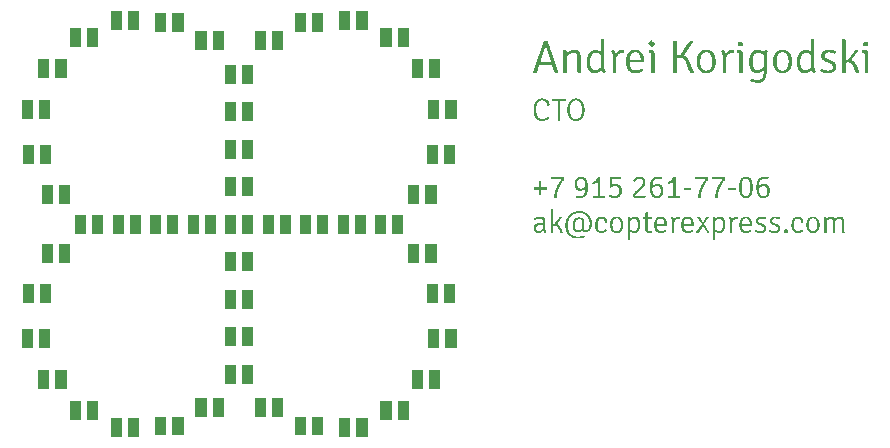
<source format=gbr>
G04 #@! TF.GenerationSoftware,KiCad,Pcbnew,5.0.2+dfsg1-1~bpo9+1*
G04 #@! TF.CreationDate,2019-04-13T04:29:40+03:00*
G04 #@! TF.ProjectId,kicad,6b696361-642e-46b6-9963-61645f706362,rev?*
G04 #@! TF.SameCoordinates,Original*
G04 #@! TF.FileFunction,Soldermask,Top*
G04 #@! TF.FilePolarity,Negative*
%FSLAX46Y46*%
G04 Gerber Fmt 4.6, Leading zero omitted, Abs format (unit mm)*
G04 Created by KiCad (PCBNEW 5.0.2+dfsg1-1~bpo9+1) date Sat 13 Apr 2019 04:29:40 AM MSK*
%MOMM*%
%LPD*%
G01*
G04 APERTURE LIST*
%ADD10C,0.300000*%
%ADD11C,0.100000*%
G04 APERTURE END LIST*
D10*
X158724600Y-88074500D02*
G75*
G03X158724600Y-88074500I-101600J0D01*
G01*
D11*
G04 #@! TO.C,svg2mod*
G36*
X167697301Y-100997171D02*
X167713608Y-100325874D01*
X167713608Y-100369359D01*
X167713825Y-100396836D01*
X167714478Y-100423824D01*
X167715565Y-100450322D01*
X167717087Y-100476332D01*
X167719044Y-100501852D01*
X167721436Y-100526883D01*
X167724262Y-100551424D01*
X167727524Y-100575477D01*
X167731220Y-100599040D01*
X167735351Y-100622114D01*
X167741806Y-100650142D01*
X167748940Y-100677150D01*
X167756753Y-100703139D01*
X167765246Y-100728109D01*
X167774419Y-100752059D01*
X167784271Y-100774991D01*
X167794803Y-100796903D01*
X167806014Y-100817796D01*
X167819658Y-100840370D01*
X167834190Y-100861503D01*
X167849610Y-100881193D01*
X167865916Y-100899441D01*
X167883111Y-100916247D01*
X167901192Y-100931611D01*
X167920161Y-100945533D01*
X167940850Y-100957070D01*
X167962537Y-100966831D01*
X167985222Y-100974818D01*
X168008906Y-100981030D01*
X168033588Y-100985468D01*
X168059269Y-100988130D01*
X168085947Y-100989017D01*
X168111313Y-100988206D01*
X168135774Y-100985771D01*
X168159328Y-100981713D01*
X168181976Y-100976032D01*
X168203719Y-100968728D01*
X168224555Y-100959801D01*
X168244486Y-100949251D01*
X168263510Y-100937077D01*
X168281629Y-100923281D01*
X168298842Y-100907861D01*
X168315149Y-100890818D01*
X168330550Y-100872152D01*
X168342904Y-100855013D01*
X168354344Y-100836987D01*
X168364869Y-100818073D01*
X168374478Y-100798272D01*
X168383173Y-100777584D01*
X168390952Y-100756008D01*
X168397815Y-100733544D01*
X168403764Y-100710193D01*
X168408798Y-100685955D01*
X168412916Y-100660829D01*
X168416119Y-100634816D01*
X168418407Y-100607915D01*
X168419780Y-100580127D01*
X168420237Y-100551452D01*
X168419843Y-100522900D01*
X168418660Y-100495350D01*
X168416689Y-100468803D01*
X168413929Y-100443257D01*
X168410381Y-100418712D01*
X168406044Y-100395170D01*
X168400919Y-100372629D01*
X168395005Y-100351090D01*
X168388302Y-100330553D01*
X168380812Y-100311018D01*
X168372532Y-100292485D01*
X168363464Y-100274953D01*
X168353608Y-100258423D01*
X168342963Y-100242895D01*
X168331529Y-100228369D01*
X168319307Y-100214845D01*
X168306297Y-100202322D01*
X168292498Y-100190802D01*
X168277910Y-100180283D01*
X168262534Y-100170765D01*
X168246369Y-100162250D01*
X168229416Y-100154737D01*
X168211674Y-100148225D01*
X168193144Y-100142715D01*
X168173826Y-100138207D01*
X168153718Y-100134700D01*
X168132823Y-100132196D01*
X168111138Y-100130693D01*
X168088666Y-100130192D01*
X168088665Y-100130192D01*
X168067426Y-100130863D01*
X168045985Y-100132877D01*
X168024343Y-100136232D01*
X168002500Y-100140929D01*
X167980456Y-100146969D01*
X167958210Y-100154351D01*
X167935763Y-100163074D01*
X167913115Y-100173140D01*
X167890265Y-100184548D01*
X167867684Y-100196493D01*
X167845841Y-100209378D01*
X167824736Y-100223202D01*
X167804369Y-100237965D01*
X167784740Y-100253668D01*
X167765850Y-100270310D01*
X167747698Y-100287892D01*
X167730284Y-100306413D01*
X167713608Y-100325874D01*
X167697301Y-100997171D01*
X167656534Y-100948250D01*
X167643597Y-100932705D01*
X167630878Y-100914333D01*
X167618376Y-100893134D01*
X167606092Y-100869108D01*
X167594025Y-100842256D01*
X167586370Y-100821568D01*
X167578938Y-100799881D01*
X167571727Y-100777195D01*
X167564738Y-100753512D01*
X167557972Y-100728830D01*
X167551427Y-100703149D01*
X167545104Y-100676470D01*
X167540373Y-100654527D01*
X167535843Y-100632180D01*
X167531515Y-100609431D01*
X167527388Y-100586280D01*
X167523462Y-100562725D01*
X167519738Y-100538768D01*
X167516215Y-100514409D01*
X167512894Y-100489647D01*
X167509774Y-100464482D01*
X167507708Y-100441000D01*
X167505860Y-100417301D01*
X167504229Y-100393384D01*
X167502816Y-100369250D01*
X167501620Y-100344898D01*
X167500641Y-100320330D01*
X167499880Y-100295543D01*
X167499337Y-100270539D01*
X167499011Y-100245318D01*
X167498902Y-100219880D01*
X167499095Y-100192521D01*
X167499675Y-100165524D01*
X167500641Y-100138889D01*
X167501994Y-100112617D01*
X167503734Y-100086707D01*
X167505860Y-100061160D01*
X167508372Y-100035975D01*
X167511271Y-100011153D01*
X167514557Y-99986692D01*
X167518229Y-99962594D01*
X167522287Y-99938859D01*
X167526732Y-99915486D01*
X167531564Y-99892475D01*
X167536782Y-99869827D01*
X167542387Y-99847541D01*
X167549918Y-99820268D01*
X167558014Y-99793713D01*
X167566677Y-99767875D01*
X167575906Y-99742754D01*
X167585702Y-99718351D01*
X167596063Y-99694664D01*
X167606991Y-99671695D01*
X167618485Y-99649443D01*
X167630545Y-99627908D01*
X167643172Y-99607091D01*
X167656365Y-99586990D01*
X167670123Y-99567607D01*
X167686250Y-99546831D01*
X167703007Y-99526997D01*
X167720392Y-99508108D01*
X167738405Y-99490161D01*
X167757048Y-99473158D01*
X167776320Y-99457098D01*
X167796221Y-99441982D01*
X167816750Y-99427809D01*
X167837909Y-99414579D01*
X167859696Y-99402293D01*
X167882112Y-99390950D01*
X167903666Y-99380966D01*
X167925748Y-99371850D01*
X167948359Y-99363602D01*
X167971498Y-99356223D01*
X167995165Y-99349711D01*
X168019361Y-99344068D01*
X168044086Y-99339293D01*
X168069339Y-99335386D01*
X168095120Y-99332348D01*
X168121430Y-99330177D01*
X168148268Y-99328875D01*
X168175635Y-99328441D01*
X168205664Y-99328803D01*
X168234871Y-99329890D01*
X168263257Y-99331702D01*
X168290821Y-99334239D01*
X168317564Y-99337500D01*
X168343486Y-99341486D01*
X168368587Y-99346197D01*
X168392866Y-99351633D01*
X168416323Y-99357793D01*
X168438960Y-99364678D01*
X168460774Y-99372288D01*
X168481768Y-99380623D01*
X168501940Y-99389682D01*
X168521291Y-99399466D01*
X168539820Y-99409975D01*
X168535573Y-99435497D01*
X168529627Y-99459065D01*
X168521983Y-99480680D01*
X168512641Y-99500341D01*
X168501600Y-99518050D01*
X168488860Y-99533804D01*
X168474422Y-99547606D01*
X168458286Y-99559453D01*
X168433085Y-99548605D01*
X168407883Y-99538789D01*
X168382682Y-99530007D01*
X168357480Y-99522258D01*
X168332279Y-99515542D01*
X168307077Y-99509860D01*
X168281876Y-99505210D01*
X168256675Y-99501594D01*
X168231473Y-99499011D01*
X168206272Y-99497461D01*
X168181070Y-99496945D01*
X168154899Y-99497549D01*
X168129533Y-99499360D01*
X168104972Y-99502380D01*
X168081216Y-99506608D01*
X168058266Y-99512043D01*
X168036121Y-99518687D01*
X168014781Y-99526538D01*
X167994246Y-99535598D01*
X167974517Y-99545865D01*
X167953242Y-99558010D01*
X167932901Y-99571344D01*
X167913494Y-99585868D01*
X167895022Y-99601580D01*
X167877483Y-99618481D01*
X167860879Y-99636571D01*
X167845209Y-99655851D01*
X167830474Y-99676319D01*
X167818126Y-99695444D01*
X167806450Y-99715375D01*
X167795444Y-99736111D01*
X167785110Y-99757652D01*
X167775447Y-99779998D01*
X167766455Y-99803150D01*
X167758133Y-99827107D01*
X167750483Y-99851869D01*
X167743504Y-99877436D01*
X167738314Y-99901027D01*
X167733612Y-99925052D01*
X167729400Y-99949513D01*
X167725676Y-99974408D01*
X167722442Y-99999738D01*
X167719697Y-100025502D01*
X167717442Y-100051702D01*
X167715675Y-100078337D01*
X167714397Y-100105406D01*
X167713609Y-100132910D01*
X167732927Y-100114247D01*
X167752546Y-100096592D01*
X167772467Y-100079947D01*
X167792688Y-100064310D01*
X167813211Y-100049682D01*
X167834035Y-100036063D01*
X167855160Y-100023452D01*
X167876587Y-100011851D01*
X167898314Y-100001258D01*
X167920342Y-99991674D01*
X167942672Y-99983099D01*
X167965303Y-99975533D01*
X167988235Y-99968976D01*
X168011468Y-99963427D01*
X168035002Y-99958888D01*
X168058837Y-99955357D01*
X168082974Y-99952835D01*
X168107412Y-99951321D01*
X168132150Y-99950817D01*
X168159911Y-99951334D01*
X168186920Y-99952886D01*
X168213177Y-99955472D01*
X168238681Y-99959093D01*
X168263432Y-99963748D01*
X168287432Y-99969437D01*
X168310679Y-99976161D01*
X168333174Y-99983920D01*
X168354916Y-99992713D01*
X168375906Y-100002540D01*
X168396144Y-100013402D01*
X168415629Y-100025298D01*
X168434362Y-100038229D01*
X168452343Y-100052194D01*
X168469571Y-100067194D01*
X168486047Y-100083228D01*
X168501771Y-100100296D01*
X168515420Y-100116392D01*
X168528332Y-100133211D01*
X168540505Y-100150753D01*
X168551941Y-100169017D01*
X168562639Y-100188004D01*
X168572600Y-100207714D01*
X168581822Y-100228146D01*
X168590307Y-100249301D01*
X168598054Y-100271179D01*
X168605063Y-100293780D01*
X168611334Y-100317103D01*
X168616867Y-100341149D01*
X168621663Y-100365918D01*
X168625721Y-100391410D01*
X168629041Y-100417624D01*
X168631623Y-100444562D01*
X168633468Y-100472221D01*
X168634574Y-100500604D01*
X168634943Y-100529709D01*
X168634536Y-100556670D01*
X168633313Y-100583196D01*
X168631274Y-100609286D01*
X168628421Y-100634942D01*
X168624752Y-100660163D01*
X168620267Y-100684950D01*
X168614968Y-100709301D01*
X168608853Y-100733218D01*
X168601922Y-100756700D01*
X168594176Y-100779747D01*
X168585285Y-100804744D01*
X168575521Y-100829003D01*
X168564884Y-100852524D01*
X168553375Y-100875306D01*
X168540994Y-100897350D01*
X168527741Y-100918657D01*
X168513615Y-100939225D01*
X168498617Y-100959055D01*
X168482747Y-100978146D01*
X168466071Y-100996399D01*
X168448657Y-101013712D01*
X168430504Y-101030086D01*
X168411614Y-101045521D01*
X168391985Y-101060016D01*
X168371619Y-101073571D01*
X168350514Y-101086187D01*
X168328671Y-101097864D01*
X168306089Y-101108601D01*
X168283475Y-101118298D01*
X168260323Y-101126854D01*
X168236635Y-101134269D01*
X168212409Y-101140543D01*
X168187647Y-101145677D01*
X168162348Y-101149670D01*
X168136512Y-101152522D01*
X168110140Y-101154233D01*
X168083230Y-101154803D01*
X168056371Y-101154317D01*
X168030149Y-101152857D01*
X168004565Y-101150424D01*
X167979618Y-101147019D01*
X167955309Y-101142640D01*
X167931637Y-101137288D01*
X167908603Y-101130964D01*
X167886206Y-101123666D01*
X167864447Y-101115395D01*
X167843325Y-101106151D01*
X167822841Y-101095934D01*
X167802994Y-101084744D01*
X167783785Y-101072581D01*
X167765214Y-101059445D01*
X167747279Y-101045336D01*
X167729983Y-101030254D01*
X167713324Y-101014199D01*
X167697302Y-100997171D01*
X167697301Y-100997171D01*
X167697301Y-100997171D01*
G37*
G36*
X166242598Y-99475202D02*
X166259516Y-99458444D01*
X166637347Y-99495057D01*
X166612221Y-99494226D01*
X166586318Y-99495057D01*
X166561415Y-99497553D01*
X166537509Y-99501713D01*
X166514602Y-99507537D01*
X166492693Y-99515025D01*
X166471783Y-99524177D01*
X166451871Y-99534992D01*
X166433678Y-99546917D01*
X166416373Y-99560950D01*
X166399955Y-99577091D01*
X166384425Y-99595339D01*
X166369782Y-99615695D01*
X166356026Y-99638158D01*
X166343159Y-99662729D01*
X166334679Y-99681210D01*
X166326634Y-99700778D01*
X166319024Y-99721434D01*
X166311849Y-99743176D01*
X166305109Y-99766006D01*
X166298804Y-99789922D01*
X166292933Y-99814926D01*
X166287498Y-99841017D01*
X166282497Y-99868195D01*
X166277931Y-99896460D01*
X166275311Y-99916968D01*
X166272884Y-99938114D01*
X166270652Y-99959898D01*
X166268614Y-99982320D01*
X166266770Y-100005380D01*
X166265120Y-100029078D01*
X166263664Y-100053413D01*
X166262402Y-100078386D01*
X166261334Y-100103998D01*
X166260461Y-100130247D01*
X166259781Y-100157133D01*
X166259296Y-100184658D01*
X166259005Y-100212821D01*
X166258908Y-100241621D01*
X166259090Y-100278384D01*
X166259639Y-100314185D01*
X166260552Y-100349024D01*
X166261831Y-100382902D01*
X166263475Y-100415817D01*
X166265484Y-100447771D01*
X166267859Y-100478763D01*
X166270599Y-100508793D01*
X166273705Y-100537861D01*
X166277176Y-100565968D01*
X166281012Y-100593112D01*
X166285213Y-100619295D01*
X166289780Y-100644515D01*
X166294713Y-100668774D01*
X166300010Y-100692071D01*
X166305673Y-100714407D01*
X166311702Y-100735780D01*
X166318095Y-100756191D01*
X166324855Y-100775641D01*
X166331979Y-100794129D01*
X166339469Y-100811655D01*
X166347324Y-100828219D01*
X166355544Y-100843821D01*
X166364130Y-100858461D01*
X166373081Y-100872140D01*
X166382398Y-100884857D01*
X166392080Y-100896611D01*
X166392079Y-100896612D01*
X166409446Y-100914169D01*
X166427845Y-100929878D01*
X166447277Y-100943739D01*
X166467742Y-100955752D01*
X166489240Y-100965916D01*
X166511771Y-100974233D01*
X166535334Y-100980701D01*
X166559930Y-100985321D01*
X166585559Y-100988093D01*
X166612221Y-100989017D01*
X166637347Y-100988241D01*
X166661474Y-100985911D01*
X166684603Y-100982029D01*
X166706734Y-100976593D01*
X166727866Y-100969604D01*
X166748000Y-100961062D01*
X166767135Y-100950967D01*
X166786049Y-100938321D01*
X166803964Y-100923678D01*
X166820881Y-100907039D01*
X166836800Y-100888402D01*
X166851720Y-100867769D01*
X166865642Y-100845139D01*
X166878565Y-100820513D01*
X166887045Y-100802059D01*
X166895089Y-100782572D01*
X166902699Y-100762053D01*
X166909874Y-100740501D01*
X166916614Y-100717916D01*
X166922920Y-100694298D01*
X166928790Y-100669648D01*
X166934226Y-100643964D01*
X166939227Y-100617248D01*
X166943793Y-100589500D01*
X166946788Y-100568617D01*
X166949561Y-100547124D01*
X166952112Y-100525021D01*
X166954441Y-100502308D01*
X166956549Y-100478985D01*
X166958434Y-100455051D01*
X166960098Y-100430508D01*
X166961540Y-100405355D01*
X166962760Y-100379591D01*
X166963759Y-100353217D01*
X166964535Y-100326233D01*
X166965090Y-100298639D01*
X166965422Y-100270435D01*
X166965533Y-100241621D01*
X166965422Y-100212821D01*
X166965090Y-100184658D01*
X166964535Y-100157133D01*
X166963759Y-100130247D01*
X166962760Y-100103998D01*
X166961540Y-100078386D01*
X166960098Y-100053413D01*
X166958434Y-100029078D01*
X166956549Y-100005380D01*
X166954441Y-99982320D01*
X166952112Y-99959898D01*
X166949561Y-99938114D01*
X166946788Y-99916968D01*
X166943793Y-99896460D01*
X166939227Y-99868195D01*
X166934227Y-99841017D01*
X166928792Y-99814926D01*
X166922922Y-99789922D01*
X166916617Y-99766006D01*
X166909876Y-99743176D01*
X166902701Y-99721434D01*
X166895091Y-99700778D01*
X166887045Y-99681210D01*
X166878565Y-99662729D01*
X166865642Y-99638158D01*
X166851720Y-99615694D01*
X166836800Y-99595338D01*
X166820881Y-99577090D01*
X166803964Y-99560950D01*
X166786049Y-99546917D01*
X166767135Y-99534992D01*
X166748000Y-99524177D01*
X166727866Y-99515025D01*
X166706734Y-99507537D01*
X166684603Y-99501713D01*
X166661474Y-99497553D01*
X166637347Y-99495057D01*
X166259516Y-99458444D01*
X166277017Y-99442701D01*
X166295101Y-99427974D01*
X166313768Y-99414263D01*
X166333019Y-99401567D01*
X166352852Y-99389887D01*
X166373268Y-99379223D01*
X166394268Y-99369575D01*
X166415850Y-99360942D01*
X166438016Y-99353324D01*
X166460765Y-99346722D01*
X166484096Y-99341136D01*
X166508011Y-99336566D01*
X166532509Y-99333011D01*
X166557590Y-99330472D01*
X166583254Y-99328949D01*
X166609501Y-99328441D01*
X166635865Y-99328901D01*
X166661588Y-99330283D01*
X166686672Y-99332585D01*
X166711115Y-99335808D01*
X166734918Y-99339952D01*
X166758081Y-99345017D01*
X166780604Y-99351003D01*
X166802487Y-99357910D01*
X166823730Y-99365738D01*
X166844332Y-99374486D01*
X166864295Y-99384156D01*
X166883617Y-99394746D01*
X166902299Y-99406258D01*
X166920341Y-99418690D01*
X166937743Y-99432043D01*
X166954504Y-99446317D01*
X166970626Y-99461512D01*
X166986107Y-99477628D01*
X167000949Y-99494665D01*
X167015150Y-99512622D01*
X167028711Y-99531501D01*
X167041631Y-99551301D01*
X167051546Y-99567535D01*
X167061100Y-99584400D01*
X167070293Y-99601895D01*
X167079126Y-99620022D01*
X167087598Y-99638780D01*
X167095710Y-99658168D01*
X167103461Y-99678188D01*
X167110852Y-99698838D01*
X167117882Y-99720120D01*
X167124552Y-99742032D01*
X167130861Y-99764575D01*
X167136810Y-99787749D01*
X167142398Y-99811554D01*
X167147625Y-99835990D01*
X167152493Y-99861057D01*
X167156999Y-99886755D01*
X167161145Y-99913083D01*
X167164931Y-99940043D01*
X167168356Y-99967633D01*
X167171420Y-99995855D01*
X167174124Y-100024707D01*
X167176467Y-100054191D01*
X167178450Y-100084305D01*
X167180073Y-100115050D01*
X167181335Y-100146426D01*
X167182236Y-100178433D01*
X167182777Y-100211071D01*
X167182957Y-100244340D01*
X167182784Y-100276471D01*
X167182264Y-100308028D01*
X167181397Y-100339009D01*
X167180184Y-100369414D01*
X167178624Y-100399244D01*
X167176717Y-100428499D01*
X167174464Y-100457178D01*
X167171864Y-100485281D01*
X167168917Y-100512809D01*
X167165624Y-100539762D01*
X167161984Y-100566139D01*
X167157997Y-100591941D01*
X167153664Y-100617167D01*
X167148984Y-100641818D01*
X167143958Y-100665894D01*
X167138585Y-100689394D01*
X167132865Y-100712318D01*
X167126798Y-100734667D01*
X167120385Y-100756441D01*
X167113625Y-100777639D01*
X167106519Y-100798262D01*
X167099066Y-100818309D01*
X167091266Y-100837781D01*
X167083119Y-100856677D01*
X167074626Y-100874998D01*
X167065786Y-100892744D01*
X167056600Y-100909914D01*
X167047067Y-100926508D01*
X167034612Y-100946791D01*
X167021461Y-100966130D01*
X167007614Y-100984525D01*
X166993070Y-101001978D01*
X166977830Y-101018487D01*
X166961894Y-101034052D01*
X166945262Y-101048674D01*
X166927933Y-101062353D01*
X166909908Y-101075089D01*
X166891186Y-101086881D01*
X166871769Y-101097729D01*
X166851655Y-101107635D01*
X166830844Y-101116597D01*
X166809338Y-101124615D01*
X166787135Y-101131691D01*
X166764236Y-101137823D01*
X166740640Y-101143011D01*
X166716349Y-101147256D01*
X166691361Y-101150558D01*
X166665676Y-101152916D01*
X166639296Y-101154331D01*
X166612219Y-101154803D01*
X166585849Y-101154331D01*
X166560109Y-101152916D01*
X166534997Y-101150558D01*
X166510514Y-101147256D01*
X166486661Y-101143011D01*
X166463436Y-101137823D01*
X166440840Y-101131691D01*
X166418873Y-101124615D01*
X166397535Y-101116597D01*
X166376826Y-101107635D01*
X166356745Y-101097729D01*
X166337294Y-101086881D01*
X166318472Y-101075089D01*
X166300278Y-101062353D01*
X166282713Y-101048674D01*
X166265778Y-101034052D01*
X166249471Y-101018487D01*
X166233793Y-101001978D01*
X166218744Y-100984525D01*
X166204324Y-100966130D01*
X166190533Y-100946791D01*
X166177370Y-100926508D01*
X166167463Y-100909910D01*
X166157930Y-100892730D01*
X166148771Y-100874967D01*
X166139987Y-100856622D01*
X166131577Y-100837694D01*
X166123541Y-100818184D01*
X166115880Y-100798092D01*
X166108593Y-100777417D01*
X166101681Y-100756160D01*
X166095143Y-100734321D01*
X166088979Y-100711899D01*
X166083190Y-100688895D01*
X166077775Y-100665308D01*
X166072735Y-100641139D01*
X166068069Y-100616388D01*
X166063777Y-100591054D01*
X166059860Y-100565138D01*
X166056317Y-100538639D01*
X166053149Y-100511558D01*
X166050355Y-100483895D01*
X166047935Y-100455649D01*
X166045890Y-100426821D01*
X166044219Y-100397411D01*
X166042922Y-100367418D01*
X166042000Y-100336842D01*
X166041452Y-100305685D01*
X166041279Y-100273945D01*
X166041480Y-100241622D01*
X166041562Y-100212596D01*
X166041806Y-100184222D01*
X166042214Y-100156501D01*
X166042785Y-100129431D01*
X166043519Y-100103014D01*
X166044416Y-100077249D01*
X166045476Y-100052137D01*
X166046699Y-100027677D01*
X166048085Y-100003869D01*
X166049635Y-99980713D01*
X166052185Y-99955045D01*
X166055003Y-99929981D01*
X166058090Y-99905520D01*
X166061446Y-99881664D01*
X166065070Y-99858412D01*
X166068962Y-99835764D01*
X166073123Y-99813719D01*
X166077552Y-99792279D01*
X166082249Y-99771442D01*
X166089516Y-99745485D01*
X166097336Y-99720414D01*
X166105712Y-99696231D01*
X166114641Y-99672936D01*
X166124126Y-99650528D01*
X166134165Y-99629007D01*
X166144759Y-99608374D01*
X166156739Y-99587686D01*
X166169385Y-99567552D01*
X166182697Y-99547972D01*
X166196674Y-99528948D01*
X166211317Y-99510478D01*
X166226626Y-99492563D01*
X166242600Y-99475202D01*
X166242598Y-99475202D01*
X166242598Y-99475202D01*
G37*
G36*
X165753436Y-100494377D02*
X165128341Y-100494377D01*
X165123585Y-100476541D01*
X165120188Y-100455648D01*
X165118149Y-100431698D01*
X165117470Y-100404690D01*
X165118149Y-100377173D01*
X165120188Y-100351693D01*
X165123585Y-100328252D01*
X165128341Y-100306849D01*
X165753436Y-100306849D01*
X165757004Y-100329271D01*
X165759552Y-100353052D01*
X165761081Y-100378192D01*
X165761591Y-100404690D01*
X165761081Y-100430679D01*
X165759552Y-100454290D01*
X165757004Y-100475523D01*
X165753436Y-100494377D01*
X165753436Y-100494377D01*
G37*
G36*
X163749608Y-99361054D02*
X164801397Y-99361054D01*
X164813854Y-99384911D01*
X164824046Y-99407559D01*
X164831973Y-99428999D01*
X164837635Y-99449232D01*
X164841032Y-99468256D01*
X164842165Y-99486073D01*
X164840751Y-99505859D01*
X164836512Y-99526079D01*
X164829446Y-99546734D01*
X164819553Y-99567824D01*
X164806834Y-99589349D01*
X164722582Y-99711651D01*
X164706411Y-99736239D01*
X164690510Y-99760696D01*
X164674879Y-99785021D01*
X164659518Y-99809214D01*
X164644428Y-99833276D01*
X164629609Y-99857206D01*
X164615059Y-99881004D01*
X164600781Y-99904670D01*
X164586772Y-99928205D01*
X164573034Y-99951608D01*
X164559566Y-99974879D01*
X164546369Y-99998018D01*
X164533442Y-100021026D01*
X164520786Y-100043902D01*
X164508400Y-100066646D01*
X164496284Y-100089259D01*
X164484439Y-100111740D01*
X164472864Y-100134089D01*
X164461559Y-100156306D01*
X164450525Y-100178392D01*
X164439761Y-100200345D01*
X164429268Y-100222168D01*
X164419045Y-100243858D01*
X164409092Y-100265417D01*
X164399410Y-100286844D01*
X164389998Y-100308139D01*
X164380857Y-100329302D01*
X164371986Y-100350334D01*
X164363545Y-100371432D01*
X164355305Y-100392793D01*
X164347266Y-100414417D01*
X164339428Y-100436305D01*
X164331791Y-100458457D01*
X164324355Y-100480872D01*
X164317120Y-100503550D01*
X164310087Y-100526492D01*
X164303254Y-100549697D01*
X164296622Y-100573166D01*
X164290192Y-100596898D01*
X164283962Y-100620894D01*
X164277934Y-100645153D01*
X164272107Y-100669676D01*
X164266480Y-100694462D01*
X164261055Y-100719511D01*
X164255831Y-100744824D01*
X164250808Y-100770401D01*
X164245986Y-100796241D01*
X164241365Y-100822344D01*
X164236945Y-100848711D01*
X164232726Y-100875341D01*
X164228708Y-100902235D01*
X164224892Y-100929392D01*
X164221276Y-100956813D01*
X164217861Y-100984497D01*
X164214648Y-101012445D01*
X164211636Y-101040656D01*
X164203481Y-101122190D01*
X164185979Y-101126104D01*
X164166084Y-101129148D01*
X164143798Y-101131322D01*
X164119121Y-101132627D01*
X164092051Y-101133062D01*
X164065199Y-101132627D01*
X164041174Y-101131322D01*
X164019975Y-101129148D01*
X164001603Y-101126104D01*
X163986057Y-101122190D01*
X163996929Y-101018914D01*
X163999715Y-100994217D01*
X164002738Y-100969562D01*
X164006000Y-100944947D01*
X164009499Y-100920372D01*
X164013237Y-100895839D01*
X164017212Y-100871345D01*
X164021426Y-100846893D01*
X164025878Y-100822481D01*
X164030567Y-100798110D01*
X164035495Y-100773779D01*
X164040661Y-100749489D01*
X164046064Y-100725240D01*
X164051706Y-100701031D01*
X164057586Y-100676863D01*
X164063703Y-100652736D01*
X164070059Y-100628649D01*
X164076653Y-100604603D01*
X164083485Y-100580598D01*
X164090554Y-100556633D01*
X164097862Y-100532709D01*
X164105408Y-100508825D01*
X164113192Y-100484982D01*
X164121214Y-100461180D01*
X164129473Y-100437418D01*
X164137971Y-100413697D01*
X164146707Y-100390017D01*
X164155681Y-100366377D01*
X164164893Y-100342778D01*
X164174343Y-100319219D01*
X164184031Y-100295701D01*
X164193957Y-100272224D01*
X164204121Y-100248788D01*
X164214522Y-100225392D01*
X164225162Y-100202036D01*
X164236040Y-100178722D01*
X164247156Y-100155448D01*
X164258510Y-100132214D01*
X164270102Y-100109022D01*
X164281932Y-100085870D01*
X164294001Y-100062758D01*
X164306307Y-100039687D01*
X164318851Y-100016657D01*
X164331633Y-99993667D01*
X164344653Y-99970719D01*
X164357911Y-99947810D01*
X164371407Y-99924943D01*
X164385141Y-99902116D01*
X164399113Y-99879329D01*
X164413324Y-99856583D01*
X164427772Y-99833878D01*
X164442458Y-99811214D01*
X164457382Y-99788590D01*
X164472544Y-99766007D01*
X164499724Y-99725240D01*
X164507986Y-99713037D01*
X164517553Y-99699258D01*
X164528424Y-99683902D01*
X164540600Y-99666970D01*
X164554081Y-99648462D01*
X164568865Y-99628377D01*
X164584955Y-99606717D01*
X164602349Y-99583479D01*
X164621047Y-99558666D01*
X164641050Y-99532276D01*
X164632895Y-99524122D01*
X164622955Y-99526294D01*
X164611040Y-99528335D01*
X164597150Y-99530244D01*
X164581285Y-99532022D01*
X164563445Y-99533668D01*
X164543631Y-99535182D01*
X164521841Y-99536564D01*
X164498077Y-99537815D01*
X164472338Y-99538934D01*
X164444624Y-99539922D01*
X164414935Y-99540778D01*
X164383271Y-99541502D01*
X164349632Y-99542094D01*
X164314019Y-99542555D01*
X164276430Y-99542884D01*
X164236867Y-99543082D01*
X164195329Y-99543148D01*
X163741457Y-99543148D01*
X163737889Y-99524803D01*
X163735341Y-99505099D01*
X163733812Y-99484036D01*
X163733302Y-99461613D01*
X163734321Y-99438003D01*
X163737379Y-99413373D01*
X163742474Y-99387724D01*
X163749608Y-99361055D01*
X163749608Y-99361054D01*
X163749608Y-99361054D01*
G37*
G36*
X162311085Y-99361054D02*
X163362874Y-99361054D01*
X163375331Y-99384911D01*
X163385522Y-99407559D01*
X163393449Y-99428999D01*
X163399111Y-99449232D01*
X163402509Y-99468256D01*
X163403641Y-99486073D01*
X163402228Y-99505859D01*
X163397988Y-99526079D01*
X163390922Y-99546734D01*
X163381030Y-99567824D01*
X163368311Y-99589349D01*
X163284058Y-99711651D01*
X163267887Y-99736239D01*
X163251986Y-99760696D01*
X163236355Y-99785021D01*
X163220994Y-99809214D01*
X163205904Y-99833276D01*
X163191085Y-99857206D01*
X163176536Y-99881004D01*
X163162257Y-99904670D01*
X163148248Y-99928205D01*
X163134510Y-99951608D01*
X163121042Y-99974879D01*
X163107845Y-99998018D01*
X163094918Y-100021026D01*
X163082262Y-100043902D01*
X163069876Y-100066646D01*
X163057760Y-100089259D01*
X163045915Y-100111740D01*
X163034340Y-100134089D01*
X163023035Y-100156306D01*
X163012001Y-100178392D01*
X163001237Y-100200345D01*
X162990744Y-100222168D01*
X162980521Y-100243858D01*
X162970569Y-100265417D01*
X162960886Y-100286844D01*
X162951475Y-100308139D01*
X162942333Y-100329302D01*
X162933462Y-100350334D01*
X162925021Y-100371432D01*
X162916781Y-100392793D01*
X162908742Y-100414417D01*
X162900904Y-100436305D01*
X162893267Y-100458457D01*
X162885831Y-100480872D01*
X162878597Y-100503550D01*
X162871563Y-100526492D01*
X162864730Y-100549697D01*
X162858099Y-100573166D01*
X162851668Y-100596898D01*
X162845439Y-100620894D01*
X162839410Y-100645153D01*
X162833583Y-100669676D01*
X162827957Y-100694462D01*
X162822531Y-100719511D01*
X162817307Y-100744824D01*
X162812284Y-100770401D01*
X162807462Y-100796241D01*
X162802841Y-100822344D01*
X162798421Y-100848711D01*
X162794203Y-100875341D01*
X162790185Y-100902235D01*
X162786368Y-100929392D01*
X162782752Y-100956813D01*
X162779338Y-100984497D01*
X162776124Y-101012445D01*
X162773112Y-101040656D01*
X162764957Y-101122190D01*
X162747455Y-101126104D01*
X162727561Y-101129148D01*
X162705275Y-101131322D01*
X162680597Y-101132627D01*
X162653528Y-101133062D01*
X162626676Y-101132627D01*
X162602650Y-101131322D01*
X162581452Y-101129148D01*
X162563079Y-101126104D01*
X162547534Y-101122190D01*
X162558405Y-101018914D01*
X162561191Y-100994217D01*
X162564214Y-100969562D01*
X162567476Y-100944947D01*
X162570976Y-100920372D01*
X162574713Y-100895839D01*
X162578689Y-100871345D01*
X162582902Y-100846893D01*
X162587354Y-100822481D01*
X162592044Y-100798110D01*
X162596971Y-100773779D01*
X162602137Y-100749489D01*
X162607541Y-100725240D01*
X162613182Y-100701031D01*
X162619062Y-100676863D01*
X162625180Y-100652736D01*
X162631535Y-100628649D01*
X162638129Y-100604603D01*
X162644961Y-100580598D01*
X162652031Y-100556633D01*
X162659339Y-100532709D01*
X162666884Y-100508825D01*
X162674668Y-100484982D01*
X162682690Y-100461180D01*
X162690950Y-100437418D01*
X162699448Y-100413697D01*
X162708184Y-100390017D01*
X162717157Y-100366377D01*
X162726369Y-100342778D01*
X162735819Y-100319219D01*
X162745507Y-100295701D01*
X162755433Y-100272224D01*
X162765597Y-100248788D01*
X162775999Y-100225392D01*
X162786639Y-100202036D01*
X162797517Y-100178722D01*
X162808633Y-100155448D01*
X162819987Y-100132214D01*
X162831579Y-100109022D01*
X162843409Y-100085870D01*
X162855477Y-100062758D01*
X162867783Y-100039687D01*
X162880327Y-100016657D01*
X162893109Y-99993667D01*
X162906129Y-99970719D01*
X162919387Y-99947810D01*
X162932883Y-99924943D01*
X162946618Y-99902116D01*
X162960590Y-99879329D01*
X162974800Y-99856583D01*
X162989248Y-99833878D01*
X163003934Y-99811214D01*
X163018858Y-99788590D01*
X163034021Y-99766007D01*
X163061200Y-99725240D01*
X163069462Y-99713037D01*
X163079029Y-99699258D01*
X163089901Y-99683902D01*
X163102076Y-99666970D01*
X163115557Y-99648462D01*
X163130342Y-99628377D01*
X163146431Y-99606717D01*
X163163825Y-99583479D01*
X163182523Y-99558666D01*
X163202526Y-99532276D01*
X163194372Y-99524122D01*
X163184431Y-99526294D01*
X163172516Y-99528335D01*
X163158626Y-99530244D01*
X163142762Y-99532022D01*
X163124922Y-99533668D01*
X163105108Y-99535182D01*
X163083318Y-99536564D01*
X163059554Y-99537815D01*
X163033815Y-99538934D01*
X163006101Y-99539922D01*
X162976412Y-99540778D01*
X162944748Y-99541502D01*
X162911109Y-99542094D01*
X162875496Y-99542555D01*
X162837907Y-99542884D01*
X162798344Y-99543082D01*
X162756806Y-99543148D01*
X162302933Y-99543148D01*
X162299365Y-99524803D01*
X162296817Y-99505099D01*
X162295288Y-99484036D01*
X162294778Y-99461613D01*
X162295797Y-99438003D01*
X162298855Y-99413373D01*
X162303950Y-99387724D01*
X162311084Y-99361055D01*
X162311085Y-99361054D01*
X162311085Y-99361054D01*
G37*
G36*
X161968684Y-100494377D02*
X161343590Y-100494377D01*
X161338833Y-100476541D01*
X161335436Y-100455648D01*
X161333398Y-100431698D01*
X161332718Y-100404690D01*
X161333398Y-100377173D01*
X161335436Y-100351693D01*
X161338833Y-100328252D01*
X161343590Y-100306849D01*
X161968684Y-100306849D01*
X161972252Y-100329271D01*
X161974800Y-100353052D01*
X161976329Y-100378192D01*
X161976839Y-100404690D01*
X161976329Y-100430679D01*
X161974800Y-100454290D01*
X161972252Y-100475523D01*
X161968684Y-100494377D01*
X161968684Y-100494377D01*
G37*
G36*
X160456779Y-100950968D02*
X160454044Y-100779747D01*
X160454044Y-100013327D01*
X160454092Y-100010944D01*
X160454237Y-100004638D01*
X160454478Y-99994408D01*
X160454816Y-99980255D01*
X160455250Y-99962179D01*
X160455781Y-99940178D01*
X160456408Y-99914255D01*
X160457132Y-99884408D01*
X160457952Y-99850637D01*
X160458869Y-99812943D01*
X160459882Y-99771325D01*
X160460992Y-99725784D01*
X160462198Y-99676319D01*
X160447469Y-99695769D01*
X160432271Y-99714775D01*
X160416606Y-99733338D01*
X160400471Y-99751456D01*
X160383869Y-99769131D01*
X160366798Y-99786362D01*
X160349258Y-99803150D01*
X160331251Y-99819494D01*
X160312775Y-99835394D01*
X160293830Y-99850850D01*
X160274417Y-99865863D01*
X160254536Y-99880432D01*
X160234186Y-99894557D01*
X160213368Y-99908238D01*
X160192082Y-99921476D01*
X160170327Y-99934270D01*
X160148104Y-99946620D01*
X160125413Y-99958527D01*
X160102253Y-99969990D01*
X160078625Y-99981009D01*
X160054528Y-99991584D01*
X160035393Y-99977718D01*
X160018365Y-99962521D01*
X160003444Y-99945992D01*
X159990632Y-99928132D01*
X159979927Y-99908941D01*
X159971330Y-99888419D01*
X159964841Y-99866565D01*
X159987730Y-99852531D01*
X160010194Y-99838283D01*
X160032234Y-99823824D01*
X160053849Y-99809152D01*
X160075039Y-99794268D01*
X160095805Y-99779171D01*
X160116146Y-99763862D01*
X160136062Y-99748341D01*
X160155554Y-99732607D01*
X160174621Y-99716662D01*
X160193263Y-99700503D01*
X160211481Y-99684133D01*
X160229274Y-99667550D01*
X160246643Y-99650755D01*
X160263586Y-99633747D01*
X160280106Y-99616528D01*
X160300095Y-99595332D01*
X160319087Y-99574394D01*
X160337083Y-99553713D01*
X160354081Y-99533289D01*
X160370082Y-99513123D01*
X160385087Y-99493213D01*
X160399094Y-99473562D01*
X160412104Y-99454167D01*
X160424117Y-99435030D01*
X160435133Y-99416150D01*
X160445152Y-99397528D01*
X160454173Y-99379162D01*
X160462198Y-99361054D01*
X160484450Y-99356298D01*
X160507722Y-99352901D01*
X160532012Y-99350862D01*
X160557322Y-99350183D01*
X160583820Y-99350862D01*
X160608960Y-99352901D01*
X160632740Y-99356298D01*
X160655162Y-99361054D01*
X160655162Y-100779747D01*
X160652427Y-100950968D01*
X160799188Y-100948233D01*
X161008459Y-100948233D01*
X161012026Y-100971164D01*
X161014575Y-100993756D01*
X161016104Y-101016008D01*
X161016613Y-101037920D01*
X161016104Y-101058473D01*
X161014575Y-101079366D01*
X161012026Y-101100599D01*
X161008459Y-101122172D01*
X160046357Y-101122172D01*
X160042789Y-101100429D01*
X160040241Y-101078687D01*
X160038712Y-101056944D01*
X160038202Y-101035202D01*
X160038712Y-101013460D01*
X160040241Y-100991717D01*
X160042789Y-100969975D01*
X160046357Y-100948233D01*
X160309983Y-100948233D01*
X160456779Y-100950968D01*
X160456779Y-100950968D01*
G37*
G36*
X158678657Y-100997171D02*
X158694964Y-100325874D01*
X158694964Y-100369359D01*
X158695182Y-100396836D01*
X158695834Y-100423824D01*
X158696921Y-100450322D01*
X158698443Y-100476332D01*
X158700399Y-100501852D01*
X158702791Y-100526883D01*
X158705617Y-100551424D01*
X158708878Y-100575477D01*
X158712574Y-100599040D01*
X158716705Y-100622114D01*
X158723159Y-100650142D01*
X158730293Y-100677150D01*
X158738107Y-100703139D01*
X158746600Y-100728109D01*
X158755773Y-100752059D01*
X158765625Y-100774991D01*
X158776157Y-100796903D01*
X158787368Y-100817796D01*
X158801013Y-100840370D01*
X158815545Y-100861503D01*
X158830964Y-100881193D01*
X158847271Y-100899441D01*
X158864465Y-100916247D01*
X158882547Y-100931611D01*
X158901516Y-100945533D01*
X158922204Y-100957070D01*
X158943891Y-100966831D01*
X158966577Y-100974818D01*
X158990260Y-100981030D01*
X159014942Y-100985468D01*
X159040623Y-100988130D01*
X159067302Y-100989017D01*
X159092668Y-100988206D01*
X159117128Y-100985771D01*
X159140682Y-100981713D01*
X159163331Y-100976032D01*
X159185073Y-100968728D01*
X159205910Y-100959801D01*
X159225840Y-100949251D01*
X159244865Y-100937077D01*
X159262983Y-100923281D01*
X159280196Y-100907861D01*
X159296503Y-100890818D01*
X159311904Y-100872152D01*
X159324259Y-100855013D01*
X159335698Y-100836987D01*
X159346223Y-100818073D01*
X159355832Y-100798272D01*
X159364527Y-100777584D01*
X159372306Y-100756008D01*
X159379169Y-100733544D01*
X159385118Y-100710193D01*
X159390151Y-100685955D01*
X159394270Y-100660829D01*
X159397473Y-100634816D01*
X159399761Y-100607915D01*
X159401134Y-100580127D01*
X159401591Y-100551452D01*
X159401197Y-100522900D01*
X159400014Y-100495350D01*
X159398043Y-100468803D01*
X159395283Y-100443257D01*
X159391735Y-100418712D01*
X159387398Y-100395170D01*
X159382273Y-100372629D01*
X159376359Y-100351090D01*
X159369656Y-100330553D01*
X159362165Y-100311018D01*
X159353886Y-100292485D01*
X159344818Y-100274953D01*
X159334961Y-100258423D01*
X159324316Y-100242895D01*
X159312883Y-100228369D01*
X159300661Y-100214845D01*
X159287650Y-100202322D01*
X159273851Y-100190802D01*
X159259264Y-100180283D01*
X159243888Y-100170765D01*
X159227723Y-100162250D01*
X159210770Y-100154737D01*
X159193028Y-100148225D01*
X159174498Y-100142715D01*
X159155179Y-100138207D01*
X159135072Y-100134700D01*
X159114176Y-100132196D01*
X159092492Y-100130693D01*
X159070019Y-100130192D01*
X159070021Y-100130192D01*
X159048782Y-100130863D01*
X159027341Y-100132877D01*
X159005699Y-100136232D01*
X158983856Y-100140929D01*
X158961812Y-100146969D01*
X158939566Y-100154351D01*
X158917119Y-100163074D01*
X158894471Y-100173140D01*
X158871621Y-100184548D01*
X158849040Y-100196493D01*
X158827197Y-100209378D01*
X158806092Y-100223202D01*
X158785725Y-100237965D01*
X158766097Y-100253668D01*
X158747206Y-100270310D01*
X158729054Y-100287892D01*
X158711640Y-100306413D01*
X158694964Y-100325874D01*
X158678657Y-100997171D01*
X158637890Y-100948250D01*
X158624953Y-100932705D01*
X158612234Y-100914333D01*
X158599732Y-100893134D01*
X158587448Y-100869108D01*
X158575381Y-100842256D01*
X158567727Y-100821568D01*
X158560295Y-100799881D01*
X158553085Y-100777195D01*
X158546096Y-100753512D01*
X158539329Y-100728830D01*
X158532784Y-100703149D01*
X158526460Y-100676470D01*
X158521730Y-100654527D01*
X158517200Y-100632180D01*
X158512872Y-100609431D01*
X158508745Y-100586280D01*
X158504820Y-100562725D01*
X158501095Y-100538768D01*
X158497572Y-100514409D01*
X158494251Y-100489647D01*
X158491130Y-100464482D01*
X158489064Y-100441000D01*
X158487216Y-100417301D01*
X158485585Y-100393384D01*
X158484172Y-100369250D01*
X158482976Y-100344898D01*
X158481998Y-100320330D01*
X158481237Y-100295543D01*
X158480693Y-100270539D01*
X158480367Y-100245318D01*
X158480258Y-100219880D01*
X158480452Y-100192521D01*
X158481031Y-100165524D01*
X158481998Y-100138889D01*
X158483351Y-100112617D01*
X158485090Y-100086707D01*
X158487216Y-100061160D01*
X158489728Y-100035975D01*
X158492627Y-100011153D01*
X158495913Y-99986692D01*
X158499585Y-99962594D01*
X158503644Y-99938859D01*
X158508089Y-99915486D01*
X158512920Y-99892475D01*
X158518139Y-99869827D01*
X158523743Y-99847541D01*
X158531274Y-99820268D01*
X158539371Y-99793713D01*
X158548034Y-99767875D01*
X158557263Y-99742754D01*
X158567058Y-99718351D01*
X158577420Y-99694664D01*
X158588348Y-99671695D01*
X158599842Y-99649443D01*
X158611902Y-99627908D01*
X158624528Y-99607091D01*
X158637721Y-99586990D01*
X158651480Y-99567607D01*
X158667607Y-99546831D01*
X158684363Y-99526997D01*
X158701748Y-99508108D01*
X158719762Y-99490161D01*
X158738405Y-99473158D01*
X158757676Y-99457098D01*
X158777577Y-99441982D01*
X158798106Y-99427809D01*
X158819265Y-99414579D01*
X158841052Y-99402293D01*
X158863468Y-99390950D01*
X158885022Y-99380966D01*
X158907104Y-99371850D01*
X158929715Y-99363602D01*
X158952854Y-99356223D01*
X158976521Y-99349711D01*
X159000717Y-99344068D01*
X159025442Y-99339293D01*
X159050695Y-99335386D01*
X159076476Y-99332348D01*
X159102786Y-99330177D01*
X159129624Y-99328875D01*
X159156991Y-99328441D01*
X159187020Y-99328803D01*
X159216227Y-99329890D01*
X159244613Y-99331702D01*
X159272178Y-99334239D01*
X159298921Y-99337500D01*
X159324843Y-99341486D01*
X159349943Y-99346197D01*
X159374222Y-99351633D01*
X159397680Y-99357793D01*
X159420316Y-99364678D01*
X159442131Y-99372288D01*
X159463124Y-99380623D01*
X159483296Y-99389682D01*
X159502647Y-99399466D01*
X159521177Y-99409975D01*
X159516929Y-99435497D01*
X159510984Y-99459065D01*
X159503340Y-99480680D01*
X159493997Y-99500341D01*
X159482956Y-99518050D01*
X159470217Y-99533804D01*
X159455779Y-99547606D01*
X159439643Y-99559453D01*
X159414441Y-99548605D01*
X159389240Y-99538789D01*
X159364038Y-99530007D01*
X159338837Y-99522258D01*
X159313635Y-99515542D01*
X159288434Y-99509860D01*
X159263232Y-99505210D01*
X159238031Y-99501594D01*
X159212830Y-99499011D01*
X159187628Y-99497461D01*
X159162427Y-99496945D01*
X159136255Y-99497549D01*
X159110889Y-99499360D01*
X159086328Y-99502380D01*
X159062573Y-99506608D01*
X159039622Y-99512043D01*
X159017477Y-99518687D01*
X158996138Y-99526538D01*
X158975603Y-99535598D01*
X158955874Y-99545865D01*
X158934599Y-99558010D01*
X158914257Y-99571344D01*
X158894851Y-99585868D01*
X158876378Y-99601580D01*
X158858840Y-99618481D01*
X158842236Y-99636571D01*
X158826566Y-99655851D01*
X158811830Y-99676319D01*
X158799483Y-99695444D01*
X158787806Y-99715375D01*
X158776801Y-99736111D01*
X158766467Y-99757652D01*
X158756803Y-99779998D01*
X158747811Y-99803150D01*
X158739490Y-99827107D01*
X158731840Y-99851869D01*
X158724861Y-99877436D01*
X158719669Y-99901027D01*
X158714967Y-99925052D01*
X158710755Y-99949513D01*
X158707031Y-99974408D01*
X158703797Y-99999738D01*
X158701052Y-100025502D01*
X158698796Y-100051702D01*
X158697030Y-100078337D01*
X158695753Y-100105406D01*
X158694965Y-100132910D01*
X158714284Y-100114247D01*
X158733903Y-100096592D01*
X158753823Y-100079947D01*
X158774045Y-100064310D01*
X158794568Y-100049682D01*
X158815392Y-100036063D01*
X158836517Y-100023452D01*
X158857943Y-100011851D01*
X158879670Y-100001258D01*
X158901699Y-99991674D01*
X158924028Y-99983099D01*
X158946659Y-99975533D01*
X158969591Y-99968976D01*
X158992824Y-99963427D01*
X159016358Y-99958888D01*
X159040194Y-99955357D01*
X159064330Y-99952835D01*
X159088768Y-99951321D01*
X159113507Y-99950817D01*
X159141268Y-99951334D01*
X159168276Y-99952886D01*
X159194533Y-99955472D01*
X159220037Y-99959093D01*
X159244789Y-99963748D01*
X159268788Y-99969437D01*
X159292035Y-99976161D01*
X159314530Y-99983920D01*
X159336272Y-99992713D01*
X159357262Y-100002540D01*
X159377500Y-100013402D01*
X159396986Y-100025298D01*
X159415719Y-100038229D01*
X159433699Y-100052194D01*
X159450928Y-100067194D01*
X159467404Y-100083228D01*
X159483128Y-100100296D01*
X159496777Y-100116392D01*
X159509689Y-100133211D01*
X159521862Y-100150753D01*
X159533298Y-100169017D01*
X159543996Y-100188004D01*
X159553956Y-100207714D01*
X159563179Y-100228146D01*
X159571663Y-100249301D01*
X159579410Y-100271179D01*
X159586419Y-100293780D01*
X159592691Y-100317103D01*
X159598224Y-100341149D01*
X159603020Y-100365918D01*
X159607078Y-100391410D01*
X159610398Y-100417624D01*
X159612980Y-100444562D01*
X159614824Y-100472221D01*
X159615931Y-100500604D01*
X159616300Y-100529709D01*
X159615892Y-100556670D01*
X159614669Y-100583196D01*
X159612631Y-100609286D01*
X159609777Y-100634942D01*
X159606108Y-100660163D01*
X159601624Y-100684950D01*
X159596324Y-100709301D01*
X159590209Y-100733218D01*
X159583279Y-100756700D01*
X159575533Y-100779747D01*
X159566641Y-100804744D01*
X159556877Y-100829003D01*
X159546241Y-100852524D01*
X159534732Y-100875306D01*
X159522351Y-100897350D01*
X159509097Y-100918657D01*
X159494972Y-100939225D01*
X159479973Y-100959055D01*
X159464103Y-100978146D01*
X159447427Y-100996399D01*
X159430013Y-101013712D01*
X159411861Y-101030086D01*
X159392970Y-101045521D01*
X159373342Y-101060016D01*
X159352975Y-101073571D01*
X159331870Y-101086187D01*
X159310027Y-101097864D01*
X159287446Y-101108601D01*
X159264831Y-101118298D01*
X159241679Y-101126854D01*
X159217991Y-101134269D01*
X159193766Y-101140543D01*
X159169003Y-101145677D01*
X159143704Y-101149670D01*
X159117868Y-101152522D01*
X159091496Y-101154233D01*
X159064586Y-101154803D01*
X159037727Y-101154317D01*
X159011505Y-101152857D01*
X158985921Y-101150424D01*
X158960974Y-101147019D01*
X158936665Y-101142640D01*
X158912993Y-101137288D01*
X158889959Y-101130964D01*
X158867562Y-101123666D01*
X158845803Y-101115395D01*
X158824681Y-101106151D01*
X158804197Y-101095934D01*
X158784351Y-101084744D01*
X158765141Y-101072581D01*
X158746570Y-101059445D01*
X158728636Y-101045336D01*
X158711339Y-101030254D01*
X158694680Y-101014199D01*
X158678658Y-100997171D01*
X158678657Y-100997171D01*
X158678657Y-100997171D01*
G37*
G36*
X158147879Y-100937379D02*
X158147124Y-100967728D01*
X158144859Y-100995359D01*
X158141085Y-101020272D01*
X158135801Y-101042468D01*
X158129007Y-101061945D01*
X158120703Y-101078705D01*
X158110738Y-101091992D01*
X158097149Y-101102863D01*
X158079936Y-101111319D01*
X158059099Y-101117358D01*
X158034639Y-101120982D01*
X158006555Y-101122190D01*
X157145012Y-101122190D01*
X157119775Y-101101446D01*
X157098421Y-101081146D01*
X157080950Y-101061289D01*
X157067361Y-101041876D01*
X157057654Y-101022907D01*
X157051831Y-101004381D01*
X157049889Y-100986300D01*
X157050156Y-100964490D01*
X157051950Y-100942545D01*
X157055273Y-100920466D01*
X157060123Y-100898252D01*
X157066502Y-100875903D01*
X157074408Y-100853419D01*
X157083842Y-100830801D01*
X157094805Y-100808048D01*
X157107295Y-100785160D01*
X157121313Y-100762137D01*
X157136859Y-100738980D01*
X157149554Y-100721477D01*
X157162998Y-100703757D01*
X157177191Y-100685820D01*
X157192133Y-100667665D01*
X157207824Y-100649292D01*
X157224263Y-100630703D01*
X157241452Y-100611895D01*
X157259389Y-100592871D01*
X157278076Y-100573629D01*
X157297511Y-100554169D01*
X157317695Y-100534492D01*
X157338629Y-100514598D01*
X157360311Y-100494486D01*
X157382742Y-100474157D01*
X157405921Y-100453610D01*
X157655959Y-100236187D01*
X157677185Y-100217477D01*
X157697377Y-100198901D01*
X157716537Y-100180460D01*
X157734663Y-100162155D01*
X157751756Y-100143983D01*
X157767816Y-100125947D01*
X157782842Y-100108046D01*
X157796836Y-100090279D01*
X157809796Y-100072647D01*
X157821723Y-100055149D01*
X157832616Y-100037787D01*
X157843977Y-100017838D01*
X157854141Y-99997129D01*
X157863110Y-99975658D01*
X157870883Y-99953426D01*
X157877460Y-99930434D01*
X157882841Y-99906680D01*
X157887026Y-99882165D01*
X157890016Y-99856890D01*
X157891810Y-99830853D01*
X157892408Y-99804056D01*
X157891538Y-99777911D01*
X157888929Y-99752744D01*
X157884580Y-99728555D01*
X157878492Y-99705345D01*
X157870665Y-99683114D01*
X157861099Y-99661861D01*
X157849793Y-99641586D01*
X157836747Y-99622289D01*
X157821962Y-99603972D01*
X157805438Y-99586632D01*
X157788180Y-99570108D01*
X157770107Y-99555323D01*
X157751218Y-99542277D01*
X157731514Y-99530971D01*
X157710994Y-99521405D01*
X157689660Y-99513577D01*
X157667510Y-99507489D01*
X157644544Y-99503141D01*
X157620763Y-99500532D01*
X157596167Y-99499662D01*
X157571435Y-99500396D01*
X157547247Y-99502597D01*
X157523602Y-99506266D01*
X157500501Y-99511403D01*
X157477943Y-99518007D01*
X157455929Y-99526079D01*
X157434458Y-99535619D01*
X157413531Y-99546626D01*
X157393147Y-99559100D01*
X157373308Y-99573043D01*
X157354147Y-99588208D01*
X157335802Y-99604352D01*
X157318272Y-99621474D01*
X157301558Y-99639575D01*
X157285658Y-99658654D01*
X157270575Y-99678711D01*
X157256306Y-99699747D01*
X157242853Y-99721761D01*
X157230215Y-99744754D01*
X157218393Y-99768725D01*
X157191087Y-99764520D01*
X157166245Y-99758702D01*
X157143866Y-99751270D01*
X157123949Y-99742225D01*
X157106496Y-99731566D01*
X157091505Y-99719294D01*
X157078978Y-99705408D01*
X157068914Y-99689908D01*
X157078621Y-99668388D01*
X157089104Y-99647311D01*
X157100363Y-99626678D01*
X157112399Y-99606488D01*
X157125212Y-99586743D01*
X157138801Y-99567441D01*
X157153166Y-99548583D01*
X157168308Y-99529558D01*
X157184226Y-99511310D01*
X157200921Y-99493838D01*
X157218393Y-99477143D01*
X157236641Y-99461225D01*
X157255665Y-99446083D01*
X157275466Y-99431717D01*
X157295989Y-99418184D01*
X157317176Y-99405537D01*
X157339030Y-99393779D01*
X157361549Y-99382908D01*
X157384733Y-99372924D01*
X157408583Y-99363828D01*
X157433099Y-99355619D01*
X157455096Y-99349249D01*
X157477603Y-99343728D01*
X157500620Y-99339056D01*
X157524146Y-99335234D01*
X157548181Y-99332261D01*
X157572726Y-99330138D01*
X157597781Y-99328864D01*
X157623345Y-99328439D01*
X157648910Y-99329033D01*
X157673964Y-99330817D01*
X157698510Y-99333790D01*
X157722545Y-99337951D01*
X157746071Y-99343302D01*
X157769087Y-99349842D01*
X157791594Y-99357571D01*
X157813591Y-99366489D01*
X157835631Y-99375789D01*
X157856906Y-99386023D01*
X157877417Y-99397191D01*
X157897164Y-99409294D01*
X157916146Y-99422331D01*
X157934364Y-99436302D01*
X157951817Y-99451208D01*
X157968506Y-99467048D01*
X157984346Y-99483737D01*
X157999251Y-99501190D01*
X158013223Y-99519408D01*
X158026260Y-99538390D01*
X158038362Y-99558137D01*
X158049531Y-99578648D01*
X158059765Y-99599923D01*
X158069065Y-99621962D01*
X158077983Y-99643960D01*
X158085712Y-99666466D01*
X158092252Y-99689483D01*
X158097602Y-99713009D01*
X158101764Y-99737044D01*
X158104737Y-99761590D01*
X158106520Y-99786644D01*
X158107115Y-99812209D01*
X158106690Y-99837646D01*
X158105416Y-99862318D01*
X158103293Y-99886226D01*
X158100320Y-99909370D01*
X158096498Y-99931749D01*
X158091826Y-99953364D01*
X158086306Y-99974215D01*
X158079935Y-99994301D01*
X158072503Y-100016598D01*
X158064183Y-100038452D01*
X158054976Y-100059861D01*
X158044881Y-100080827D01*
X158033899Y-100101349D01*
X158022029Y-100121428D01*
X158009272Y-100141062D01*
X157995683Y-100160364D01*
X157981318Y-100179444D01*
X157966176Y-100198303D01*
X157950257Y-100216939D01*
X157933562Y-100235354D01*
X157916091Y-100253546D01*
X157897842Y-100271517D01*
X157882045Y-100286593D01*
X157865908Y-100301923D01*
X157849431Y-100317507D01*
X157832615Y-100333347D01*
X157815459Y-100349442D01*
X157797963Y-100365791D01*
X157780128Y-100382395D01*
X157761952Y-100399254D01*
X157544528Y-100586782D01*
X157516620Y-100611099D01*
X157490112Y-100634844D01*
X157465004Y-100658017D01*
X157441297Y-100680618D01*
X157418990Y-100702646D01*
X157398083Y-100724103D01*
X157378577Y-100744987D01*
X157360471Y-100765299D01*
X157343765Y-100785039D01*
X157328459Y-100804206D01*
X157314554Y-100822802D01*
X157302049Y-100840825D01*
X157290944Y-100858276D01*
X157281240Y-100875155D01*
X157272936Y-100891462D01*
X157266032Y-100907197D01*
X157260529Y-100922359D01*
X157256426Y-100936949D01*
X157253723Y-100950968D01*
X157279241Y-100949232D01*
X157305060Y-100947646D01*
X157331181Y-100946212D01*
X157357604Y-100944928D01*
X157384329Y-100943795D01*
X157411356Y-100942813D01*
X157434763Y-100941371D01*
X157458391Y-100940151D01*
X157482241Y-100939153D01*
X157506313Y-100938377D01*
X157530607Y-100937822D01*
X157555122Y-100937490D01*
X157579860Y-100937379D01*
X158147879Y-100937379D01*
X158147879Y-100937379D01*
G37*
G36*
X156014405Y-99361054D02*
X156020352Y-99384665D01*
X156024599Y-99406578D01*
X156027147Y-99426791D01*
X156027997Y-99445306D01*
X156026553Y-99468238D01*
X156022221Y-99488112D01*
X156015002Y-99504928D01*
X156004896Y-99518687D01*
X155991901Y-99529388D01*
X155976019Y-99537032D01*
X155957249Y-99541618D01*
X155935592Y-99543147D01*
X155449104Y-99543147D01*
X155424134Y-99543147D01*
X155400863Y-99543147D01*
X155379291Y-99543147D01*
X155359417Y-99543147D01*
X155335862Y-99542843D01*
X155315932Y-99541931D01*
X155299625Y-99540411D01*
X155299625Y-99714351D01*
X155280602Y-100032334D01*
X155304212Y-100020179D01*
X155327937Y-100009081D01*
X155351774Y-99999040D01*
X155375725Y-99990057D01*
X155399788Y-99982130D01*
X155423965Y-99975260D01*
X155448256Y-99969446D01*
X155472659Y-99964690D01*
X155497176Y-99960991D01*
X155521806Y-99958349D01*
X155546549Y-99956763D01*
X155571406Y-99956235D01*
X155599223Y-99956752D01*
X155626401Y-99958304D01*
X155652940Y-99960890D01*
X155678839Y-99964511D01*
X155704099Y-99969166D01*
X155728719Y-99974855D01*
X155752699Y-99981579D01*
X155776040Y-99989338D01*
X155798742Y-99998130D01*
X155820804Y-100007958D01*
X155842227Y-100018820D01*
X155863010Y-100030716D01*
X155883154Y-100043647D01*
X155902658Y-100057612D01*
X155921523Y-100072612D01*
X155939748Y-100088646D01*
X155957334Y-100105714D01*
X155972654Y-100121554D01*
X155987147Y-100138177D01*
X156000811Y-100155583D01*
X156013647Y-100173772D01*
X156025655Y-100192744D01*
X156036835Y-100212499D01*
X156047187Y-100233037D01*
X156056711Y-100254358D01*
X156065406Y-100276461D01*
X156073273Y-100299348D01*
X156080313Y-100323018D01*
X156086524Y-100347470D01*
X156091906Y-100372706D01*
X156096461Y-100398725D01*
X156100188Y-100425526D01*
X156103086Y-100453111D01*
X156105157Y-100481478D01*
X156106399Y-100510629D01*
X156106813Y-100540562D01*
X156106351Y-100568556D01*
X156104965Y-100596006D01*
X156102655Y-100622912D01*
X156099421Y-100649275D01*
X156095262Y-100675094D01*
X156090180Y-100700369D01*
X156084174Y-100725101D01*
X156077243Y-100749290D01*
X156069389Y-100772935D01*
X156060610Y-100796036D01*
X156050444Y-100820966D01*
X156039270Y-100845023D01*
X156027091Y-100868209D01*
X156013904Y-100890521D01*
X155999711Y-100911962D01*
X155984512Y-100932530D01*
X155968306Y-100952225D01*
X155951093Y-100971049D01*
X155932874Y-100989000D01*
X155913782Y-101006078D01*
X155893952Y-101022284D01*
X155873384Y-101037618D01*
X155852078Y-101052080D01*
X155830033Y-101065669D01*
X155807251Y-101078385D01*
X155783730Y-101090230D01*
X155759471Y-101101201D01*
X155734474Y-101111301D01*
X155711998Y-101119563D01*
X155689141Y-101126955D01*
X155665904Y-101133478D01*
X155642286Y-101139131D01*
X155618288Y-101143914D01*
X155593909Y-101147828D01*
X155569150Y-101150872D01*
X155544011Y-101153046D01*
X155518490Y-101154351D01*
X155492590Y-101154786D01*
X155467359Y-101154416D01*
X155442400Y-101153307D01*
X155417712Y-101151458D01*
X155393295Y-101148869D01*
X155369149Y-101145541D01*
X155345274Y-101141474D01*
X155321670Y-101136667D01*
X155298338Y-101131120D01*
X155275277Y-101124834D01*
X155252487Y-101117809D01*
X155229968Y-101110044D01*
X155207720Y-101101539D01*
X155185743Y-101092295D01*
X155164038Y-101082311D01*
X155142604Y-101071588D01*
X155121440Y-101060125D01*
X155100548Y-101047923D01*
X155079928Y-101034981D01*
X155059578Y-101021299D01*
X155039500Y-101006878D01*
X155019692Y-100991718D01*
X155024907Y-100967535D01*
X155032783Y-100944683D01*
X155043322Y-100923162D01*
X155056522Y-100902973D01*
X155072385Y-100884115D01*
X155090910Y-100866588D01*
X155112097Y-100850392D01*
X155134410Y-100865625D01*
X155156656Y-100879919D01*
X155178835Y-100893273D01*
X155200946Y-100905687D01*
X155222991Y-100917163D01*
X155244968Y-100927698D01*
X155266878Y-100937294D01*
X155288721Y-100945951D01*
X155310497Y-100953668D01*
X155334787Y-100961312D01*
X155358738Y-100967937D01*
X155382349Y-100973543D01*
X155405620Y-100978130D01*
X155428552Y-100981697D01*
X155451143Y-100984245D01*
X155473395Y-100985774D01*
X155495308Y-100986283D01*
X155521296Y-100985592D01*
X155546576Y-100983517D01*
X155571149Y-100980060D01*
X155595014Y-100975219D01*
X155618172Y-100968996D01*
X155640622Y-100961389D01*
X155662364Y-100952399D01*
X155683399Y-100942027D01*
X155703726Y-100930271D01*
X155723345Y-100917132D01*
X155742257Y-100902610D01*
X155760462Y-100886706D01*
X155777959Y-100869418D01*
X155792321Y-100853038D01*
X155805692Y-100835790D01*
X155818074Y-100817671D01*
X155829464Y-100798682D01*
X155839864Y-100778824D01*
X155849274Y-100758097D01*
X155857693Y-100736499D01*
X155865122Y-100714032D01*
X155871560Y-100690695D01*
X155877008Y-100666489D01*
X155881465Y-100641412D01*
X155884932Y-100615466D01*
X155887408Y-100588651D01*
X155888894Y-100560965D01*
X155889389Y-100532410D01*
X155888922Y-100504468D01*
X155887520Y-100477715D01*
X155885185Y-100452150D01*
X155881915Y-100427775D01*
X155877711Y-100404589D01*
X155872573Y-100382591D01*
X155866500Y-100361783D01*
X155859493Y-100342164D01*
X155849680Y-100316798D01*
X155838356Y-100293244D01*
X155825522Y-100271501D01*
X155811178Y-100251571D01*
X155795324Y-100233452D01*
X155777959Y-100217145D01*
X155760218Y-100201593D01*
X155741420Y-100187552D01*
X155721565Y-100175019D01*
X155700653Y-100163997D01*
X155678684Y-100154485D01*
X155655658Y-100146482D01*
X155631802Y-100139839D01*
X155607342Y-100134404D01*
X155582278Y-100130177D01*
X155556609Y-100127157D01*
X155530337Y-100125346D01*
X155503461Y-100124742D01*
X155480692Y-100125358D01*
X155458044Y-100127206D01*
X155435516Y-100130286D01*
X155413110Y-100134598D01*
X155390824Y-100140142D01*
X155368658Y-100146919D01*
X155346614Y-100154927D01*
X155324690Y-100164168D01*
X155302888Y-100174640D01*
X155281206Y-100186345D01*
X155259644Y-100199282D01*
X155238204Y-100213451D01*
X155216884Y-100228851D01*
X155195686Y-100245484D01*
X155174608Y-100263349D01*
X155151669Y-100258022D01*
X155130688Y-100248564D01*
X155111663Y-100234975D01*
X155094595Y-100217255D01*
X155079485Y-100195404D01*
X155114815Y-99377346D01*
X155131121Y-99361040D01*
X156014405Y-99361054D01*
X156014405Y-99361054D01*
G37*
G36*
X154097548Y-100950968D02*
X154094813Y-100779747D01*
X154094813Y-100013327D01*
X154094861Y-100010944D01*
X154095006Y-100004638D01*
X154095247Y-99994408D01*
X154095585Y-99980255D01*
X154096019Y-99962179D01*
X154096550Y-99940178D01*
X154097177Y-99914255D01*
X154097901Y-99884408D01*
X154098721Y-99850637D01*
X154099638Y-99812943D01*
X154100651Y-99771325D01*
X154101761Y-99725784D01*
X154102967Y-99676319D01*
X154088238Y-99695769D01*
X154073041Y-99714775D01*
X154057375Y-99733338D01*
X154041241Y-99751456D01*
X154024638Y-99769131D01*
X154007567Y-99786362D01*
X153990028Y-99803150D01*
X153972020Y-99819494D01*
X153953544Y-99835394D01*
X153934599Y-99850850D01*
X153915187Y-99865863D01*
X153895305Y-99880432D01*
X153874956Y-99894557D01*
X153854138Y-99908238D01*
X153832851Y-99921476D01*
X153811097Y-99934270D01*
X153788873Y-99946620D01*
X153766182Y-99958527D01*
X153743022Y-99969990D01*
X153719394Y-99981009D01*
X153695297Y-99991584D01*
X153676162Y-99977718D01*
X153659134Y-99962521D01*
X153644214Y-99945992D01*
X153631401Y-99928132D01*
X153620697Y-99908941D01*
X153612099Y-99888419D01*
X153605610Y-99866565D01*
X153628499Y-99852531D01*
X153650963Y-99838283D01*
X153673003Y-99823824D01*
X153694618Y-99809152D01*
X153715808Y-99794268D01*
X153736574Y-99779171D01*
X153756915Y-99763862D01*
X153776831Y-99748341D01*
X153796323Y-99732607D01*
X153815390Y-99716662D01*
X153834033Y-99700503D01*
X153852250Y-99684133D01*
X153870044Y-99667550D01*
X153887412Y-99650755D01*
X153904356Y-99633747D01*
X153920875Y-99616528D01*
X153940864Y-99595332D01*
X153959857Y-99574394D01*
X153977852Y-99553713D01*
X153994850Y-99533289D01*
X154010852Y-99513123D01*
X154025856Y-99493213D01*
X154039863Y-99473562D01*
X154052873Y-99454167D01*
X154064886Y-99435030D01*
X154075902Y-99416150D01*
X154085921Y-99397528D01*
X154094943Y-99379162D01*
X154102967Y-99361054D01*
X154125219Y-99356298D01*
X154148491Y-99352901D01*
X154172781Y-99350862D01*
X154198091Y-99350183D01*
X154224589Y-99350862D01*
X154249729Y-99352901D01*
X154273510Y-99356298D01*
X154295932Y-99361054D01*
X154295932Y-100779747D01*
X154293197Y-100950968D01*
X154439958Y-100948233D01*
X154649229Y-100948233D01*
X154652796Y-100971164D01*
X154655344Y-100993756D01*
X154656873Y-101016008D01*
X154657383Y-101037920D01*
X154656873Y-101058473D01*
X154655344Y-101079366D01*
X154652796Y-101100599D01*
X154649229Y-101122172D01*
X153687127Y-101122172D01*
X153683559Y-101100429D01*
X153681011Y-101078687D01*
X153679482Y-101056944D01*
X153678972Y-101035202D01*
X153679482Y-101013460D01*
X153681011Y-100991717D01*
X153683559Y-100969975D01*
X153687127Y-100948233D01*
X153950754Y-100948233D01*
X154097548Y-100950968D01*
X154097548Y-100950968D01*
G37*
G36*
X153036925Y-99486073D02*
X153020620Y-100160088D01*
X153020620Y-100113885D01*
X153020376Y-100085892D01*
X153019642Y-100058442D01*
X153018419Y-100031536D01*
X153016707Y-100005173D01*
X153014505Y-99979354D01*
X153011815Y-99954079D01*
X153008635Y-99929347D01*
X153004966Y-99905158D01*
X153000808Y-99881513D01*
X152996160Y-99858412D01*
X152990299Y-99830385D01*
X152983590Y-99803376D01*
X152976030Y-99777387D01*
X152967622Y-99752418D01*
X152958365Y-99728467D01*
X152948258Y-99705536D01*
X152937302Y-99683623D01*
X152925497Y-99662730D01*
X152911797Y-99640211D01*
X152897099Y-99619245D01*
X152881402Y-99599833D01*
X152864707Y-99581973D01*
X152847014Y-99565666D01*
X152828322Y-99550912D01*
X152808632Y-99537711D01*
X152787999Y-99526175D01*
X152766478Y-99516413D01*
X152744070Y-99508426D01*
X152720775Y-99502214D01*
X152696592Y-99497776D01*
X152671521Y-99495114D01*
X152645564Y-99494227D01*
X152621047Y-99495038D01*
X152597323Y-99497473D01*
X152574391Y-99501531D01*
X152552253Y-99507212D01*
X152530907Y-99514516D01*
X152510353Y-99523443D01*
X152490593Y-99533993D01*
X152471625Y-99546167D01*
X152453449Y-99559963D01*
X152436067Y-99575383D01*
X152419477Y-99592426D01*
X152403679Y-99611092D01*
X152391325Y-99628231D01*
X152379885Y-99646257D01*
X152369360Y-99665171D01*
X152359751Y-99684972D01*
X152351057Y-99705660D01*
X152343278Y-99727236D01*
X152336414Y-99749700D01*
X152330465Y-99773051D01*
X152325432Y-99797289D01*
X152321314Y-99822415D01*
X152318110Y-99848428D01*
X152315823Y-99875329D01*
X152314450Y-99903117D01*
X152313992Y-99931793D01*
X152314386Y-99960344D01*
X152315569Y-99987894D01*
X152317541Y-100014442D01*
X152320300Y-100039988D01*
X152323849Y-100064532D01*
X152328185Y-100088074D01*
X152333311Y-100110615D01*
X152339225Y-100132154D01*
X152345927Y-100152691D01*
X152353418Y-100172226D01*
X152361697Y-100190759D01*
X152370765Y-100208291D01*
X152380622Y-100224821D01*
X152391267Y-100240349D01*
X152402700Y-100254875D01*
X152414922Y-100268399D01*
X152427933Y-100280922D01*
X152441732Y-100292443D01*
X152456319Y-100302962D01*
X152471696Y-100312479D01*
X152487860Y-100320994D01*
X152504813Y-100328508D01*
X152522555Y-100335019D01*
X152541085Y-100340529D01*
X152560404Y-100345037D01*
X152580511Y-100348544D01*
X152601407Y-100351048D01*
X152623091Y-100352551D01*
X152645564Y-100353052D01*
X152669472Y-100352245D01*
X152693635Y-100349825D01*
X152718053Y-100345790D01*
X152742725Y-100340142D01*
X152767653Y-100332881D01*
X152792835Y-100324005D01*
X152818272Y-100313516D01*
X152843963Y-100301414D01*
X152866545Y-100289469D01*
X152888388Y-100276584D01*
X152909493Y-100262761D01*
X152929859Y-100247997D01*
X152949488Y-100232294D01*
X152968378Y-100215652D01*
X152986530Y-100198070D01*
X153003944Y-100179549D01*
X153020620Y-100160088D01*
X153036925Y-99486073D01*
X153077693Y-99534994D01*
X153089760Y-99551518D01*
X153102044Y-99570652D01*
X153114546Y-99592394D01*
X153127265Y-99616745D01*
X153140202Y-99643706D01*
X153149243Y-99664394D01*
X153157729Y-99686081D01*
X153165661Y-99708766D01*
X153173038Y-99732450D01*
X153179860Y-99757132D01*
X153186128Y-99782813D01*
X153191840Y-99809491D01*
X153196537Y-99830898D01*
X153200966Y-99852842D01*
X153205127Y-99875323D01*
X153209019Y-99898340D01*
X153212643Y-99921894D01*
X153215998Y-99945986D01*
X153219085Y-99970614D01*
X153221904Y-99995779D01*
X153224455Y-100021480D01*
X153226521Y-100044446D01*
X153228368Y-100067683D01*
X153229999Y-100091192D01*
X153231412Y-100114972D01*
X153232608Y-100139025D01*
X153233586Y-100163349D01*
X153234347Y-100187945D01*
X153234891Y-100212813D01*
X153235217Y-100237953D01*
X153235326Y-100263364D01*
X153235132Y-100290724D01*
X153234552Y-100317720D01*
X153233586Y-100344355D01*
X153232233Y-100370627D01*
X153230494Y-100396537D01*
X153228368Y-100422084D01*
X153225856Y-100447269D01*
X153222957Y-100472092D01*
X153219671Y-100496552D01*
X153215999Y-100520650D01*
X153211940Y-100544385D01*
X153207495Y-100567758D01*
X153202664Y-100590769D01*
X153197445Y-100613417D01*
X153191841Y-100635703D01*
X153184291Y-100662994D01*
X153176138Y-100689606D01*
X153167380Y-100715539D01*
X153158019Y-100740792D01*
X153148054Y-100765365D01*
X153137485Y-100789259D01*
X153126311Y-100812474D01*
X153114534Y-100835009D01*
X153102153Y-100856864D01*
X153089168Y-100878041D01*
X153075579Y-100898537D01*
X153061386Y-100918355D01*
X153045708Y-100938682D01*
X153029312Y-100958156D01*
X153012196Y-100976776D01*
X152994362Y-100994543D01*
X152975809Y-101011456D01*
X152956537Y-101027516D01*
X152936547Y-101042722D01*
X152915838Y-101057075D01*
X152894410Y-101070574D01*
X152872263Y-101083220D01*
X152849398Y-101095012D01*
X152828278Y-101104562D01*
X152806592Y-101113281D01*
X152784340Y-101121171D01*
X152761522Y-101128229D01*
X152738138Y-101134457D01*
X152714187Y-101139855D01*
X152689670Y-101144423D01*
X152664587Y-101148160D01*
X152638938Y-101151066D01*
X152612722Y-101153142D01*
X152585941Y-101154388D01*
X152558593Y-101154803D01*
X152528226Y-101154441D01*
X152498729Y-101153354D01*
X152470101Y-101151542D01*
X152442343Y-101149005D01*
X152415455Y-101145744D01*
X152389437Y-101141758D01*
X152364288Y-101137047D01*
X152340009Y-101131611D01*
X152316600Y-101125451D01*
X152294060Y-101118566D01*
X152272390Y-101110956D01*
X152251590Y-101102622D01*
X152231659Y-101093562D01*
X152212599Y-101083778D01*
X152194407Y-101073269D01*
X152198654Y-101047748D01*
X152204599Y-101024179D01*
X152212243Y-101002564D01*
X152221586Y-100982903D01*
X152232627Y-100965194D01*
X152245367Y-100949440D01*
X152259805Y-100935638D01*
X152275942Y-100923790D01*
X152301143Y-100934639D01*
X152326344Y-100944454D01*
X152351546Y-100953237D01*
X152376747Y-100960986D01*
X152401949Y-100967702D01*
X152427150Y-100973384D01*
X152452351Y-100978034D01*
X152477553Y-100981650D01*
X152502754Y-100984233D01*
X152527956Y-100985783D01*
X152553157Y-100986300D01*
X152578758Y-100985729D01*
X152603621Y-100984018D01*
X152627746Y-100981166D01*
X152651132Y-100977173D01*
X152673781Y-100972039D01*
X152695691Y-100965765D01*
X152716863Y-100958350D01*
X152737297Y-100949794D01*
X152756992Y-100940097D01*
X152778268Y-100927315D01*
X152798609Y-100913429D01*
X152818016Y-100898438D01*
X152836488Y-100882344D01*
X152854026Y-100865145D01*
X152870630Y-100846842D01*
X152886300Y-100827436D01*
X152901036Y-100806925D01*
X152913920Y-100787263D01*
X152925999Y-100766929D01*
X152937273Y-100745925D01*
X152947742Y-100724250D01*
X152957405Y-100701903D01*
X152966263Y-100678886D01*
X152974316Y-100655198D01*
X152981563Y-100630838D01*
X152988005Y-100605808D01*
X152993713Y-100582217D01*
X152998877Y-100558192D01*
X153003497Y-100533731D01*
X153007574Y-100508836D01*
X153011107Y-100483506D01*
X153014097Y-100457742D01*
X153016543Y-100431542D01*
X153018446Y-100404908D01*
X153019805Y-100377838D01*
X153020620Y-100350334D01*
X153001302Y-100368997D01*
X152981683Y-100386652D01*
X152961762Y-100403297D01*
X152941541Y-100418934D01*
X152921018Y-100433562D01*
X152900194Y-100447181D01*
X152879069Y-100459791D01*
X152857643Y-100471393D01*
X152835915Y-100481986D01*
X152813887Y-100491569D01*
X152791557Y-100500144D01*
X152768926Y-100507711D01*
X152745994Y-100514268D01*
X152722761Y-100519816D01*
X152699227Y-100524356D01*
X152675392Y-100527887D01*
X152651255Y-100530409D01*
X152626818Y-100531922D01*
X152602079Y-100532427D01*
X152574308Y-100531919D01*
X152547271Y-100530395D01*
X152520968Y-100527856D01*
X152495398Y-100524302D01*
X152470562Y-100519731D01*
X152446459Y-100514145D01*
X152423090Y-100507543D01*
X152400454Y-100499926D01*
X152378551Y-100491293D01*
X152357383Y-100481644D01*
X152336947Y-100470980D01*
X152317246Y-100459300D01*
X152298278Y-100446604D01*
X152280043Y-100432893D01*
X152262542Y-100418166D01*
X152245774Y-100402424D01*
X152229740Y-100385665D01*
X152216369Y-100369570D01*
X152203721Y-100352751D01*
X152191796Y-100335209D01*
X152180594Y-100316945D01*
X152170114Y-100297958D01*
X152160357Y-100278248D01*
X152151323Y-100257816D01*
X152143011Y-100236661D01*
X152135423Y-100214783D01*
X152128557Y-100192182D01*
X152122413Y-100168859D01*
X152116993Y-100144813D01*
X152112295Y-100120044D01*
X152108320Y-100094552D01*
X152105068Y-100068338D01*
X152102538Y-100041401D01*
X152100731Y-100013741D01*
X152099647Y-99985358D01*
X152099286Y-99956253D01*
X152099693Y-99928776D01*
X152100916Y-99901788D01*
X152102955Y-99875290D01*
X152105808Y-99849280D01*
X152109477Y-99823760D01*
X152113962Y-99798729D01*
X152119261Y-99774187D01*
X152125376Y-99750135D01*
X152132307Y-99726572D01*
X152140053Y-99703497D01*
X152149481Y-99677964D01*
X152159648Y-99653302D01*
X152170552Y-99629513D01*
X152182195Y-99606596D01*
X152194576Y-99584552D01*
X152207696Y-99563380D01*
X152221553Y-99543080D01*
X152236149Y-99523653D01*
X152251483Y-99505098D01*
X152268125Y-99486845D01*
X152285438Y-99469531D01*
X152303423Y-99453157D01*
X152322078Y-99437723D01*
X152341405Y-99423228D01*
X152361402Y-99409673D01*
X152382071Y-99397057D01*
X152403411Y-99385380D01*
X152425422Y-99374643D01*
X152448607Y-99364947D01*
X152472262Y-99356390D01*
X152496386Y-99348975D01*
X152520981Y-99342701D01*
X152546045Y-99337567D01*
X152571579Y-99333574D01*
X152597583Y-99330722D01*
X152624056Y-99329011D01*
X152650999Y-99328441D01*
X152677858Y-99328927D01*
X152704080Y-99330387D01*
X152729664Y-99332819D01*
X152754611Y-99336225D01*
X152778920Y-99340604D01*
X152802592Y-99345955D01*
X152825626Y-99352280D01*
X152848023Y-99359578D01*
X152869782Y-99367849D01*
X152890904Y-99377093D01*
X152911388Y-99387310D01*
X152931235Y-99398499D01*
X152950444Y-99410662D01*
X152969016Y-99423798D01*
X152986950Y-99437908D01*
X153004246Y-99452990D01*
X153020905Y-99469045D01*
X153036927Y-99486073D01*
X153036925Y-99486073D01*
X153036925Y-99486073D01*
G37*
G36*
X150123442Y-99361054D02*
X151175231Y-99361054D01*
X151187688Y-99384911D01*
X151197880Y-99407559D01*
X151205807Y-99428999D01*
X151211469Y-99449232D01*
X151214866Y-99468256D01*
X151215998Y-99486073D01*
X151214585Y-99505859D01*
X151210345Y-99526079D01*
X151203279Y-99546734D01*
X151193387Y-99567824D01*
X151180668Y-99589349D01*
X151096416Y-99711651D01*
X151080244Y-99736239D01*
X151064343Y-99760696D01*
X151048712Y-99785021D01*
X151033352Y-99809214D01*
X151018262Y-99833276D01*
X151003442Y-99857206D01*
X150988893Y-99881004D01*
X150974614Y-99904670D01*
X150960605Y-99928205D01*
X150946867Y-99951608D01*
X150933400Y-99974879D01*
X150920202Y-99998018D01*
X150907276Y-100021026D01*
X150894619Y-100043902D01*
X150882233Y-100066646D01*
X150870117Y-100089259D01*
X150858272Y-100111740D01*
X150846697Y-100134089D01*
X150835392Y-100156306D01*
X150824358Y-100178392D01*
X150813595Y-100200345D01*
X150803101Y-100222168D01*
X150792878Y-100243858D01*
X150782926Y-100265417D01*
X150773244Y-100286844D01*
X150763832Y-100308139D01*
X150754690Y-100329302D01*
X150745819Y-100350334D01*
X150737378Y-100371432D01*
X150729138Y-100392793D01*
X150721099Y-100414417D01*
X150713261Y-100436305D01*
X150705624Y-100458457D01*
X150698189Y-100480872D01*
X150690954Y-100503550D01*
X150683920Y-100526492D01*
X150677088Y-100549697D01*
X150670456Y-100573166D01*
X150664025Y-100596898D01*
X150657796Y-100620894D01*
X150651768Y-100645153D01*
X150645940Y-100669676D01*
X150640314Y-100694462D01*
X150634889Y-100719511D01*
X150629665Y-100744824D01*
X150624642Y-100770401D01*
X150619820Y-100796241D01*
X150615199Y-100822344D01*
X150610779Y-100848711D01*
X150606560Y-100875341D01*
X150602542Y-100902235D01*
X150598726Y-100929392D01*
X150595110Y-100956813D01*
X150591695Y-100984497D01*
X150588482Y-101012445D01*
X150585469Y-101040656D01*
X150577315Y-101122190D01*
X150559812Y-101126104D01*
X150539918Y-101129148D01*
X150517632Y-101131322D01*
X150492954Y-101132627D01*
X150465885Y-101133062D01*
X150439033Y-101132627D01*
X150415007Y-101131322D01*
X150393809Y-101129148D01*
X150375436Y-101126104D01*
X150359890Y-101122190D01*
X150370761Y-101018914D01*
X150373547Y-100994217D01*
X150376570Y-100969562D01*
X150379832Y-100944947D01*
X150383332Y-100920372D01*
X150387069Y-100895839D01*
X150391045Y-100871345D01*
X150395258Y-100846893D01*
X150399710Y-100822481D01*
X150404400Y-100798110D01*
X150409327Y-100773779D01*
X150414493Y-100749489D01*
X150419897Y-100725240D01*
X150425538Y-100701031D01*
X150431418Y-100676863D01*
X150437536Y-100652736D01*
X150443892Y-100628649D01*
X150450485Y-100604603D01*
X150457317Y-100580598D01*
X150464387Y-100556633D01*
X150471695Y-100532709D01*
X150479240Y-100508825D01*
X150487024Y-100484982D01*
X150495046Y-100461180D01*
X150503306Y-100437418D01*
X150511804Y-100413697D01*
X150520540Y-100390017D01*
X150529514Y-100366377D01*
X150538725Y-100342778D01*
X150548175Y-100319219D01*
X150557863Y-100295701D01*
X150567789Y-100272224D01*
X150577953Y-100248788D01*
X150588355Y-100225392D01*
X150598995Y-100202036D01*
X150609873Y-100178722D01*
X150620989Y-100155448D01*
X150632343Y-100132214D01*
X150643935Y-100109022D01*
X150655765Y-100085870D01*
X150667833Y-100062758D01*
X150680139Y-100039687D01*
X150692683Y-100016657D01*
X150705465Y-99993667D01*
X150718486Y-99970719D01*
X150731744Y-99947810D01*
X150745240Y-99924943D01*
X150758974Y-99902116D01*
X150772946Y-99879329D01*
X150787156Y-99856583D01*
X150801604Y-99833878D01*
X150816291Y-99811214D01*
X150831215Y-99788590D01*
X150846377Y-99766007D01*
X150873557Y-99725240D01*
X150881819Y-99713037D01*
X150891386Y-99699258D01*
X150902257Y-99683902D01*
X150914433Y-99666970D01*
X150927913Y-99648462D01*
X150942698Y-99628377D01*
X150958787Y-99606717D01*
X150976181Y-99583479D01*
X150994880Y-99558666D01*
X151014883Y-99532276D01*
X151006728Y-99524122D01*
X150996788Y-99526294D01*
X150984873Y-99528335D01*
X150970983Y-99530244D01*
X150955118Y-99532022D01*
X150937278Y-99533668D01*
X150917463Y-99535182D01*
X150895674Y-99536564D01*
X150871910Y-99537815D01*
X150846171Y-99538934D01*
X150818456Y-99539922D01*
X150788768Y-99540778D01*
X150757104Y-99541502D01*
X150723465Y-99542094D01*
X150687851Y-99542555D01*
X150650263Y-99542884D01*
X150610700Y-99543082D01*
X150569162Y-99543148D01*
X150115289Y-99543148D01*
X150111721Y-99524803D01*
X150109173Y-99505099D01*
X150107644Y-99484036D01*
X150107135Y-99461613D01*
X150108154Y-99438003D01*
X150111211Y-99413373D01*
X150116306Y-99387724D01*
X150123440Y-99361055D01*
X150123442Y-99361054D01*
X150123442Y-99361054D01*
G37*
G36*
X149103460Y-100241622D02*
X149100740Y-100138346D01*
X149100740Y-99746982D01*
X149122482Y-99742226D01*
X149146942Y-99738829D01*
X149174120Y-99736790D01*
X149204016Y-99736111D01*
X149233572Y-99736790D01*
X149259731Y-99738829D01*
X149282493Y-99742226D01*
X149301857Y-99746982D01*
X149301857Y-100138346D01*
X149301687Y-100144801D01*
X149301177Y-100164165D01*
X149300327Y-100196439D01*
X149299137Y-100241622D01*
X149399696Y-100238887D01*
X149761163Y-100238887D01*
X149765919Y-100267593D01*
X149769317Y-100293922D01*
X149771355Y-100317873D01*
X149772034Y-100339445D01*
X149771355Y-100359150D01*
X149769317Y-100380213D01*
X149765919Y-100402634D01*
X149761163Y-100426415D01*
X149399699Y-100426415D01*
X149299140Y-100423679D01*
X149301860Y-100526955D01*
X149301860Y-100918319D01*
X149282496Y-100923075D01*
X149259734Y-100926473D01*
X149233576Y-100928511D01*
X149204020Y-100929191D01*
X149174124Y-100928511D01*
X149146946Y-100926473D01*
X149122485Y-100923075D01*
X149100743Y-100918319D01*
X149100743Y-100526955D01*
X149103463Y-100423679D01*
X149002905Y-100426415D01*
X148641433Y-100426415D01*
X148636677Y-100408409D01*
X148633280Y-100387006D01*
X148631241Y-100362206D01*
X148630562Y-100334010D01*
X148631241Y-100305642D01*
X148633280Y-100280333D01*
X148636677Y-100258081D01*
X148641433Y-100238887D01*
X149002901Y-100238887D01*
X149103460Y-100241622D01*
X149103460Y-100241622D01*
G37*
G36*
X173982898Y-103212862D02*
X173982463Y-103181172D01*
X173981159Y-103151331D01*
X173978985Y-103123337D01*
X173975941Y-103097192D01*
X173972027Y-103072895D01*
X173967244Y-103050446D01*
X173961591Y-103029845D01*
X173955068Y-103011092D01*
X173947675Y-102994187D01*
X173939413Y-102979130D01*
X173926656Y-102960383D01*
X173911681Y-102944520D01*
X173894486Y-102931541D01*
X173875073Y-102921446D01*
X173853442Y-102914236D01*
X173829592Y-102909910D01*
X173803523Y-102908468D01*
X173780294Y-102909359D01*
X173756811Y-102912035D01*
X173733073Y-102916494D01*
X173709080Y-102922736D01*
X173684832Y-102930762D01*
X173660329Y-102940572D01*
X173635572Y-102952165D01*
X173610559Y-102965541D01*
X173589152Y-102978728D01*
X173568417Y-102992921D01*
X173548352Y-103008120D01*
X173528958Y-103024327D01*
X173510236Y-103041539D01*
X173492184Y-103059759D01*
X173474804Y-103078985D01*
X173458094Y-103099217D01*
X173442056Y-103120456D01*
X173442056Y-104082558D01*
X173420483Y-104086126D01*
X173396532Y-104088674D01*
X173370204Y-104090203D01*
X173341497Y-104090712D01*
X173312790Y-104090203D01*
X173286462Y-104088674D01*
X173262511Y-104086126D01*
X173240938Y-104082558D01*
X173240938Y-102758989D01*
X173257245Y-102739962D01*
X173333343Y-102739962D01*
X173357694Y-102741376D01*
X173378567Y-102745615D01*
X173395961Y-102752681D01*
X173409876Y-102762574D01*
X173420313Y-102775293D01*
X173428139Y-102789970D01*
X173434227Y-102807907D01*
X173438575Y-102829106D01*
X173441184Y-102853566D01*
X173442053Y-102881287D01*
X173442053Y-102922054D01*
X173460227Y-102901998D01*
X173478702Y-102883026D01*
X173497479Y-102865138D01*
X173516556Y-102848335D01*
X173535934Y-102832615D01*
X173555614Y-102817980D01*
X173575595Y-102804428D01*
X173595877Y-102791961D01*
X173616460Y-102780578D01*
X173637344Y-102770279D01*
X173658529Y-102761064D01*
X173680016Y-102752933D01*
X173701803Y-102745887D01*
X173723892Y-102739924D01*
X173746282Y-102735045D01*
X173768973Y-102731251D01*
X173791965Y-102728541D01*
X173815258Y-102726915D01*
X173838853Y-102726373D01*
X173864893Y-102727078D01*
X173889936Y-102729194D01*
X173913982Y-102732720D01*
X173937032Y-102737658D01*
X173959085Y-102744005D01*
X173980141Y-102751764D01*
X174000200Y-102760933D01*
X174019262Y-102771513D01*
X174037327Y-102783503D01*
X174054396Y-102796904D01*
X174070468Y-102811715D01*
X174085542Y-102827937D01*
X174099620Y-102845570D01*
X174112702Y-102864614D01*
X174124786Y-102885068D01*
X174135873Y-102906932D01*
X174145964Y-102930208D01*
X174168236Y-102910334D01*
X174190482Y-102891479D01*
X174212700Y-102873643D01*
X174234890Y-102856827D01*
X174257054Y-102841030D01*
X174279191Y-102826252D01*
X174301300Y-102812493D01*
X174323382Y-102799753D01*
X174345437Y-102788033D01*
X174367465Y-102777331D01*
X174389465Y-102767649D01*
X174411439Y-102758986D01*
X174433385Y-102751342D01*
X174455304Y-102744718D01*
X174477196Y-102739112D01*
X174499061Y-102734526D01*
X174520898Y-102730959D01*
X174542709Y-102728411D01*
X174564492Y-102726882D01*
X174586248Y-102726373D01*
X174614181Y-102727184D01*
X174640906Y-102729619D01*
X174666423Y-102733677D01*
X174690732Y-102739358D01*
X174713833Y-102746662D01*
X174735727Y-102755589D01*
X174756412Y-102766139D01*
X174775890Y-102778313D01*
X174794160Y-102792109D01*
X174811222Y-102807529D01*
X174827076Y-102824572D01*
X174841722Y-102843238D01*
X174854185Y-102861233D01*
X174865651Y-102880097D01*
X174876120Y-102899829D01*
X174885592Y-102920430D01*
X174894067Y-102941899D01*
X174901545Y-102964236D01*
X174908026Y-102987442D01*
X174913510Y-103011516D01*
X174917997Y-103036459D01*
X174921487Y-103062270D01*
X174923979Y-103088950D01*
X174925475Y-103116498D01*
X174925973Y-103144914D01*
X174925973Y-103824364D01*
X174926376Y-103857817D01*
X174927584Y-103889323D01*
X174929597Y-103918883D01*
X174932416Y-103946498D01*
X174936040Y-103972166D01*
X174940469Y-103995888D01*
X174945703Y-104017664D01*
X174951743Y-104037494D01*
X174958588Y-104055377D01*
X174942206Y-104068664D01*
X174923861Y-104079536D01*
X174903552Y-104087991D01*
X174881282Y-104094031D01*
X174857048Y-104097654D01*
X174830851Y-104098862D01*
X174809176Y-104097218D01*
X174790051Y-104092286D01*
X174773475Y-104084065D01*
X174759450Y-104072557D01*
X174747975Y-104057760D01*
X174739050Y-104039675D01*
X174732675Y-104018301D01*
X174728850Y-103993640D01*
X174727575Y-103965690D01*
X174727575Y-103210141D01*
X174727140Y-103178479D01*
X174725835Y-103148719D01*
X174723661Y-103120861D01*
X174720617Y-103094906D01*
X174716703Y-103070854D01*
X174711920Y-103048703D01*
X174706267Y-103028456D01*
X174699744Y-103010111D01*
X174692352Y-102993668D01*
X174684090Y-102979128D01*
X174671333Y-102960381D01*
X174656357Y-102944518D01*
X174639163Y-102931539D01*
X174619750Y-102921444D01*
X174598119Y-102914234D01*
X174574269Y-102909907D01*
X174548200Y-102908465D01*
X174525014Y-102909315D01*
X174501658Y-102911862D01*
X174478132Y-102916109D01*
X174454436Y-102922054D01*
X174430570Y-102929698D01*
X174406535Y-102939040D01*
X174382329Y-102950082D01*
X174357954Y-102962821D01*
X174336480Y-102975437D01*
X174315543Y-102989127D01*
X174295143Y-103003890D01*
X174275279Y-103019727D01*
X174255952Y-103036638D01*
X174237163Y-103054622D01*
X174218910Y-103073680D01*
X174201194Y-103093812D01*
X174184014Y-103115018D01*
X174184014Y-104082556D01*
X174162442Y-104086123D01*
X174138491Y-104088671D01*
X174112163Y-104090200D01*
X174083456Y-104090710D01*
X174054749Y-104090200D01*
X174028420Y-104088671D01*
X174004470Y-104086123D01*
X173982897Y-104082556D01*
X173982898Y-103212862D01*
X173982898Y-103212862D01*
G37*
G36*
X172660794Y-103971128D02*
X172288456Y-103957537D01*
X172312874Y-103956788D01*
X172336433Y-103954541D01*
X172359133Y-103950797D01*
X172380972Y-103945556D01*
X172401952Y-103938817D01*
X172422072Y-103930580D01*
X172441332Y-103920846D01*
X172459733Y-103909614D01*
X172477274Y-103896885D01*
X172493955Y-103882658D01*
X172509776Y-103866934D01*
X172524738Y-103849712D01*
X172538840Y-103830992D01*
X172552082Y-103810775D01*
X172563272Y-103791719D01*
X172573740Y-103771919D01*
X172583486Y-103751377D01*
X172592510Y-103730091D01*
X172600812Y-103708062D01*
X172608392Y-103685289D01*
X172615250Y-103661774D01*
X172621387Y-103637516D01*
X172626801Y-103612514D01*
X172631493Y-103586769D01*
X172635464Y-103560281D01*
X172638713Y-103533050D01*
X172641239Y-103505076D01*
X172643044Y-103476358D01*
X172644127Y-103446898D01*
X172644488Y-103416694D01*
X172644148Y-103389686D01*
X172643129Y-103363017D01*
X172641431Y-103336689D01*
X172639053Y-103310700D01*
X172635995Y-103285050D01*
X172632259Y-103259741D01*
X172627843Y-103234771D01*
X172622747Y-103210141D01*
X172617608Y-103185426D01*
X172611705Y-103161560D01*
X172605038Y-103138544D01*
X172597607Y-103116377D01*
X172589411Y-103095059D01*
X172580451Y-103074591D01*
X172570726Y-103054972D01*
X172560238Y-103036202D01*
X172547314Y-103015125D01*
X172533392Y-102995379D01*
X172518472Y-102976965D01*
X172502554Y-102959881D01*
X172485637Y-102944129D01*
X172467722Y-102929708D01*
X172448808Y-102916618D01*
X172428840Y-102905082D01*
X172407764Y-102895320D01*
X172385577Y-102887333D01*
X172362282Y-102881121D01*
X172337877Y-102876684D01*
X172312363Y-102874021D01*
X172285740Y-102873134D01*
X172259838Y-102874021D01*
X172234934Y-102876684D01*
X172211028Y-102881121D01*
X172188121Y-102887333D01*
X172166212Y-102895320D01*
X172145301Y-102905082D01*
X172125389Y-102916618D01*
X172107197Y-102928932D01*
X172089892Y-102942576D01*
X172073474Y-102957552D01*
X172057944Y-102973859D01*
X172043301Y-102991497D01*
X172029545Y-103010466D01*
X172016677Y-103030766D01*
X172006146Y-103049536D01*
X171996294Y-103069155D01*
X171987121Y-103089624D01*
X171978628Y-103110941D01*
X171970814Y-103133108D01*
X171963680Y-103156125D01*
X171957225Y-103179990D01*
X171951450Y-103204705D01*
X171947457Y-103226649D01*
X171943934Y-103248995D01*
X171940880Y-103271744D01*
X171938296Y-103294896D01*
X171936182Y-103318450D01*
X171934538Y-103342407D01*
X171933364Y-103366767D01*
X171932659Y-103391529D01*
X171932424Y-103416694D01*
X171932659Y-103441859D01*
X171933364Y-103466621D01*
X171934538Y-103490981D01*
X171936182Y-103514937D01*
X171938296Y-103538492D01*
X171940880Y-103561643D01*
X171943934Y-103584392D01*
X171947457Y-103606739D01*
X171951450Y-103628682D01*
X171958050Y-103656138D01*
X171965427Y-103682595D01*
X171973580Y-103708053D01*
X171982510Y-103732514D01*
X171992216Y-103755975D01*
X172002700Y-103778439D01*
X172013959Y-103799904D01*
X172026883Y-103820260D01*
X172040805Y-103839395D01*
X172055725Y-103857311D01*
X172071643Y-103874006D01*
X172088560Y-103889481D01*
X172106476Y-103903735D01*
X172125389Y-103916770D01*
X172145357Y-103927585D01*
X172166434Y-103936737D01*
X172188620Y-103944225D01*
X172211915Y-103950049D01*
X172236320Y-103954209D01*
X172261834Y-103956705D01*
X172288457Y-103957537D01*
X172288456Y-103957537D01*
X172660794Y-103971128D01*
X172643547Y-103987576D01*
X172625698Y-104003027D01*
X172607247Y-104017481D01*
X172588194Y-104030939D01*
X172568539Y-104043399D01*
X172548282Y-104054863D01*
X172527424Y-104065330D01*
X172505964Y-104074800D01*
X172483902Y-104083273D01*
X172461237Y-104090749D01*
X172437972Y-104097228D01*
X172414104Y-104102711D01*
X172389634Y-104107197D01*
X172364563Y-104110686D01*
X172338889Y-104113178D01*
X172312614Y-104114673D01*
X172285737Y-104115172D01*
X172258858Y-104114655D01*
X172232577Y-104113106D01*
X172206894Y-104110524D01*
X172181808Y-104106909D01*
X172157321Y-104102262D01*
X172133431Y-104096582D01*
X172110140Y-104089869D01*
X172087446Y-104082123D01*
X172065350Y-104073345D01*
X172043853Y-104063534D01*
X172021271Y-104051589D01*
X171999428Y-104038704D01*
X171978323Y-104024880D01*
X171957957Y-104010117D01*
X171938328Y-103994414D01*
X171919438Y-103977772D01*
X171901285Y-103960190D01*
X171883871Y-103941669D01*
X171867196Y-103922208D01*
X171853389Y-103903373D01*
X171840235Y-103883832D01*
X171827733Y-103863585D01*
X171815883Y-103842630D01*
X171804686Y-103820970D01*
X171794141Y-103798602D01*
X171784248Y-103775528D01*
X171775008Y-103751747D01*
X171766419Y-103727260D01*
X171758484Y-103702066D01*
X171752352Y-103678145D01*
X171746804Y-103653819D01*
X171741840Y-103629089D01*
X171737460Y-103603955D01*
X171733664Y-103578417D01*
X171730453Y-103552474D01*
X171727825Y-103526127D01*
X171725781Y-103499376D01*
X171724321Y-103472221D01*
X171723445Y-103444661D01*
X171723153Y-103416697D01*
X171723445Y-103388755D01*
X171724321Y-103361262D01*
X171725781Y-103334219D01*
X171727825Y-103307625D01*
X171730453Y-103281480D01*
X171733664Y-103255785D01*
X171737460Y-103230538D01*
X171741840Y-103205741D01*
X171746804Y-103181393D01*
X171752352Y-103157495D01*
X171758484Y-103134045D01*
X171766420Y-103108335D01*
X171775008Y-103083385D01*
X171784249Y-103059197D01*
X171794141Y-103035769D01*
X171804687Y-103013103D01*
X171815884Y-102991197D01*
X171827733Y-102970053D01*
X171840235Y-102949669D01*
X171853389Y-102930047D01*
X171867196Y-102911185D01*
X171883871Y-102891154D01*
X171901285Y-102872129D01*
X171919438Y-102854111D01*
X171938328Y-102837100D01*
X171957957Y-102821095D01*
X171978323Y-102806097D01*
X171999428Y-102792105D01*
X172021271Y-102779120D01*
X172043853Y-102767142D01*
X172065350Y-102757331D01*
X172087446Y-102748552D01*
X172110140Y-102740806D01*
X172133431Y-102734093D01*
X172157321Y-102728413D01*
X172181808Y-102723766D01*
X172206894Y-102720151D01*
X172232577Y-102717569D01*
X172258858Y-102716020D01*
X172285737Y-102715504D01*
X172312589Y-102716020D01*
X172338789Y-102717569D01*
X172364336Y-102720151D01*
X172389231Y-102723766D01*
X172413474Y-102728413D01*
X172437064Y-102734093D01*
X172460003Y-102740806D01*
X172482289Y-102748552D01*
X172503922Y-102757331D01*
X172524904Y-102767142D01*
X172548022Y-102779120D01*
X172570267Y-102792105D01*
X172591641Y-102806097D01*
X172612142Y-102821095D01*
X172631770Y-102837100D01*
X172650526Y-102854111D01*
X172668410Y-102872129D01*
X172685422Y-102891154D01*
X172701561Y-102911185D01*
X172715884Y-102930047D01*
X172729500Y-102949669D01*
X172742409Y-102970053D01*
X172754612Y-102991197D01*
X172766109Y-103013103D01*
X172776898Y-103035769D01*
X172786981Y-103059197D01*
X172796358Y-103083385D01*
X172805028Y-103108335D01*
X172812991Y-103134045D01*
X172819594Y-103157495D01*
X172825569Y-103181393D01*
X172830915Y-103205741D01*
X172835632Y-103230538D01*
X172839720Y-103255785D01*
X172843179Y-103281480D01*
X172846010Y-103307625D01*
X172848211Y-103334219D01*
X172849783Y-103361262D01*
X172850727Y-103388755D01*
X172851041Y-103416697D01*
X172850711Y-103446744D01*
X172849720Y-103476186D01*
X172848068Y-103505025D01*
X172845756Y-103533260D01*
X172842784Y-103560891D01*
X172839151Y-103587918D01*
X172834857Y-103614341D01*
X172829903Y-103640160D01*
X172824288Y-103665376D01*
X172818012Y-103689987D01*
X172811076Y-103713994D01*
X172803479Y-103737397D01*
X172795222Y-103760197D01*
X172786304Y-103782392D01*
X172776726Y-103803983D01*
X172766487Y-103824971D01*
X172755588Y-103845354D01*
X172744028Y-103865134D01*
X172731807Y-103884310D01*
X172718926Y-103902881D01*
X172705384Y-103920849D01*
X172691181Y-103938213D01*
X172676319Y-103954972D01*
X172660795Y-103971128D01*
X172660794Y-103971128D01*
X172660794Y-103971128D01*
G37*
G36*
X171285948Y-103221015D02*
X171285948Y-103191120D01*
X171285296Y-103167312D01*
X171283339Y-103143721D01*
X171280078Y-103120348D01*
X171275512Y-103097192D01*
X171269642Y-103074254D01*
X171262358Y-103051968D01*
X171253553Y-103030769D01*
X171243225Y-103010657D01*
X171231375Y-102991633D01*
X171218004Y-102973695D01*
X171204088Y-102957062D01*
X171188433Y-102941951D01*
X171171039Y-102928362D01*
X171151906Y-102916295D01*
X171131034Y-102905750D01*
X171109509Y-102895967D01*
X171086245Y-102888358D01*
X171061241Y-102882923D01*
X171034498Y-102879661D01*
X171006015Y-102878574D01*
X170982568Y-102879411D01*
X170959893Y-102881919D01*
X170937990Y-102886101D01*
X170916858Y-102891954D01*
X170896499Y-102899481D01*
X170876911Y-102908679D01*
X170858096Y-102919550D01*
X170840052Y-102932094D01*
X170822780Y-102946310D01*
X170806281Y-102962199D01*
X170790553Y-102979760D01*
X170775597Y-102998994D01*
X170761413Y-103019900D01*
X170751172Y-103036940D01*
X170741551Y-103054808D01*
X170732551Y-103073504D01*
X170724172Y-103093027D01*
X170716414Y-103113377D01*
X170709276Y-103134555D01*
X170702759Y-103156561D01*
X170696863Y-103179394D01*
X170691587Y-103203055D01*
X170686932Y-103227544D01*
X170682898Y-103252860D01*
X170679484Y-103279003D01*
X170676691Y-103305974D01*
X170674518Y-103333773D01*
X170672967Y-103362399D01*
X170672036Y-103391853D01*
X170671725Y-103422134D01*
X170672065Y-103454238D01*
X170673084Y-103485323D01*
X170674783Y-103515389D01*
X170677161Y-103544436D01*
X170680219Y-103572463D01*
X170683956Y-103599471D01*
X170688372Y-103625460D01*
X170693468Y-103650430D01*
X170699243Y-103674380D01*
X170705698Y-103697312D01*
X170712832Y-103719224D01*
X170720646Y-103740117D01*
X170729139Y-103759991D01*
X170738312Y-103778846D01*
X170748164Y-103796681D01*
X170758695Y-103813498D01*
X170774077Y-103833900D01*
X170790327Y-103852529D01*
X170807446Y-103869383D01*
X170825432Y-103884463D01*
X170844287Y-103897769D01*
X170864010Y-103909301D01*
X170884601Y-103919058D01*
X170906060Y-103927042D01*
X170928388Y-103933251D01*
X170951584Y-103937687D01*
X170975647Y-103940348D01*
X171000580Y-103941235D01*
X171020804Y-103940651D01*
X171041389Y-103938899D01*
X171062335Y-103935980D01*
X171083642Y-103931892D01*
X171105311Y-103926637D01*
X171127340Y-103920214D01*
X171149730Y-103912623D01*
X171172481Y-103903865D01*
X171195593Y-103893939D01*
X171219065Y-103882844D01*
X171242899Y-103870582D01*
X171267094Y-103857153D01*
X171291650Y-103842555D01*
X171316567Y-103826790D01*
X171341844Y-103809856D01*
X171367483Y-103791755D01*
X171387395Y-103805012D01*
X171405199Y-103819932D01*
X171420896Y-103836516D01*
X171434485Y-103854764D01*
X171445966Y-103874676D01*
X171455340Y-103896252D01*
X171462606Y-103919492D01*
X171442558Y-103937685D01*
X171422276Y-103954990D01*
X171401760Y-103971408D01*
X171381010Y-103986938D01*
X171360026Y-104001581D01*
X171338807Y-104015336D01*
X171317354Y-104028204D01*
X171295667Y-104040185D01*
X171273746Y-104051278D01*
X171251591Y-104061483D01*
X171229201Y-104070801D01*
X171206578Y-104079232D01*
X171183720Y-104086775D01*
X171160628Y-104093431D01*
X171137302Y-104099200D01*
X171113741Y-104104081D01*
X171089947Y-104108074D01*
X171065918Y-104111180D01*
X171041655Y-104113399D01*
X171017158Y-104114730D01*
X170992426Y-104115174D01*
X170966662Y-104114657D01*
X170941549Y-104113108D01*
X170917089Y-104110526D01*
X170893281Y-104106912D01*
X170870125Y-104102264D01*
X170847622Y-104096584D01*
X170825770Y-104089871D01*
X170804572Y-104082125D01*
X170784025Y-104073347D01*
X170764131Y-104063536D01*
X170742757Y-104051624D01*
X170722122Y-104038841D01*
X170702225Y-104025184D01*
X170683066Y-104010656D01*
X170664646Y-103995255D01*
X170646963Y-103978982D01*
X170630019Y-103961836D01*
X170613813Y-103943818D01*
X170598345Y-103924928D01*
X170583648Y-103904628D01*
X170569757Y-103883590D01*
X170556672Y-103861814D01*
X170544391Y-103839300D01*
X170532916Y-103816048D01*
X170522246Y-103792057D01*
X170512382Y-103767329D01*
X170503322Y-103741862D01*
X170495068Y-103715657D01*
X170489408Y-103693286D01*
X170484286Y-103670645D01*
X170479704Y-103647735D01*
X170475661Y-103624555D01*
X170472157Y-103601105D01*
X170469192Y-103577386D01*
X170466766Y-103553398D01*
X170464879Y-103529140D01*
X170463531Y-103504612D01*
X170462723Y-103479815D01*
X170462453Y-103454748D01*
X170462695Y-103426187D01*
X170463418Y-103398205D01*
X170464624Y-103370802D01*
X170466313Y-103343978D01*
X170468484Y-103317732D01*
X170471137Y-103292066D01*
X170474273Y-103266979D01*
X170477892Y-103242470D01*
X170481993Y-103218541D01*
X170486576Y-103195190D01*
X170491642Y-103172418D01*
X170497190Y-103150226D01*
X170503221Y-103128612D01*
X170512217Y-103100863D01*
X170521811Y-103074147D01*
X170532002Y-103048464D01*
X170542792Y-103023814D01*
X170554180Y-103000196D01*
X170566165Y-102977611D01*
X170578748Y-102956059D01*
X170591930Y-102935539D01*
X170605709Y-102916053D01*
X170620086Y-102897599D01*
X170637299Y-102877668D01*
X170655116Y-102858946D01*
X170673536Y-102841431D01*
X170692561Y-102825124D01*
X170712189Y-102810025D01*
X170732422Y-102796134D01*
X170753258Y-102783451D01*
X170774699Y-102771976D01*
X170796743Y-102761709D01*
X170819257Y-102752012D01*
X170842107Y-102743456D01*
X170865292Y-102736040D01*
X170888813Y-102729766D01*
X170912669Y-102724632D01*
X170936861Y-102720640D01*
X170961388Y-102717788D01*
X170986251Y-102716076D01*
X171011450Y-102715506D01*
X171037051Y-102715976D01*
X171061913Y-102717385D01*
X171086038Y-102719734D01*
X171109425Y-102723022D01*
X171132073Y-102727250D01*
X171153983Y-102732417D01*
X171175155Y-102738524D01*
X171195589Y-102745570D01*
X171215285Y-102753556D01*
X171239523Y-102764094D01*
X171262541Y-102775520D01*
X171284339Y-102787833D01*
X171304917Y-102801034D01*
X171324274Y-102815122D01*
X171342411Y-102830098D01*
X171359328Y-102845961D01*
X171378428Y-102865288D01*
X171395868Y-102885219D01*
X171411646Y-102905753D01*
X171425763Y-102926892D01*
X171438220Y-102948634D01*
X171449016Y-102970980D01*
X171458150Y-102993402D01*
X171465624Y-103015371D01*
X171471437Y-103036887D01*
X171475589Y-103057950D01*
X171478081Y-103078560D01*
X171478911Y-103098717D01*
X171477602Y-103126096D01*
X171473677Y-103150254D01*
X171467134Y-103171192D01*
X171457974Y-103188908D01*
X171446197Y-103203402D01*
X171431802Y-103214676D01*
X171414791Y-103222729D01*
X171395163Y-103227561D01*
X171372917Y-103229171D01*
X171353212Y-103228661D01*
X171332149Y-103227133D01*
X171309728Y-103224584D01*
X171285947Y-103221017D01*
X171285948Y-103221015D01*
X171285948Y-103221015D01*
G37*
G36*
X169845384Y-104074405D02*
X169837559Y-104057445D01*
X169831472Y-104037007D01*
X169827124Y-104013091D01*
X169824516Y-103985695D01*
X169823646Y-103954822D01*
X169824326Y-103927983D01*
X169826364Y-103904542D01*
X169829762Y-103884498D01*
X169834518Y-103867852D01*
X169844484Y-103848223D01*
X169856261Y-103832822D01*
X169869848Y-103821649D01*
X169886758Y-103814098D01*
X169904877Y-103809567D01*
X169924205Y-103808057D01*
X169944739Y-103806537D01*
X169966481Y-103805625D01*
X169989432Y-103805321D01*
X170012080Y-103805625D01*
X170032916Y-103806537D01*
X170051941Y-103808057D01*
X170070966Y-103809869D01*
X170088179Y-103815304D01*
X170103580Y-103824364D01*
X170116865Y-103835236D01*
X170127737Y-103849731D01*
X170136195Y-103867849D01*
X170142141Y-103884495D01*
X170146388Y-103904539D01*
X170148937Y-103927980D01*
X170149786Y-103954818D01*
X170149277Y-103979278D01*
X170147748Y-104001021D01*
X170145199Y-104020045D01*
X170141632Y-104036352D01*
X170134988Y-104054471D01*
X170125928Y-104068966D01*
X170114452Y-104079837D01*
X170100560Y-104087690D01*
X170084254Y-104093125D01*
X170065532Y-104096143D01*
X170044091Y-104099162D01*
X170019631Y-104100974D01*
X169992151Y-104101578D01*
X169961651Y-104100823D01*
X169933567Y-104098558D01*
X169907899Y-104094783D01*
X169884647Y-104089498D01*
X169863811Y-104082703D01*
X169845390Y-104074398D01*
X169845384Y-104074405D01*
X169845384Y-104074405D01*
G37*
G36*
X168569122Y-103979282D02*
X168571401Y-103955653D01*
X168576673Y-103932912D01*
X168584939Y-103911059D01*
X168596198Y-103890093D01*
X168610452Y-103870015D01*
X168627698Y-103850824D01*
X168647939Y-103832520D01*
X168672127Y-103846218D01*
X168695772Y-103859046D01*
X168718874Y-103871004D01*
X168741431Y-103882093D01*
X168763446Y-103892312D01*
X168784916Y-103901661D01*
X168805843Y-103910141D01*
X168826227Y-103917751D01*
X168846067Y-103924491D01*
X168865363Y-103930361D01*
X168892930Y-103937571D01*
X168919719Y-103943672D01*
X168945733Y-103948664D01*
X168970969Y-103952546D01*
X168995429Y-103955319D01*
X169019113Y-103956983D01*
X169042020Y-103957537D01*
X169068437Y-103956885D01*
X169093332Y-103954928D01*
X169116706Y-103951667D01*
X169138557Y-103947101D01*
X169158886Y-103941231D01*
X169183686Y-103931209D01*
X169206447Y-103920167D01*
X169227170Y-103908107D01*
X169245855Y-103895028D01*
X169262501Y-103879741D01*
X169277110Y-103863774D01*
X169289680Y-103847127D01*
X169300211Y-103829801D01*
X169311083Y-103806247D01*
X169318330Y-103782693D01*
X169321952Y-103759138D01*
X169320518Y-103732715D01*
X169316215Y-103707802D01*
X169309043Y-103684399D01*
X169299002Y-103662505D01*
X169286092Y-103642122D01*
X169270314Y-103623248D01*
X169255338Y-103607330D01*
X169238366Y-103592188D01*
X169219397Y-103577822D01*
X169198431Y-103564233D01*
X169175468Y-103551420D01*
X169150509Y-103539384D01*
X169123553Y-103528125D01*
X168971356Y-103468333D01*
X168942970Y-103456858D01*
X168915792Y-103445081D01*
X168889822Y-103433002D01*
X168865060Y-103420621D01*
X168841505Y-103407938D01*
X168819159Y-103394953D01*
X168798021Y-103381666D01*
X168778090Y-103368077D01*
X168759367Y-103354186D01*
X168741853Y-103339993D01*
X168725546Y-103325498D01*
X168710447Y-103310701D01*
X168693923Y-103291867D01*
X168679138Y-103272326D01*
X168666092Y-103252078D01*
X168654786Y-103231124D01*
X168645220Y-103209463D01*
X168637392Y-103187095D01*
X168631304Y-103164021D01*
X168626956Y-103140241D01*
X168624347Y-103115753D01*
X168623477Y-103090559D01*
X168624198Y-103066820D01*
X168626361Y-103043746D01*
X168629966Y-103021338D01*
X168635014Y-102999596D01*
X168641503Y-102978519D01*
X168649434Y-102958108D01*
X168658808Y-102938362D01*
X168671340Y-102915412D01*
X168685381Y-102893669D01*
X168700933Y-102873135D01*
X168717995Y-102853808D01*
X168736567Y-102835689D01*
X168756649Y-102818779D01*
X168774952Y-102805245D01*
X168794143Y-102792599D01*
X168814222Y-102780840D01*
X168835188Y-102769969D01*
X168857041Y-102759986D01*
X168879782Y-102750889D01*
X168903410Y-102742680D01*
X168924728Y-102736310D01*
X168946555Y-102730789D01*
X168968892Y-102726118D01*
X168991739Y-102722296D01*
X169015095Y-102719323D01*
X169038960Y-102717200D01*
X169063336Y-102715926D01*
X169088220Y-102715501D01*
X169113360Y-102715851D01*
X169138500Y-102716902D01*
X169163639Y-102718654D01*
X169188779Y-102721106D01*
X169213919Y-102724259D01*
X169239058Y-102728113D01*
X169264198Y-102732668D01*
X169289338Y-102737923D01*
X169314477Y-102743879D01*
X169339617Y-102750535D01*
X169364757Y-102757892D01*
X169389896Y-102765950D01*
X169415036Y-102774709D01*
X169440176Y-102784168D01*
X169465315Y-102794328D01*
X169490455Y-102805189D01*
X169489179Y-102831701D01*
X169485352Y-102856882D01*
X169478974Y-102880732D01*
X169470044Y-102903251D01*
X169458563Y-102924439D01*
X169444530Y-102944296D01*
X169427946Y-102962821D01*
X169402382Y-102951695D01*
X169377327Y-102941418D01*
X169352782Y-102931991D01*
X169328746Y-102923413D01*
X169305220Y-102915684D01*
X169282204Y-102908805D01*
X169259697Y-102902774D01*
X169237700Y-102897594D01*
X169209993Y-102891780D01*
X169183042Y-102887024D01*
X169156845Y-102883324D01*
X169131404Y-102880682D01*
X169106717Y-102879096D01*
X169082785Y-102878568D01*
X169055741Y-102879272D01*
X169030174Y-102881386D01*
X169006083Y-102884909D01*
X168983468Y-102889841D01*
X168962329Y-102896183D01*
X168942667Y-102903934D01*
X168924481Y-102913094D01*
X168907772Y-102923663D01*
X168892539Y-102935641D01*
X168873439Y-102955119D01*
X168857811Y-102975502D01*
X168845657Y-102996792D01*
X168836975Y-103018987D01*
X168831766Y-103042088D01*
X168830029Y-103066095D01*
X168831388Y-103091462D01*
X168835465Y-103115016D01*
X168842259Y-103136758D01*
X168851772Y-103156689D01*
X168864002Y-103174808D01*
X168878950Y-103191115D01*
X168894092Y-103203483D01*
X168911563Y-103215741D01*
X168931364Y-103227888D01*
X168953495Y-103239924D01*
X168977955Y-103251849D01*
X169004745Y-103263663D01*
X169033864Y-103275367D01*
X169194215Y-103337876D01*
X169221714Y-103349195D01*
X169248042Y-103360958D01*
X169273201Y-103373165D01*
X169297189Y-103385815D01*
X169320008Y-103398909D01*
X169341656Y-103412446D01*
X169362134Y-103426426D01*
X169381441Y-103440850D01*
X169399579Y-103455718D01*
X169416546Y-103471029D01*
X169432343Y-103486784D01*
X169446970Y-103502982D01*
X169460427Y-103519624D01*
X169472714Y-103536709D01*
X169483831Y-103554238D01*
X169493777Y-103572211D01*
X169502553Y-103590627D01*
X169510159Y-103609486D01*
X169516595Y-103628789D01*
X169521861Y-103648536D01*
X169525957Y-103668726D01*
X169528882Y-103689359D01*
X169530637Y-103710436D01*
X169531222Y-103731957D01*
X169530515Y-103757554D01*
X169528394Y-103782320D01*
X169524858Y-103806253D01*
X169519907Y-103829354D01*
X169513543Y-103851623D01*
X169505764Y-103873061D01*
X169496570Y-103893666D01*
X169485963Y-103913440D01*
X169473940Y-103932381D01*
X169460504Y-103950491D01*
X169445653Y-103967768D01*
X169429388Y-103984214D01*
X169411708Y-103999827D01*
X169392614Y-104014609D01*
X169374906Y-104026786D01*
X169356434Y-104038177D01*
X169337197Y-104048783D01*
X169317195Y-104058603D01*
X169296430Y-104067637D01*
X169274900Y-104075886D01*
X169252605Y-104083350D01*
X169229546Y-104090027D01*
X169205723Y-104095919D01*
X169181135Y-104101026D01*
X169155783Y-104105347D01*
X169129667Y-104108882D01*
X169102786Y-104111632D01*
X169075141Y-104113596D01*
X169046732Y-104114774D01*
X169017558Y-104115167D01*
X168993278Y-104114790D01*
X168969074Y-104113661D01*
X168944945Y-104111779D01*
X168920892Y-104109144D01*
X168896913Y-104105756D01*
X168873010Y-104101616D01*
X168849182Y-104096722D01*
X168825430Y-104091076D01*
X168801752Y-104084676D01*
X168778150Y-104077524D01*
X168754624Y-104069619D01*
X168731172Y-104060962D01*
X168707796Y-104051551D01*
X168684495Y-104041387D01*
X168661270Y-104030471D01*
X168638119Y-104018802D01*
X168615044Y-104006380D01*
X168592045Y-103993205D01*
X168569120Y-103979277D01*
X168569122Y-103979282D01*
X168569122Y-103979282D01*
G37*
G36*
X167390700Y-103979282D02*
X167392979Y-103955653D01*
X167398251Y-103932912D01*
X167406517Y-103911059D01*
X167417776Y-103890093D01*
X167432029Y-103870015D01*
X167449276Y-103850824D01*
X167469517Y-103832520D01*
X167493705Y-103846218D01*
X167517350Y-103859046D01*
X167540451Y-103871004D01*
X167563009Y-103882093D01*
X167585023Y-103892312D01*
X167606494Y-103901661D01*
X167627421Y-103910141D01*
X167647804Y-103917751D01*
X167667644Y-103924491D01*
X167686941Y-103930361D01*
X167714507Y-103937571D01*
X167741297Y-103943672D01*
X167767310Y-103948664D01*
X167792547Y-103952546D01*
X167817007Y-103955319D01*
X167840691Y-103956983D01*
X167863598Y-103957537D01*
X167890015Y-103956885D01*
X167914910Y-103954928D01*
X167938283Y-103951667D01*
X167960134Y-103947101D01*
X167980463Y-103941231D01*
X168005263Y-103931209D01*
X168028025Y-103920167D01*
X168048748Y-103908107D01*
X168067433Y-103895028D01*
X168084079Y-103879741D01*
X168098687Y-103863774D01*
X168111257Y-103847127D01*
X168121789Y-103829801D01*
X168132661Y-103806247D01*
X168139910Y-103782693D01*
X168143535Y-103759138D01*
X168142100Y-103732715D01*
X168137797Y-103707802D01*
X168130625Y-103684399D01*
X168120584Y-103662505D01*
X168107675Y-103642122D01*
X168091896Y-103623248D01*
X168076921Y-103607330D01*
X168059948Y-103592188D01*
X168040979Y-103577822D01*
X168020013Y-103564233D01*
X167997050Y-103551420D01*
X167972091Y-103539384D01*
X167945135Y-103528125D01*
X167792938Y-103468333D01*
X167764552Y-103456858D01*
X167737374Y-103445081D01*
X167711404Y-103433002D01*
X167686642Y-103420621D01*
X167663088Y-103407938D01*
X167640741Y-103394953D01*
X167619603Y-103381666D01*
X167599672Y-103368077D01*
X167580950Y-103354186D01*
X167563435Y-103339993D01*
X167547128Y-103325498D01*
X167532029Y-103310701D01*
X167515505Y-103291867D01*
X167500720Y-103272326D01*
X167487675Y-103252078D01*
X167476369Y-103231124D01*
X167466802Y-103209463D01*
X167458975Y-103187095D01*
X167452887Y-103164021D01*
X167448538Y-103140241D01*
X167445929Y-103115753D01*
X167445059Y-103090559D01*
X167445781Y-103066820D01*
X167447944Y-103043746D01*
X167451549Y-103021338D01*
X167456596Y-102999596D01*
X167463085Y-102978519D01*
X167471017Y-102958108D01*
X167480390Y-102938362D01*
X167492922Y-102915412D01*
X167506964Y-102893669D01*
X167522516Y-102873135D01*
X167539577Y-102853808D01*
X167558149Y-102835689D01*
X167578231Y-102818779D01*
X167596535Y-102805245D01*
X167615726Y-102792599D01*
X167635804Y-102780840D01*
X167656770Y-102769969D01*
X167678623Y-102759986D01*
X167701364Y-102750889D01*
X167724992Y-102742680D01*
X167746310Y-102736310D01*
X167768138Y-102730789D01*
X167790475Y-102726118D01*
X167813321Y-102722296D01*
X167836677Y-102719323D01*
X167860543Y-102717200D01*
X167884918Y-102715926D01*
X167909803Y-102715501D01*
X167934942Y-102715851D01*
X167960082Y-102716902D01*
X167985222Y-102718654D01*
X168010361Y-102721106D01*
X168035501Y-102724259D01*
X168060641Y-102728113D01*
X168085780Y-102732668D01*
X168110920Y-102737923D01*
X168136060Y-102743879D01*
X168161199Y-102750535D01*
X168186339Y-102757892D01*
X168211479Y-102765950D01*
X168236619Y-102774709D01*
X168261758Y-102784168D01*
X168286898Y-102794328D01*
X168312038Y-102805189D01*
X168310762Y-102831701D01*
X168306935Y-102856882D01*
X168300556Y-102880732D01*
X168291626Y-102903251D01*
X168280145Y-102924439D01*
X168266112Y-102944296D01*
X168249528Y-102962821D01*
X168223964Y-102951695D01*
X168198909Y-102941418D01*
X168174364Y-102931991D01*
X168150328Y-102923413D01*
X168126802Y-102915684D01*
X168103786Y-102908805D01*
X168081279Y-102902774D01*
X168059282Y-102897594D01*
X168031575Y-102891780D01*
X168004624Y-102887024D01*
X167978427Y-102883324D01*
X167952986Y-102880682D01*
X167928299Y-102879096D01*
X167904367Y-102878568D01*
X167877324Y-102879272D01*
X167851756Y-102881386D01*
X167827665Y-102884909D01*
X167805050Y-102889841D01*
X167783912Y-102896183D01*
X167764250Y-102903934D01*
X167746064Y-102913094D01*
X167729354Y-102923663D01*
X167714121Y-102935641D01*
X167695021Y-102955119D01*
X167679394Y-102975502D01*
X167667239Y-102996792D01*
X167658557Y-103018987D01*
X167653348Y-103042088D01*
X167651611Y-103066095D01*
X167652970Y-103091462D01*
X167657047Y-103115016D01*
X167663842Y-103136758D01*
X167673354Y-103156689D01*
X167685584Y-103174808D01*
X167700532Y-103191115D01*
X167715674Y-103203483D01*
X167733146Y-103215741D01*
X167752947Y-103227888D01*
X167775078Y-103239924D01*
X167799538Y-103251849D01*
X167826328Y-103263663D01*
X167855447Y-103275367D01*
X168015797Y-103337876D01*
X168043296Y-103349195D01*
X168069625Y-103360958D01*
X168094784Y-103373165D01*
X168118772Y-103385815D01*
X168141590Y-103398909D01*
X168163238Y-103412446D01*
X168183716Y-103426426D01*
X168203024Y-103440850D01*
X168221161Y-103455718D01*
X168238129Y-103471029D01*
X168253926Y-103486784D01*
X168268553Y-103502982D01*
X168282010Y-103519624D01*
X168294296Y-103536709D01*
X168305413Y-103554238D01*
X168315359Y-103572211D01*
X168324136Y-103590627D01*
X168331742Y-103609486D01*
X168338178Y-103628789D01*
X168343443Y-103648536D01*
X168347539Y-103668726D01*
X168350464Y-103689359D01*
X168352220Y-103710436D01*
X168352805Y-103731957D01*
X168352097Y-103757554D01*
X168349976Y-103782320D01*
X168346440Y-103806253D01*
X168341490Y-103829354D01*
X168335125Y-103851623D01*
X168327346Y-103873061D01*
X168318153Y-103893666D01*
X168307545Y-103913440D01*
X168295523Y-103932381D01*
X168282086Y-103950491D01*
X168267235Y-103967768D01*
X168250970Y-103984214D01*
X168233291Y-103999827D01*
X168214197Y-104014609D01*
X168196488Y-104026786D01*
X168178016Y-104038177D01*
X168158779Y-104048783D01*
X168138778Y-104058603D01*
X168118012Y-104067637D01*
X168096482Y-104075886D01*
X168074187Y-104083350D01*
X168051129Y-104090027D01*
X168027305Y-104095919D01*
X168002718Y-104101026D01*
X167977366Y-104105347D01*
X167951249Y-104108882D01*
X167924369Y-104111632D01*
X167896724Y-104113596D01*
X167868314Y-104114774D01*
X167839140Y-104115167D01*
X167814861Y-104114790D01*
X167790656Y-104113661D01*
X167766527Y-104111779D01*
X167742474Y-104109144D01*
X167718495Y-104105756D01*
X167694592Y-104101616D01*
X167670764Y-104096722D01*
X167647012Y-104091076D01*
X167623335Y-104084676D01*
X167599733Y-104077524D01*
X167576206Y-104069619D01*
X167552755Y-104060962D01*
X167529378Y-104051551D01*
X167506078Y-104041387D01*
X167482852Y-104030471D01*
X167459702Y-104018802D01*
X167436627Y-104006380D01*
X167413627Y-103993205D01*
X167390703Y-103979277D01*
X167390700Y-103979282D01*
X167390700Y-103979282D01*
G37*
G36*
X167108495Y-103476488D02*
X166265977Y-103476488D01*
X166918248Y-103321573D01*
X166918248Y-103286243D01*
X166917782Y-103257827D01*
X166916382Y-103230279D01*
X166914051Y-103203599D01*
X166910786Y-103177788D01*
X166906589Y-103152845D01*
X166901459Y-103128771D01*
X166895396Y-103105565D01*
X166888400Y-103083228D01*
X166880472Y-103061759D01*
X166871611Y-103041158D01*
X166861818Y-103021426D01*
X166851091Y-103002562D01*
X166839432Y-102984567D01*
X166825749Y-102966335D01*
X166810971Y-102949688D01*
X166795098Y-102934627D01*
X166778130Y-102921151D01*
X166760068Y-102909261D01*
X166740912Y-102898956D01*
X166720660Y-102890236D01*
X166699314Y-102883102D01*
X166676874Y-102877553D01*
X166653338Y-102873590D01*
X166628708Y-102871212D01*
X166602983Y-102870419D01*
X166577636Y-102871268D01*
X166553232Y-102873816D01*
X166529772Y-102878063D01*
X166507256Y-102884008D01*
X166485684Y-102891652D01*
X166465055Y-102900994D01*
X166445370Y-102912036D01*
X166426628Y-102924775D01*
X166408830Y-102939214D01*
X166391976Y-102955351D01*
X166376065Y-102973186D01*
X166361099Y-102992720D01*
X166349437Y-103010622D01*
X166338524Y-103029383D01*
X166328360Y-103049004D01*
X166318945Y-103069484D01*
X166310279Y-103090825D01*
X166302361Y-103113025D01*
X166295192Y-103136084D01*
X166288772Y-103160004D01*
X166283101Y-103184783D01*
X166278178Y-103210422D01*
X166274004Y-103236920D01*
X166270579Y-103264279D01*
X166267903Y-103292497D01*
X166265976Y-103321574D01*
X166265976Y-103321573D01*
X166918248Y-103321573D01*
X166265977Y-103476488D01*
X166267190Y-103505816D01*
X166269077Y-103534181D01*
X166271636Y-103561586D01*
X166274869Y-103588028D01*
X166278775Y-103613510D01*
X166283354Y-103638029D01*
X166288605Y-103661587D01*
X166294530Y-103684184D01*
X166301128Y-103705819D01*
X166308400Y-103726492D01*
X166316344Y-103746204D01*
X166324961Y-103764954D01*
X166334251Y-103782743D01*
X166344215Y-103799570D01*
X166354851Y-103815436D01*
X166366161Y-103830340D01*
X166378143Y-103844282D01*
X166390799Y-103857263D01*
X166404128Y-103869283D01*
X166418130Y-103880341D01*
X166432805Y-103890437D01*
X166448153Y-103899572D01*
X166464174Y-103907745D01*
X166480868Y-103914957D01*
X166498235Y-103921207D01*
X166516275Y-103926495D01*
X166534989Y-103930822D01*
X166554375Y-103934188D01*
X166574435Y-103936591D01*
X166595167Y-103938034D01*
X166616573Y-103938515D01*
X166639770Y-103938069D01*
X166663158Y-103936731D01*
X166686737Y-103934502D01*
X166710507Y-103931380D01*
X166734468Y-103927367D01*
X166758621Y-103922463D01*
X166782964Y-103916666D01*
X166807499Y-103909978D01*
X166832224Y-103902397D01*
X166857141Y-103893926D01*
X166882249Y-103884562D01*
X166907548Y-103874306D01*
X166933038Y-103863159D01*
X166958719Y-103851120D01*
X166984591Y-103838189D01*
X167010654Y-103824367D01*
X167026795Y-103840507D01*
X167041049Y-103857868D01*
X167053418Y-103876449D01*
X167063901Y-103896250D01*
X167072498Y-103917271D01*
X167079210Y-103939513D01*
X167084035Y-103962975D01*
X167062687Y-103977124D01*
X167041093Y-103990584D01*
X167019252Y-104003353D01*
X166997164Y-104015432D01*
X166974830Y-104026821D01*
X166952250Y-104037520D01*
X166929423Y-104047528D01*
X166906349Y-104056847D01*
X166883029Y-104065475D01*
X166859462Y-104073412D01*
X166835649Y-104080660D01*
X166811590Y-104087217D01*
X166787283Y-104093084D01*
X166762731Y-104098261D01*
X166737931Y-104102747D01*
X166712886Y-104106544D01*
X166687594Y-104109650D01*
X166662055Y-104112066D01*
X166636270Y-104113791D01*
X166610238Y-104114826D01*
X166583960Y-104115172D01*
X166556102Y-104114655D01*
X166529060Y-104113106D01*
X166502833Y-104110524D01*
X166477422Y-104106909D01*
X166452826Y-104102262D01*
X166429045Y-104096582D01*
X166406079Y-104089869D01*
X166383929Y-104082123D01*
X166362595Y-104073345D01*
X166342075Y-104063534D01*
X166320165Y-104050985D01*
X166299127Y-104037496D01*
X166278962Y-104023068D01*
X166259669Y-104007701D01*
X166241248Y-103991394D01*
X166223700Y-103974148D01*
X166207024Y-103955962D01*
X166191221Y-103936837D01*
X166176290Y-103916772D01*
X166164114Y-103897421D01*
X166152590Y-103877418D01*
X166141719Y-103856763D01*
X166131500Y-103835455D01*
X166121933Y-103813496D01*
X166113019Y-103790883D01*
X166104757Y-103767619D01*
X166097147Y-103743702D01*
X166090189Y-103719133D01*
X166083884Y-103693912D01*
X166078696Y-103670485D01*
X166074001Y-103646654D01*
X166069801Y-103622418D01*
X166066095Y-103597778D01*
X166062883Y-103572734D01*
X166060166Y-103547286D01*
X166057942Y-103521433D01*
X166056212Y-103495176D01*
X166054977Y-103468515D01*
X166054236Y-103441449D01*
X166053989Y-103413979D01*
X166054281Y-103386037D01*
X166055157Y-103358545D01*
X166056617Y-103331501D01*
X166058661Y-103304907D01*
X166061289Y-103278763D01*
X166064500Y-103253067D01*
X166068296Y-103227821D01*
X166072676Y-103203023D01*
X166077640Y-103178676D01*
X166083188Y-103154777D01*
X166089319Y-103131327D01*
X166097256Y-103106133D01*
X166105844Y-103081646D01*
X166115084Y-103057865D01*
X166124977Y-103034791D01*
X166135522Y-103012423D01*
X166146720Y-102990763D01*
X166158569Y-102969808D01*
X166171071Y-102949561D01*
X166184225Y-102930020D01*
X166198031Y-102911185D01*
X166214070Y-102891154D01*
X166230779Y-102872129D01*
X166248160Y-102854111D01*
X166266211Y-102837100D01*
X166284934Y-102821095D01*
X166304327Y-102806097D01*
X166324392Y-102792105D01*
X166345128Y-102779120D01*
X166366535Y-102767142D01*
X166386919Y-102757331D01*
X166407846Y-102748552D01*
X166429316Y-102740806D01*
X166451330Y-102734093D01*
X166473888Y-102728413D01*
X166496989Y-102723766D01*
X166520634Y-102720151D01*
X166544823Y-102717569D01*
X166569555Y-102716020D01*
X166594830Y-102715504D01*
X166622277Y-102716074D01*
X166649052Y-102717785D01*
X166675157Y-102720637D01*
X166700590Y-102724630D01*
X166725352Y-102729764D01*
X166749443Y-102736038D01*
X166772863Y-102743453D01*
X166795612Y-102752009D01*
X166817690Y-102761706D01*
X166839600Y-102771806D01*
X166860638Y-102782778D01*
X166880804Y-102794622D01*
X166900097Y-102807339D01*
X166918517Y-102820928D01*
X166936066Y-102835389D01*
X166952741Y-102850723D01*
X166968545Y-102866929D01*
X166983476Y-102884008D01*
X166998172Y-102901321D01*
X167012063Y-102919440D01*
X167025149Y-102938364D01*
X167037429Y-102958093D01*
X167048905Y-102978627D01*
X167059574Y-102999967D01*
X167069439Y-103022112D01*
X167078498Y-103045062D01*
X167086753Y-103068818D01*
X167094168Y-103092574D01*
X167100710Y-103116732D01*
X167106381Y-103141293D01*
X167111179Y-103166256D01*
X167115104Y-103191622D01*
X167118158Y-103217391D01*
X167120338Y-103243562D01*
X167121647Y-103270137D01*
X167122083Y-103297113D01*
X167121743Y-103321404D01*
X167120725Y-103345354D01*
X167119026Y-103368965D01*
X167116649Y-103392237D01*
X167115113Y-103413809D01*
X167113242Y-103435042D01*
X167111036Y-103455935D01*
X167108494Y-103476488D01*
X167108495Y-103476488D01*
X167108495Y-103476488D01*
G37*
G36*
X165173399Y-102843240D02*
X165181100Y-102820441D01*
X165191518Y-102799152D01*
X165204654Y-102779372D01*
X165220508Y-102761102D01*
X165239079Y-102744343D01*
X165260368Y-102729093D01*
X165281556Y-102737898D01*
X165301635Y-102748007D01*
X165320604Y-102759419D01*
X165338464Y-102772134D01*
X165355214Y-102786153D01*
X165370855Y-102801475D01*
X165385387Y-102818101D01*
X165398810Y-102836030D01*
X165411123Y-102855263D01*
X165422327Y-102875799D01*
X165432422Y-102897638D01*
X165441407Y-102920781D01*
X165449284Y-102945227D01*
X165456050Y-102970977D01*
X165467547Y-102947658D01*
X165479750Y-102925536D01*
X165492659Y-102904608D01*
X165506275Y-102884877D01*
X165520598Y-102866342D01*
X165535628Y-102849002D01*
X165551364Y-102832858D01*
X165567806Y-102817911D01*
X165584956Y-102804158D01*
X165602812Y-102791602D01*
X165621374Y-102780242D01*
X165640643Y-102770077D01*
X165660619Y-102761108D01*
X165681302Y-102753336D01*
X165702691Y-102746758D01*
X165724787Y-102741377D01*
X165747589Y-102737192D01*
X165771098Y-102734202D01*
X165795314Y-102732408D01*
X165820236Y-102731811D01*
X165843500Y-102732245D01*
X165867634Y-102733550D01*
X165892638Y-102735724D01*
X165918511Y-102738768D01*
X165945255Y-102742682D01*
X165944533Y-102771219D01*
X165942367Y-102798397D01*
X165938757Y-102824216D01*
X165933704Y-102848677D01*
X165927207Y-102871778D01*
X165919266Y-102893520D01*
X165909881Y-102913904D01*
X165899052Y-102932929D01*
X165880876Y-102931732D01*
X165858964Y-102930877D01*
X165833315Y-102930364D01*
X165803929Y-102930193D01*
X165781057Y-102930878D01*
X165758788Y-102932933D01*
X165737121Y-102936359D01*
X165716056Y-102941154D01*
X165695593Y-102947320D01*
X165675733Y-102954856D01*
X165656475Y-102963763D01*
X165637819Y-102974039D01*
X165619766Y-102985686D01*
X165602315Y-102998702D01*
X165585466Y-103013090D01*
X165569219Y-103028847D01*
X165553575Y-103045974D01*
X165538533Y-103064472D01*
X165524093Y-103084340D01*
X165510256Y-103105578D01*
X165497021Y-103128186D01*
X165484388Y-103152164D01*
X165472357Y-103177513D01*
X165472357Y-104082541D01*
X165450785Y-104086109D01*
X165426834Y-104088657D01*
X165400505Y-104090186D01*
X165371798Y-104090695D01*
X165343091Y-104090186D01*
X165316763Y-104088657D01*
X165292812Y-104086109D01*
X165271240Y-104082541D01*
X165271240Y-103120439D01*
X165270661Y-103092553D01*
X165268924Y-103065761D01*
X165266029Y-103040063D01*
X165261977Y-103015458D01*
X165256766Y-102991946D01*
X165250398Y-102969528D01*
X165242872Y-102948204D01*
X165234188Y-102927973D01*
X165224346Y-102908836D01*
X165213346Y-102890793D01*
X165201188Y-102873843D01*
X165187872Y-102857986D01*
X165173399Y-102843223D01*
X165173399Y-102843240D01*
X165173399Y-102843240D01*
G37*
G36*
X164017273Y-103992870D02*
X164017272Y-103808062D01*
X164040859Y-103824910D01*
X164064251Y-103840509D01*
X164087449Y-103854861D01*
X164110454Y-103867965D01*
X164133264Y-103879820D01*
X164155880Y-103890428D01*
X164178301Y-103899788D01*
X164200529Y-103907900D01*
X164222563Y-103914764D01*
X164244402Y-103920380D01*
X164266047Y-103924747D01*
X164287499Y-103927867D01*
X164308756Y-103929739D01*
X164329819Y-103930363D01*
X164353920Y-103929457D01*
X164377305Y-103926740D01*
X164399972Y-103922210D01*
X164421922Y-103915868D01*
X164443155Y-103907715D01*
X164463671Y-103897750D01*
X164483469Y-103885972D01*
X164502550Y-103872383D01*
X164520914Y-103856983D01*
X164538561Y-103839770D01*
X164555491Y-103820745D01*
X164571703Y-103799909D01*
X164582565Y-103784100D01*
X164592769Y-103767370D01*
X164602314Y-103749718D01*
X164611201Y-103731145D01*
X164619429Y-103711650D01*
X164627000Y-103691234D01*
X164633912Y-103669896D01*
X164640165Y-103647636D01*
X164645761Y-103624455D01*
X164650698Y-103600352D01*
X164654977Y-103575328D01*
X164658598Y-103549382D01*
X164661560Y-103522514D01*
X164663864Y-103494725D01*
X164665510Y-103466014D01*
X164666497Y-103436381D01*
X164666826Y-103405827D01*
X164666524Y-103377273D01*
X164665618Y-103349592D01*
X164664109Y-103322783D01*
X164661995Y-103296847D01*
X164659277Y-103271783D01*
X164655956Y-103247591D01*
X164652031Y-103224271D01*
X164647501Y-103201824D01*
X164642368Y-103180249D01*
X164635824Y-103153016D01*
X164628613Y-103127225D01*
X164620738Y-103102875D01*
X164612196Y-103079968D01*
X164602989Y-103058503D01*
X164593116Y-103038480D01*
X164582577Y-103019899D01*
X164569516Y-102999139D01*
X164555700Y-102980340D01*
X164541130Y-102963505D01*
X164525805Y-102948633D01*
X164509724Y-102935723D01*
X164492889Y-102924776D01*
X164472995Y-102913035D01*
X164452449Y-102903903D01*
X164431250Y-102897380D01*
X164409399Y-102893466D01*
X164386895Y-102892161D01*
X164362871Y-102892866D01*
X164339116Y-102894980D01*
X164315628Y-102898503D01*
X164292410Y-102903435D01*
X164269459Y-102909777D01*
X164246777Y-102917528D01*
X164224364Y-102926688D01*
X164202219Y-102937257D01*
X164180342Y-102949235D01*
X164159002Y-102962489D01*
X164138468Y-102976883D01*
X164118739Y-102992418D01*
X164099815Y-103009094D01*
X164081696Y-103026911D01*
X164064383Y-103045868D01*
X164047875Y-103065967D01*
X164032172Y-103087206D01*
X164017274Y-103109586D01*
X164017272Y-103109587D01*
X164017272Y-103808062D01*
X164017273Y-103992870D01*
X164017273Y-104530995D01*
X164016403Y-104558608D01*
X164013794Y-104582742D01*
X164009446Y-104603397D01*
X164003358Y-104620574D01*
X163995532Y-104634272D01*
X163981943Y-104648541D01*
X163962919Y-104658733D01*
X163938458Y-104664848D01*
X163908562Y-104666887D01*
X163835181Y-104666887D01*
X163818875Y-104650580D01*
X163818875Y-102756270D01*
X163835181Y-102739964D01*
X163905845Y-102739964D01*
X163930196Y-102741377D01*
X163951069Y-102745617D01*
X163968463Y-102752683D01*
X163982378Y-102762576D01*
X163992814Y-102775295D01*
X164001619Y-102790080D01*
X164008467Y-102808344D01*
X164013359Y-102830086D01*
X164016294Y-102855307D01*
X164017272Y-102884007D01*
X164017272Y-102897598D01*
X164035584Y-102877928D01*
X164054281Y-102859381D01*
X164073364Y-102841959D01*
X164092834Y-102825660D01*
X164112689Y-102810486D01*
X164132930Y-102796436D01*
X164153556Y-102783509D01*
X164174569Y-102771707D01*
X164195967Y-102761029D01*
X164217752Y-102751474D01*
X164239922Y-102743044D01*
X164262478Y-102735738D01*
X164285420Y-102729556D01*
X164308748Y-102724498D01*
X164332462Y-102720563D01*
X164356561Y-102717753D01*
X164381046Y-102716067D01*
X164405918Y-102715505D01*
X164431234Y-102716084D01*
X164455845Y-102717821D01*
X164479751Y-102720714D01*
X164502953Y-102724766D01*
X164525451Y-102729975D01*
X164547243Y-102736342D01*
X164568331Y-102743866D01*
X164588715Y-102752548D01*
X164608394Y-102762387D01*
X164627368Y-102773385D01*
X164645638Y-102785539D01*
X164663203Y-102798851D01*
X164680063Y-102813321D01*
X164696219Y-102828949D01*
X164711670Y-102845733D01*
X164726417Y-102863676D01*
X164740459Y-102882776D01*
X164753796Y-102903034D01*
X164764661Y-102920961D01*
X164774996Y-102939542D01*
X164784801Y-102958776D01*
X164794076Y-102978664D01*
X164802821Y-102999204D01*
X164811036Y-103020398D01*
X164818722Y-103042246D01*
X164825877Y-103064746D01*
X164832502Y-103087900D01*
X164838597Y-103111707D01*
X164844162Y-103136167D01*
X164849197Y-103161280D01*
X164853702Y-103187047D01*
X164857677Y-103213467D01*
X164861122Y-103240540D01*
X164864037Y-103268267D01*
X164866422Y-103296647D01*
X164868277Y-103325680D01*
X164869602Y-103355366D01*
X164870397Y-103385706D01*
X164870662Y-103416699D01*
X164870360Y-103443197D01*
X164869454Y-103469243D01*
X164867944Y-103494835D01*
X164865830Y-103519975D01*
X164863112Y-103544661D01*
X164859791Y-103568895D01*
X164855865Y-103592676D01*
X164851335Y-103616004D01*
X164846202Y-103638878D01*
X164840464Y-103661300D01*
X164834122Y-103683269D01*
X164827177Y-103704785D01*
X164818725Y-103729952D01*
X164809674Y-103754358D01*
X164800026Y-103778003D01*
X164789780Y-103800887D01*
X164778936Y-103823010D01*
X164767494Y-103844372D01*
X164755454Y-103864972D01*
X164742816Y-103884812D01*
X164729581Y-103903891D01*
X164715747Y-103922209D01*
X164700380Y-103941066D01*
X164684475Y-103958984D01*
X164668034Y-103975962D01*
X164651056Y-103992000D01*
X164633542Y-104007099D01*
X164615490Y-104021258D01*
X164596902Y-104034478D01*
X164577776Y-104046759D01*
X164558114Y-104058100D01*
X164535608Y-104068928D01*
X164512931Y-104078313D01*
X164490084Y-104086254D01*
X164467068Y-104092751D01*
X164443882Y-104097805D01*
X164420526Y-104101414D01*
X164397000Y-104103580D01*
X164373304Y-104104302D01*
X164348385Y-104103807D01*
X164323635Y-104102321D01*
X164299054Y-104099845D01*
X164274642Y-104096378D01*
X164250399Y-104091921D01*
X164226325Y-104086473D01*
X164202421Y-104080035D01*
X164178685Y-104072606D01*
X164155119Y-104064187D01*
X164131722Y-104054778D01*
X164108494Y-104044377D01*
X164085434Y-104032987D01*
X164062545Y-104020606D01*
X164039824Y-104007234D01*
X164017272Y-103992872D01*
X164017273Y-103992870D01*
X164017273Y-103992870D01*
G37*
G36*
X163266563Y-102750835D02*
X163281852Y-102744889D01*
X163300537Y-102740642D01*
X163322618Y-102738093D01*
X163348097Y-102737244D01*
X163367726Y-102737848D01*
X163386750Y-102739659D01*
X163405171Y-102742678D01*
X163430312Y-102747444D01*
X163451374Y-102756270D01*
X163459529Y-102772576D01*
X163076318Y-103375928D01*
X163519320Y-104052661D01*
X163495162Y-104067609D01*
X163471607Y-104079839D01*
X163448657Y-104089351D01*
X163426311Y-104096146D01*
X163404569Y-104100223D01*
X163383430Y-104101582D01*
X163362367Y-104099921D01*
X163342663Y-104094938D01*
X163324318Y-104086634D01*
X163307332Y-104075007D01*
X163291704Y-104060059D01*
X163277436Y-104041790D01*
X162954017Y-103541713D01*
X162614291Y-104085273D01*
X162598663Y-104090029D01*
X162578961Y-104093428D01*
X162557897Y-104095479D01*
X162532758Y-104096163D01*
X162513130Y-104095560D01*
X162494105Y-104093748D01*
X162475684Y-104090729D01*
X162449866Y-104085963D01*
X162426764Y-104077137D01*
X162418610Y-104060831D01*
X162850740Y-103384098D01*
X162456658Y-102775311D01*
X162479156Y-102760363D01*
X162501351Y-102748133D01*
X162523245Y-102738621D01*
X162544836Y-102731826D01*
X162566126Y-102727749D01*
X162587113Y-102726391D01*
X162609761Y-102728127D01*
X162630598Y-102733336D01*
X162649622Y-102742018D01*
X162666835Y-102754172D01*
X162682236Y-102769800D01*
X162695825Y-102788900D01*
X162975759Y-103221030D01*
X163266563Y-102750835D01*
X163266563Y-102750835D01*
G37*
G36*
X162177171Y-103476488D02*
X161334653Y-103476488D01*
X161986923Y-103321573D01*
X161986923Y-103286243D01*
X161986457Y-103257827D01*
X161985058Y-103230279D01*
X161982726Y-103203599D01*
X161979461Y-103177788D01*
X161975264Y-103152845D01*
X161970134Y-103128771D01*
X161964071Y-103105565D01*
X161957076Y-103083228D01*
X161949147Y-103061759D01*
X161940286Y-103041158D01*
X161930493Y-103021426D01*
X161919766Y-103002562D01*
X161908107Y-102984567D01*
X161894424Y-102966335D01*
X161879645Y-102949688D01*
X161863773Y-102934627D01*
X161846805Y-102921151D01*
X161828743Y-102909261D01*
X161809587Y-102898956D01*
X161789335Y-102890236D01*
X161767989Y-102883102D01*
X161745548Y-102877553D01*
X161722013Y-102873590D01*
X161697383Y-102871212D01*
X161671658Y-102870419D01*
X161646311Y-102871268D01*
X161621907Y-102873816D01*
X161598447Y-102878063D01*
X161575931Y-102884008D01*
X161554359Y-102891652D01*
X161533730Y-102900994D01*
X161514045Y-102912036D01*
X161495303Y-102924775D01*
X161477505Y-102939214D01*
X161460651Y-102955351D01*
X161444741Y-102973186D01*
X161429774Y-102992720D01*
X161418112Y-103010622D01*
X161407199Y-103029383D01*
X161397035Y-103049004D01*
X161387620Y-103069484D01*
X161378954Y-103090825D01*
X161371036Y-103113025D01*
X161363867Y-103136084D01*
X161357447Y-103160004D01*
X161351776Y-103184783D01*
X161346853Y-103210422D01*
X161342679Y-103236920D01*
X161339254Y-103264279D01*
X161336578Y-103292497D01*
X161334651Y-103321574D01*
X161334651Y-103321573D01*
X161986923Y-103321573D01*
X161334653Y-103476488D01*
X161335866Y-103505816D01*
X161337753Y-103534181D01*
X161340312Y-103561586D01*
X161343545Y-103588028D01*
X161347451Y-103613510D01*
X161352029Y-103638029D01*
X161357281Y-103661587D01*
X161363206Y-103684184D01*
X161369804Y-103705819D01*
X161377075Y-103726492D01*
X161385019Y-103746204D01*
X161393637Y-103764954D01*
X161402927Y-103782743D01*
X161412890Y-103799570D01*
X161423527Y-103815436D01*
X161434836Y-103830340D01*
X161446819Y-103844282D01*
X161459475Y-103857263D01*
X161472804Y-103869283D01*
X161486805Y-103880341D01*
X161501480Y-103890437D01*
X161516828Y-103899572D01*
X161532849Y-103907745D01*
X161549544Y-103914957D01*
X161566911Y-103921207D01*
X161584951Y-103926495D01*
X161603665Y-103930822D01*
X161623051Y-103934188D01*
X161643111Y-103936591D01*
X161663843Y-103938034D01*
X161685249Y-103938515D01*
X161708446Y-103938069D01*
X161731834Y-103936731D01*
X161755413Y-103934502D01*
X161779183Y-103931380D01*
X161803144Y-103927367D01*
X161827297Y-103922463D01*
X161851640Y-103916666D01*
X161876175Y-103909978D01*
X161900900Y-103902397D01*
X161925817Y-103893926D01*
X161950925Y-103884562D01*
X161976224Y-103874306D01*
X162001714Y-103863159D01*
X162027395Y-103851120D01*
X162053267Y-103838189D01*
X162079330Y-103824367D01*
X162095471Y-103840507D01*
X162109725Y-103857868D01*
X162122094Y-103876449D01*
X162132577Y-103896250D01*
X162141174Y-103917271D01*
X162147885Y-103939513D01*
X162152711Y-103962975D01*
X162131363Y-103977124D01*
X162109768Y-103990584D01*
X162087927Y-104003353D01*
X162065840Y-104015432D01*
X162043506Y-104026821D01*
X162020925Y-104037520D01*
X161998098Y-104047528D01*
X161975025Y-104056847D01*
X161951705Y-104065475D01*
X161928138Y-104073412D01*
X161904325Y-104080660D01*
X161880265Y-104087217D01*
X161855959Y-104093084D01*
X161831406Y-104098261D01*
X161806607Y-104102747D01*
X161781562Y-104106544D01*
X161756269Y-104109650D01*
X161730731Y-104112066D01*
X161704945Y-104113791D01*
X161678914Y-104114826D01*
X161652636Y-104115172D01*
X161624778Y-104114655D01*
X161597736Y-104113106D01*
X161571509Y-104110524D01*
X161546098Y-104106909D01*
X161521501Y-104102262D01*
X161497721Y-104096582D01*
X161474755Y-104089869D01*
X161452605Y-104082123D01*
X161431270Y-104073345D01*
X161410751Y-104063534D01*
X161388841Y-104050985D01*
X161367803Y-104037496D01*
X161347638Y-104023068D01*
X161328345Y-104007701D01*
X161309924Y-103991394D01*
X161292376Y-103974148D01*
X161275700Y-103955962D01*
X161259896Y-103936837D01*
X161244965Y-103916772D01*
X161232789Y-103897421D01*
X161221266Y-103877418D01*
X161210395Y-103856763D01*
X161200176Y-103835455D01*
X161190609Y-103813496D01*
X161181695Y-103790883D01*
X161173433Y-103767619D01*
X161165823Y-103743702D01*
X161158865Y-103719133D01*
X161152560Y-103693912D01*
X161147371Y-103670485D01*
X161142677Y-103646654D01*
X161138477Y-103622418D01*
X161134771Y-103597778D01*
X161131559Y-103572734D01*
X161128841Y-103547286D01*
X161126618Y-103521433D01*
X161124888Y-103495176D01*
X161123653Y-103468515D01*
X161122912Y-103441449D01*
X161122665Y-103413979D01*
X161122957Y-103386037D01*
X161123832Y-103358545D01*
X161125292Y-103331501D01*
X161127336Y-103304907D01*
X161129964Y-103278763D01*
X161133176Y-103253067D01*
X161136972Y-103227821D01*
X161141352Y-103203023D01*
X161146315Y-103178676D01*
X161151863Y-103154777D01*
X161157995Y-103131327D01*
X161165931Y-103106133D01*
X161174519Y-103081646D01*
X161183760Y-103057865D01*
X161193653Y-103034791D01*
X161204198Y-103012423D01*
X161215395Y-102990763D01*
X161227245Y-102969808D01*
X161239747Y-102949561D01*
X161252901Y-102930020D01*
X161266707Y-102911185D01*
X161282745Y-102891154D01*
X161299455Y-102872129D01*
X161316835Y-102854111D01*
X161334887Y-102837100D01*
X161353609Y-102821095D01*
X161373003Y-102806097D01*
X161393068Y-102792105D01*
X161413804Y-102779120D01*
X161435210Y-102767142D01*
X161455594Y-102757331D01*
X161476521Y-102748552D01*
X161497992Y-102740806D01*
X161520006Y-102734093D01*
X161542564Y-102728413D01*
X161565665Y-102723766D01*
X161589310Y-102720151D01*
X161613498Y-102717569D01*
X161638230Y-102716020D01*
X161663506Y-102715504D01*
X161690952Y-102716074D01*
X161717728Y-102717785D01*
X161743832Y-102720637D01*
X161769265Y-102724630D01*
X161794027Y-102729764D01*
X161818118Y-102736038D01*
X161841538Y-102743453D01*
X161864287Y-102752009D01*
X161886365Y-102761706D01*
X161908276Y-102771806D01*
X161929313Y-102782778D01*
X161949479Y-102794622D01*
X161968772Y-102807339D01*
X161987193Y-102820928D01*
X162004741Y-102835389D01*
X162021417Y-102850723D01*
X162037220Y-102866929D01*
X162052151Y-102884008D01*
X162066848Y-102901321D01*
X162080739Y-102919440D01*
X162093824Y-102938364D01*
X162106105Y-102958093D01*
X162117580Y-102978627D01*
X162128250Y-102999967D01*
X162138115Y-103022112D01*
X162147174Y-103045062D01*
X162155428Y-103068818D01*
X162162843Y-103092574D01*
X162169386Y-103116732D01*
X162175056Y-103141293D01*
X162179854Y-103166256D01*
X162183780Y-103191622D01*
X162186833Y-103217391D01*
X162189014Y-103243562D01*
X162190322Y-103270137D01*
X162190758Y-103297113D01*
X162190419Y-103321404D01*
X162189400Y-103345354D01*
X162187701Y-103368965D01*
X162185324Y-103392237D01*
X162183788Y-103413809D01*
X162181917Y-103435042D01*
X162179711Y-103455935D01*
X162177169Y-103476488D01*
X162177171Y-103476488D01*
X162177171Y-103476488D01*
G37*
G36*
X160242075Y-102843240D02*
X160249776Y-102820441D01*
X160260195Y-102799152D01*
X160273331Y-102779372D01*
X160289185Y-102761102D01*
X160307756Y-102744343D01*
X160329045Y-102729093D01*
X160350233Y-102737898D01*
X160370311Y-102748007D01*
X160389280Y-102759419D01*
X160407140Y-102772134D01*
X160423891Y-102786153D01*
X160439532Y-102801475D01*
X160454064Y-102818101D01*
X160467487Y-102836030D01*
X160479800Y-102855263D01*
X160491004Y-102875799D01*
X160501099Y-102897638D01*
X160510084Y-102920781D01*
X160517960Y-102945227D01*
X160524727Y-102970977D01*
X160536223Y-102947658D01*
X160548426Y-102925536D01*
X160561336Y-102904608D01*
X160574952Y-102884877D01*
X160589275Y-102866342D01*
X160604304Y-102849002D01*
X160620040Y-102832858D01*
X160636483Y-102817911D01*
X160653632Y-102804158D01*
X160671488Y-102791602D01*
X160690051Y-102780242D01*
X160709320Y-102770077D01*
X160729296Y-102761108D01*
X160749978Y-102753336D01*
X160771367Y-102746758D01*
X160793463Y-102741377D01*
X160816265Y-102737192D01*
X160839774Y-102734202D01*
X160863990Y-102732408D01*
X160888912Y-102731811D01*
X160912176Y-102732245D01*
X160936311Y-102733550D01*
X160961314Y-102735724D01*
X160987188Y-102738768D01*
X161013931Y-102742682D01*
X161013209Y-102771219D01*
X161011043Y-102798397D01*
X161007434Y-102824216D01*
X161002381Y-102848677D01*
X160995883Y-102871778D01*
X160987942Y-102893520D01*
X160978557Y-102913904D01*
X160967729Y-102932929D01*
X160949553Y-102931732D01*
X160927640Y-102930877D01*
X160901991Y-102930364D01*
X160872605Y-102930193D01*
X160849734Y-102930878D01*
X160827464Y-102932933D01*
X160805797Y-102936359D01*
X160784732Y-102941154D01*
X160764270Y-102947320D01*
X160744409Y-102954856D01*
X160725151Y-102963763D01*
X160706496Y-102974039D01*
X160688442Y-102985686D01*
X160670991Y-102998702D01*
X160654142Y-103013090D01*
X160637896Y-103028847D01*
X160622251Y-103045974D01*
X160607209Y-103064472D01*
X160592770Y-103084340D01*
X160578932Y-103105578D01*
X160565697Y-103128186D01*
X160553064Y-103152164D01*
X160541033Y-103177513D01*
X160541033Y-104082541D01*
X160519461Y-104086109D01*
X160495510Y-104088657D01*
X160469182Y-104090186D01*
X160440475Y-104090695D01*
X160411768Y-104090186D01*
X160385440Y-104088657D01*
X160361489Y-104086109D01*
X160339916Y-104082541D01*
X160339916Y-103120439D01*
X160339337Y-103092553D01*
X160337600Y-103065761D01*
X160334706Y-103040063D01*
X160330653Y-103015458D01*
X160325443Y-102991946D01*
X160319074Y-102969528D01*
X160311548Y-102948204D01*
X160302864Y-102927973D01*
X160293022Y-102908836D01*
X160282022Y-102890793D01*
X160269864Y-102873843D01*
X160256549Y-102857986D01*
X160242075Y-102843223D01*
X160242075Y-102843240D01*
X160242075Y-102843240D01*
G37*
G36*
X159894643Y-103476488D02*
X159052124Y-103476488D01*
X159704396Y-103321573D01*
X159704396Y-103286243D01*
X159703930Y-103257827D01*
X159702531Y-103230279D01*
X159700199Y-103203599D01*
X159696934Y-103177788D01*
X159692737Y-103152845D01*
X159687607Y-103128771D01*
X159681544Y-103105565D01*
X159674549Y-103083228D01*
X159666620Y-103061759D01*
X159657759Y-103041158D01*
X159647966Y-103021426D01*
X159637239Y-103002562D01*
X159625580Y-102984567D01*
X159611896Y-102966335D01*
X159597118Y-102949688D01*
X159581246Y-102934627D01*
X159564278Y-102921151D01*
X159546216Y-102909261D01*
X159527060Y-102898956D01*
X159506808Y-102890236D01*
X159485462Y-102883102D01*
X159463021Y-102877553D01*
X159439486Y-102873590D01*
X159414856Y-102871212D01*
X159389131Y-102870419D01*
X159363784Y-102871268D01*
X159339380Y-102873816D01*
X159315920Y-102878063D01*
X159293404Y-102884008D01*
X159271832Y-102891652D01*
X159251203Y-102900994D01*
X159231518Y-102912036D01*
X159212776Y-102924775D01*
X159194978Y-102939214D01*
X159178124Y-102955351D01*
X159162214Y-102973186D01*
X159147247Y-102992720D01*
X159135585Y-103010622D01*
X159124673Y-103029383D01*
X159114509Y-103049004D01*
X159105093Y-103069484D01*
X159096427Y-103090825D01*
X159088509Y-103113025D01*
X159081340Y-103136084D01*
X159074920Y-103160004D01*
X159069249Y-103184783D01*
X159064326Y-103210422D01*
X159060153Y-103236920D01*
X159056728Y-103264279D01*
X159054051Y-103292497D01*
X159052124Y-103321574D01*
X159052124Y-103321573D01*
X159704396Y-103321573D01*
X159052124Y-103476488D01*
X159053337Y-103505816D01*
X159055224Y-103534181D01*
X159057783Y-103561586D01*
X159061016Y-103588028D01*
X159064922Y-103613510D01*
X159069501Y-103638029D01*
X159074752Y-103661587D01*
X159080677Y-103684184D01*
X159087275Y-103705819D01*
X159094547Y-103726492D01*
X159102491Y-103746204D01*
X159111108Y-103764954D01*
X159120398Y-103782743D01*
X159130362Y-103799570D01*
X159140998Y-103815436D01*
X159152308Y-103830340D01*
X159164290Y-103844282D01*
X159176946Y-103857263D01*
X159190275Y-103869283D01*
X159204277Y-103880341D01*
X159218952Y-103890437D01*
X159234300Y-103899572D01*
X159250321Y-103907745D01*
X159267015Y-103914957D01*
X159284382Y-103921207D01*
X159302422Y-103926495D01*
X159321136Y-103930822D01*
X159340522Y-103934188D01*
X159360582Y-103936591D01*
X159381314Y-103938034D01*
X159402720Y-103938515D01*
X159425917Y-103938069D01*
X159449305Y-103936731D01*
X159472884Y-103934502D01*
X159496654Y-103931380D01*
X159520615Y-103927367D01*
X159544768Y-103922463D01*
X159569111Y-103916666D01*
X159593646Y-103909978D01*
X159618371Y-103902397D01*
X159643288Y-103893926D01*
X159668396Y-103884562D01*
X159693695Y-103874306D01*
X159719185Y-103863159D01*
X159744866Y-103851120D01*
X159770738Y-103838189D01*
X159796802Y-103824367D01*
X159812942Y-103840507D01*
X159827197Y-103857868D01*
X159839565Y-103876449D01*
X159850048Y-103896250D01*
X159858645Y-103917271D01*
X159865357Y-103939513D01*
X159870182Y-103962975D01*
X159848834Y-103977124D01*
X159827240Y-103990584D01*
X159805399Y-104003353D01*
X159783311Y-104015432D01*
X159760977Y-104026821D01*
X159738396Y-104037520D01*
X159715569Y-104047528D01*
X159692496Y-104056847D01*
X159669176Y-104065475D01*
X159645609Y-104073412D01*
X159621796Y-104080660D01*
X159597736Y-104087217D01*
X159573430Y-104093084D01*
X159548878Y-104098261D01*
X159524078Y-104102747D01*
X159499033Y-104106544D01*
X159473741Y-104109650D01*
X159448202Y-104112066D01*
X159422417Y-104113791D01*
X159396385Y-104114826D01*
X159370107Y-104115172D01*
X159342249Y-104114655D01*
X159315207Y-104113106D01*
X159288980Y-104110524D01*
X159263569Y-104106909D01*
X159238973Y-104102262D01*
X159215192Y-104096582D01*
X159192226Y-104089869D01*
X159170076Y-104082123D01*
X159148742Y-104073345D01*
X159128222Y-104063534D01*
X159106312Y-104050985D01*
X159085274Y-104037496D01*
X159065109Y-104023068D01*
X159045816Y-104007701D01*
X159027395Y-103991394D01*
X159009847Y-103974148D01*
X158993171Y-103955962D01*
X158977368Y-103936837D01*
X158962437Y-103916772D01*
X158950261Y-103897421D01*
X158938737Y-103877418D01*
X158927866Y-103856763D01*
X158917647Y-103835455D01*
X158908080Y-103813496D01*
X158899166Y-103790883D01*
X158890904Y-103767619D01*
X158883294Y-103743702D01*
X158876337Y-103719133D01*
X158870031Y-103693912D01*
X158864843Y-103670485D01*
X158860149Y-103646654D01*
X158855948Y-103622418D01*
X158852242Y-103597778D01*
X158849030Y-103572734D01*
X158846313Y-103547286D01*
X158844089Y-103521433D01*
X158842359Y-103495176D01*
X158841124Y-103468515D01*
X158840383Y-103441449D01*
X158840136Y-103413979D01*
X158840428Y-103386037D01*
X158841304Y-103358545D01*
X158842764Y-103331501D01*
X158844808Y-103304907D01*
X158847436Y-103278763D01*
X158850647Y-103253067D01*
X158854443Y-103227821D01*
X158858823Y-103203023D01*
X158863787Y-103178676D01*
X158869335Y-103154777D01*
X158875466Y-103131327D01*
X158883403Y-103106133D01*
X158891991Y-103081646D01*
X158901232Y-103057865D01*
X158911124Y-103034791D01*
X158921669Y-103012423D01*
X158932867Y-102990763D01*
X158944716Y-102969808D01*
X158957218Y-102949561D01*
X158970372Y-102930020D01*
X158984178Y-102911185D01*
X159000217Y-102891154D01*
X159016926Y-102872129D01*
X159034307Y-102854111D01*
X159052358Y-102837100D01*
X159071081Y-102821095D01*
X159090474Y-102806097D01*
X159110539Y-102792105D01*
X159131275Y-102779120D01*
X159152682Y-102767142D01*
X159173065Y-102757331D01*
X159193993Y-102748552D01*
X159215463Y-102740806D01*
X159237477Y-102734093D01*
X159260035Y-102728413D01*
X159283137Y-102723766D01*
X159306781Y-102720151D01*
X159330970Y-102717569D01*
X159355702Y-102716020D01*
X159380977Y-102715504D01*
X159408424Y-102716074D01*
X159435199Y-102717785D01*
X159461304Y-102720637D01*
X159486737Y-102724630D01*
X159511499Y-102729764D01*
X159535590Y-102736038D01*
X159559010Y-102743453D01*
X159581759Y-102752009D01*
X159603837Y-102761706D01*
X159625747Y-102771806D01*
X159646785Y-102782778D01*
X159666951Y-102794622D01*
X159686244Y-102807339D01*
X159704664Y-102820928D01*
X159722212Y-102835389D01*
X159738888Y-102850723D01*
X159754692Y-102866929D01*
X159769623Y-102884008D01*
X159784319Y-102901321D01*
X159798210Y-102919440D01*
X159811296Y-102938364D01*
X159823576Y-102958093D01*
X159835052Y-102978627D01*
X159845722Y-102999967D01*
X159855586Y-103022112D01*
X159864646Y-103045062D01*
X159872900Y-103068818D01*
X159880315Y-103092574D01*
X159886858Y-103116732D01*
X159892528Y-103141293D01*
X159897326Y-103166256D01*
X159901252Y-103191622D01*
X159904305Y-103217391D01*
X159906486Y-103243562D01*
X159907794Y-103270137D01*
X159908230Y-103297113D01*
X159907891Y-103321404D01*
X159906872Y-103345354D01*
X159905174Y-103368965D01*
X159902796Y-103392237D01*
X159901260Y-103413809D01*
X159899389Y-103435042D01*
X159897183Y-103455935D01*
X159894641Y-103476488D01*
X159894643Y-103476488D01*
X159894643Y-103476488D01*
G37*
G36*
X158638615Y-102748117D02*
X158642182Y-102768331D01*
X158644730Y-102788205D01*
X158646259Y-102807739D01*
X158646769Y-102826934D01*
X158645863Y-102851091D01*
X158643145Y-102876458D01*
X158638615Y-102903032D01*
X158293454Y-102900296D01*
X158293454Y-103813478D01*
X158294762Y-103837435D01*
X158298688Y-103858573D01*
X158305231Y-103876893D01*
X158314391Y-103892395D01*
X158326168Y-103905078D01*
X158340562Y-103914942D01*
X158357574Y-103921988D01*
X158377202Y-103926216D01*
X158399448Y-103927625D01*
X158606001Y-103927625D01*
X158614324Y-103950727D01*
X158620268Y-103973828D01*
X158623835Y-103996929D01*
X158625024Y-104020031D01*
X158624420Y-104046907D01*
X158622609Y-104065931D01*
X158619590Y-104077105D01*
X158594504Y-104080203D01*
X158569256Y-104082975D01*
X158543845Y-104085421D01*
X158518270Y-104087541D01*
X158492532Y-104089334D01*
X158466632Y-104090802D01*
X158440568Y-104091943D01*
X158414341Y-104092759D01*
X158387951Y-104093248D01*
X158361399Y-104093411D01*
X158334379Y-104092786D01*
X158308819Y-104090911D01*
X158284720Y-104087787D01*
X158262082Y-104083413D01*
X158240904Y-104077789D01*
X158221187Y-104070916D01*
X158202930Y-104062792D01*
X158186134Y-104053419D01*
X158170798Y-104042797D01*
X158156923Y-104030924D01*
X158144509Y-104017802D01*
X158133555Y-104003430D01*
X158124061Y-103987808D01*
X158116028Y-103970937D01*
X158109456Y-103952816D01*
X158104344Y-103933445D01*
X158100693Y-103912824D01*
X158098502Y-103890954D01*
X158097772Y-103867834D01*
X158097772Y-102900296D01*
X157904808Y-102903032D01*
X157900278Y-102876457D01*
X157897559Y-102851091D01*
X157896653Y-102826933D01*
X157897163Y-102807738D01*
X157898692Y-102788204D01*
X157901240Y-102768330D01*
X157904808Y-102748117D01*
X158097772Y-102750853D01*
X158097772Y-102465483D01*
X158098641Y-102437870D01*
X158101251Y-102413736D01*
X158105599Y-102393081D01*
X158111687Y-102375904D01*
X158119515Y-102362206D01*
X158132934Y-102347938D01*
X158151448Y-102337745D01*
X158175060Y-102331630D01*
X158203767Y-102329592D01*
X158277147Y-102329592D01*
X158293454Y-102345898D01*
X158293454Y-102753568D01*
X158638615Y-102748117D01*
X158638615Y-102748117D01*
G37*
G36*
X156819343Y-103992870D02*
X156819343Y-103808062D01*
X156842929Y-103824910D01*
X156866322Y-103840509D01*
X156889520Y-103854861D01*
X156912524Y-103867965D01*
X156935334Y-103879820D01*
X156957950Y-103890428D01*
X156980372Y-103899788D01*
X157002600Y-103907900D01*
X157024634Y-103914764D01*
X157046473Y-103920380D01*
X157068118Y-103924747D01*
X157089570Y-103927867D01*
X157110827Y-103929739D01*
X157131890Y-103930363D01*
X157155991Y-103929457D01*
X157179376Y-103926740D01*
X157202043Y-103922210D01*
X157223993Y-103915868D01*
X157245226Y-103907715D01*
X157265742Y-103897750D01*
X157285540Y-103885972D01*
X157304621Y-103872383D01*
X157322985Y-103856983D01*
X157340632Y-103839770D01*
X157357562Y-103820745D01*
X157373774Y-103799909D01*
X157384636Y-103784100D01*
X157394840Y-103767370D01*
X157404385Y-103749718D01*
X157413272Y-103731145D01*
X157421500Y-103711650D01*
X157429071Y-103691234D01*
X157435983Y-103669896D01*
X157442237Y-103647636D01*
X157447832Y-103624455D01*
X157452769Y-103600352D01*
X157457048Y-103575328D01*
X157460669Y-103549382D01*
X157463631Y-103522514D01*
X157465935Y-103494725D01*
X157467581Y-103466014D01*
X157468568Y-103436381D01*
X157468897Y-103405827D01*
X157468595Y-103377273D01*
X157467689Y-103349592D01*
X157466180Y-103322783D01*
X157464066Y-103296847D01*
X157461348Y-103271783D01*
X157458027Y-103247591D01*
X157454102Y-103224271D01*
X157449572Y-103201824D01*
X157444439Y-103180249D01*
X157437895Y-103153016D01*
X157430686Y-103127225D01*
X157422810Y-103102875D01*
X157414268Y-103079968D01*
X157405061Y-103058503D01*
X157395187Y-103038480D01*
X157384648Y-103019899D01*
X157371587Y-102999139D01*
X157357771Y-102980340D01*
X157343201Y-102963505D01*
X157327876Y-102948633D01*
X157311795Y-102935723D01*
X157294960Y-102924776D01*
X157275066Y-102913035D01*
X157254520Y-102903903D01*
X157233321Y-102897380D01*
X157211470Y-102893466D01*
X157188966Y-102892161D01*
X157164942Y-102892866D01*
X157141187Y-102894980D01*
X157117699Y-102898503D01*
X157094481Y-102903435D01*
X157071530Y-102909777D01*
X157048848Y-102917528D01*
X157026435Y-102926688D01*
X157004290Y-102937257D01*
X156982413Y-102949235D01*
X156961073Y-102962489D01*
X156940539Y-102976883D01*
X156920810Y-102992418D01*
X156901886Y-103009094D01*
X156883767Y-103026911D01*
X156866454Y-103045868D01*
X156849945Y-103065967D01*
X156834243Y-103087206D01*
X156819345Y-103109586D01*
X156819343Y-103109587D01*
X156819343Y-103808062D01*
X156819343Y-103992870D01*
X156819343Y-104530995D01*
X156818474Y-104558608D01*
X156815865Y-104582742D01*
X156811517Y-104603397D01*
X156805429Y-104620574D01*
X156797603Y-104634272D01*
X156784013Y-104648541D01*
X156764988Y-104658733D01*
X156740528Y-104664848D01*
X156710633Y-104666887D01*
X156637252Y-104666887D01*
X156620946Y-104650580D01*
X156620946Y-102756270D01*
X156637252Y-102739964D01*
X156707915Y-102739964D01*
X156732267Y-102741377D01*
X156753139Y-102745617D01*
X156770533Y-102752683D01*
X156784448Y-102762576D01*
X156794884Y-102775295D01*
X156803689Y-102790080D01*
X156810538Y-102808344D01*
X156815429Y-102830086D01*
X156818364Y-102855307D01*
X156819343Y-102884007D01*
X156819343Y-102897598D01*
X156837654Y-102877928D01*
X156856352Y-102859381D01*
X156875435Y-102841959D01*
X156894904Y-102825660D01*
X156914759Y-102810486D01*
X156935000Y-102796436D01*
X156955627Y-102783509D01*
X156976640Y-102771707D01*
X156998038Y-102761029D01*
X157019823Y-102751474D01*
X157041993Y-102743044D01*
X157064549Y-102735738D01*
X157087491Y-102729556D01*
X157110819Y-102724498D01*
X157134532Y-102720563D01*
X157158632Y-102717753D01*
X157183117Y-102716067D01*
X157207988Y-102715505D01*
X157233304Y-102716084D01*
X157257915Y-102717821D01*
X157281822Y-102720714D01*
X157305024Y-102724766D01*
X157327521Y-102729975D01*
X157349314Y-102736342D01*
X157370402Y-102743866D01*
X157390786Y-102752548D01*
X157410465Y-102762387D01*
X157429439Y-102773385D01*
X157447708Y-102785539D01*
X157465274Y-102798851D01*
X157482134Y-102813321D01*
X157498290Y-102828949D01*
X157513741Y-102845733D01*
X157528488Y-102863676D01*
X157542530Y-102882776D01*
X157555867Y-102903034D01*
X157566732Y-102920961D01*
X157577067Y-102939542D01*
X157586872Y-102958776D01*
X157596147Y-102978664D01*
X157604892Y-102999204D01*
X157613107Y-103020398D01*
X157620792Y-103042246D01*
X157627947Y-103064746D01*
X157634572Y-103087900D01*
X157640667Y-103111707D01*
X157646232Y-103136167D01*
X157651267Y-103161280D01*
X157655772Y-103187047D01*
X157659747Y-103213467D01*
X157663192Y-103240540D01*
X157666108Y-103268267D01*
X157668493Y-103296647D01*
X157670348Y-103325680D01*
X157671673Y-103355366D01*
X157672468Y-103385706D01*
X157672733Y-103416699D01*
X157672431Y-103443197D01*
X157671525Y-103469243D01*
X157670015Y-103494835D01*
X157667901Y-103519975D01*
X157665183Y-103544661D01*
X157661861Y-103568895D01*
X157657936Y-103592676D01*
X157653406Y-103616004D01*
X157648272Y-103638878D01*
X157642535Y-103661300D01*
X157636193Y-103683269D01*
X157629247Y-103704785D01*
X157620795Y-103729952D01*
X157611745Y-103754358D01*
X157602097Y-103778003D01*
X157591851Y-103800887D01*
X157581007Y-103823010D01*
X157569565Y-103844372D01*
X157557525Y-103864972D01*
X157544887Y-103884812D01*
X157531651Y-103903891D01*
X157517818Y-103922209D01*
X157502450Y-103941066D01*
X157486546Y-103958984D01*
X157470105Y-103975962D01*
X157453127Y-103992000D01*
X157435613Y-104007099D01*
X157417561Y-104021258D01*
X157398973Y-104034478D01*
X157379847Y-104046759D01*
X157360185Y-104058100D01*
X157337678Y-104068928D01*
X157315002Y-104078313D01*
X157292155Y-104086254D01*
X157269139Y-104092751D01*
X157245953Y-104097805D01*
X157222597Y-104101414D01*
X157199070Y-104103580D01*
X157175375Y-104104302D01*
X157150455Y-104103807D01*
X157125705Y-104102321D01*
X157101124Y-104099845D01*
X157076712Y-104096378D01*
X157052470Y-104091921D01*
X157028396Y-104086473D01*
X157004491Y-104080035D01*
X156980756Y-104072606D01*
X156957190Y-104064187D01*
X156933792Y-104054778D01*
X156910564Y-104044377D01*
X156887505Y-104032987D01*
X156864615Y-104020606D01*
X156841894Y-104007234D01*
X156819343Y-103992872D01*
X156819343Y-103992870D01*
X156819343Y-103992870D01*
G37*
G36*
X156040800Y-103971128D02*
X155668462Y-103957537D01*
X155692881Y-103956788D01*
X155716439Y-103954541D01*
X155739139Y-103950797D01*
X155760978Y-103945556D01*
X155781958Y-103938817D01*
X155802078Y-103930580D01*
X155821338Y-103920846D01*
X155839739Y-103909614D01*
X155857280Y-103896885D01*
X155873961Y-103882658D01*
X155889782Y-103866934D01*
X155904744Y-103849712D01*
X155918846Y-103830992D01*
X155932089Y-103810775D01*
X155943278Y-103791719D01*
X155953746Y-103771919D01*
X155963492Y-103751377D01*
X155972516Y-103730091D01*
X155980818Y-103708062D01*
X155988398Y-103685289D01*
X155995256Y-103661774D01*
X156001393Y-103637516D01*
X156006807Y-103612514D01*
X156011499Y-103586769D01*
X156015470Y-103560281D01*
X156018719Y-103533050D01*
X156021245Y-103505076D01*
X156023050Y-103476358D01*
X156024133Y-103446898D01*
X156024494Y-103416694D01*
X156024154Y-103389686D01*
X156023135Y-103363017D01*
X156021437Y-103336689D01*
X156019059Y-103310700D01*
X156016001Y-103285050D01*
X156012265Y-103259741D01*
X156007849Y-103234771D01*
X156002753Y-103210141D01*
X155997614Y-103185426D01*
X155991712Y-103161560D01*
X155985044Y-103138544D01*
X155977613Y-103116377D01*
X155969417Y-103095059D01*
X155960457Y-103074591D01*
X155950732Y-103054972D01*
X155940244Y-103036202D01*
X155927320Y-103015125D01*
X155913398Y-102995379D01*
X155898478Y-102976965D01*
X155882560Y-102959881D01*
X155865643Y-102944129D01*
X155847727Y-102929708D01*
X155828814Y-102916618D01*
X155808846Y-102905082D01*
X155787770Y-102895320D01*
X155765583Y-102887333D01*
X155742288Y-102881121D01*
X155717883Y-102876684D01*
X155692369Y-102874021D01*
X155665746Y-102873134D01*
X155639843Y-102874021D01*
X155614939Y-102876684D01*
X155591034Y-102881121D01*
X155568127Y-102887333D01*
X155546218Y-102895320D01*
X155525307Y-102905082D01*
X155505395Y-102916618D01*
X155487203Y-102928932D01*
X155469897Y-102942576D01*
X155453480Y-102957552D01*
X155437950Y-102973859D01*
X155423307Y-102991497D01*
X155409551Y-103010466D01*
X155396684Y-103030766D01*
X155386152Y-103049536D01*
X155376300Y-103069155D01*
X155367127Y-103089624D01*
X155358634Y-103110941D01*
X155350821Y-103133108D01*
X155343686Y-103156125D01*
X155337232Y-103179990D01*
X155331456Y-103204705D01*
X155327464Y-103226649D01*
X155323941Y-103248995D01*
X155320888Y-103271744D01*
X155318304Y-103294896D01*
X155316191Y-103318450D01*
X155314547Y-103342407D01*
X155313372Y-103366767D01*
X155312668Y-103391529D01*
X155312433Y-103416694D01*
X155312668Y-103441859D01*
X155313372Y-103466621D01*
X155314547Y-103490981D01*
X155316191Y-103514937D01*
X155318304Y-103538492D01*
X155320888Y-103561643D01*
X155323941Y-103584392D01*
X155327464Y-103606739D01*
X155331456Y-103628682D01*
X155338056Y-103656138D01*
X155345433Y-103682595D01*
X155353586Y-103708053D01*
X155362516Y-103732514D01*
X155372223Y-103755975D01*
X155382706Y-103778439D01*
X155393966Y-103799904D01*
X155406889Y-103820260D01*
X155420811Y-103839395D01*
X155435731Y-103857311D01*
X155451649Y-103874006D01*
X155468566Y-103889481D01*
X155486482Y-103903735D01*
X155505395Y-103916770D01*
X155525363Y-103927585D01*
X155546440Y-103936737D01*
X155568626Y-103944225D01*
X155591921Y-103950049D01*
X155616326Y-103954209D01*
X155641840Y-103956705D01*
X155668463Y-103957537D01*
X155668462Y-103957537D01*
X156040800Y-103971128D01*
X156023553Y-103987576D01*
X156005704Y-104003027D01*
X155987253Y-104017481D01*
X155968200Y-104030939D01*
X155948545Y-104043399D01*
X155928289Y-104054863D01*
X155907430Y-104065330D01*
X155885970Y-104074800D01*
X155863908Y-104083273D01*
X155841244Y-104090749D01*
X155817978Y-104097228D01*
X155794110Y-104102711D01*
X155769640Y-104107197D01*
X155744569Y-104110686D01*
X155718896Y-104113178D01*
X155692620Y-104114673D01*
X155665743Y-104115172D01*
X155638864Y-104114655D01*
X155612583Y-104113106D01*
X155586900Y-104110524D01*
X155561815Y-104106909D01*
X155537327Y-104102262D01*
X155513438Y-104096582D01*
X155490146Y-104089869D01*
X155467453Y-104082123D01*
X155445357Y-104073345D01*
X155423859Y-104063534D01*
X155401278Y-104051589D01*
X155379435Y-104038704D01*
X155358330Y-104024880D01*
X155337963Y-104010117D01*
X155318335Y-103994414D01*
X155299444Y-103977772D01*
X155281292Y-103960190D01*
X155263878Y-103941669D01*
X155247202Y-103922208D01*
X155233396Y-103903373D01*
X155220241Y-103883832D01*
X155207740Y-103863585D01*
X155195890Y-103842630D01*
X155184693Y-103820970D01*
X155174147Y-103798602D01*
X155164255Y-103775528D01*
X155155014Y-103751747D01*
X155146426Y-103727260D01*
X155138490Y-103702066D01*
X155132358Y-103678145D01*
X155126810Y-103653819D01*
X155121847Y-103629089D01*
X155117467Y-103603955D01*
X155113671Y-103578417D01*
X155110459Y-103552474D01*
X155107831Y-103526127D01*
X155105787Y-103499376D01*
X155104327Y-103472221D01*
X155103451Y-103444661D01*
X155103159Y-103416697D01*
X155103451Y-103388755D01*
X155104327Y-103361262D01*
X155105787Y-103334219D01*
X155107831Y-103307625D01*
X155110459Y-103281480D01*
X155113671Y-103255785D01*
X155117467Y-103230538D01*
X155121847Y-103205741D01*
X155126810Y-103181393D01*
X155132358Y-103157495D01*
X155138490Y-103134045D01*
X155146426Y-103108335D01*
X155155014Y-103083385D01*
X155164255Y-103059197D01*
X155174148Y-103035769D01*
X155184693Y-103013103D01*
X155195890Y-102991197D01*
X155207740Y-102970053D01*
X155220242Y-102949669D01*
X155233396Y-102930047D01*
X155247202Y-102911185D01*
X155263878Y-102891154D01*
X155281292Y-102872129D01*
X155299444Y-102854111D01*
X155318335Y-102837100D01*
X155337963Y-102821095D01*
X155358330Y-102806097D01*
X155379435Y-102792105D01*
X155401278Y-102779120D01*
X155423859Y-102767142D01*
X155445357Y-102757331D01*
X155467453Y-102748552D01*
X155490146Y-102740806D01*
X155513438Y-102734093D01*
X155537327Y-102728413D01*
X155561815Y-102723766D01*
X155586900Y-102720151D01*
X155612583Y-102717569D01*
X155638864Y-102716020D01*
X155665743Y-102715504D01*
X155692595Y-102716020D01*
X155718795Y-102717569D01*
X155744342Y-102720151D01*
X155769237Y-102723766D01*
X155793480Y-102728413D01*
X155817070Y-102734093D01*
X155840009Y-102740806D01*
X155862295Y-102748552D01*
X155883928Y-102757331D01*
X155904910Y-102767142D01*
X155928028Y-102779120D01*
X155950274Y-102792105D01*
X155971647Y-102806097D01*
X155992148Y-102821095D01*
X156011777Y-102837100D01*
X156030533Y-102854111D01*
X156048417Y-102872129D01*
X156065428Y-102891154D01*
X156081567Y-102911185D01*
X156095890Y-102930047D01*
X156109506Y-102949669D01*
X156122416Y-102970053D01*
X156134618Y-102991197D01*
X156146115Y-103013103D01*
X156156904Y-103035769D01*
X156166987Y-103059197D01*
X156176364Y-103083385D01*
X156185034Y-103108335D01*
X156192997Y-103134045D01*
X156199601Y-103157495D01*
X156205575Y-103181393D01*
X156210921Y-103205741D01*
X156215638Y-103230538D01*
X156219726Y-103255785D01*
X156223185Y-103281480D01*
X156226015Y-103307625D01*
X156228217Y-103334219D01*
X156229789Y-103361262D01*
X156230732Y-103388755D01*
X156231047Y-103416697D01*
X156230717Y-103446744D01*
X156229726Y-103476186D01*
X156228074Y-103505025D01*
X156225762Y-103533260D01*
X156222790Y-103560891D01*
X156219156Y-103587918D01*
X156214863Y-103614341D01*
X156209908Y-103640160D01*
X156204293Y-103665376D01*
X156198018Y-103689987D01*
X156191082Y-103713994D01*
X156183485Y-103737397D01*
X156175228Y-103760197D01*
X156166310Y-103782392D01*
X156156732Y-103803983D01*
X156146493Y-103824971D01*
X156135594Y-103845354D01*
X156124034Y-103865134D01*
X156111813Y-103884310D01*
X156098932Y-103902881D01*
X156085390Y-103920849D01*
X156071188Y-103938213D01*
X156056325Y-103954972D01*
X156040801Y-103971128D01*
X156040800Y-103971128D01*
X156040800Y-103971128D01*
G37*
G36*
X154665953Y-103221015D02*
X154665953Y-103191120D01*
X154665301Y-103167312D01*
X154663344Y-103143721D01*
X154660083Y-103120348D01*
X154655518Y-103097192D01*
X154649648Y-103074254D01*
X154642365Y-103051968D01*
X154633559Y-103030769D01*
X154623231Y-103010657D01*
X154611381Y-102991633D01*
X154598009Y-102973695D01*
X154584094Y-102957062D01*
X154568439Y-102941951D01*
X154551045Y-102928362D01*
X154531912Y-102916295D01*
X154511040Y-102905750D01*
X154489515Y-102895967D01*
X154466250Y-102888358D01*
X154441247Y-102882923D01*
X154414504Y-102879661D01*
X154386021Y-102878574D01*
X154362574Y-102879411D01*
X154339899Y-102881919D01*
X154317995Y-102886101D01*
X154296864Y-102891954D01*
X154276505Y-102899481D01*
X154256917Y-102908679D01*
X154238102Y-102919550D01*
X154220058Y-102932094D01*
X154202786Y-102946310D01*
X154186287Y-102962199D01*
X154170559Y-102979760D01*
X154155603Y-102998994D01*
X154141419Y-103019900D01*
X154131178Y-103036940D01*
X154121557Y-103054808D01*
X154112557Y-103073504D01*
X154104178Y-103093027D01*
X154096420Y-103113377D01*
X154089282Y-103134555D01*
X154082765Y-103156561D01*
X154076868Y-103179394D01*
X154071593Y-103203055D01*
X154066938Y-103227544D01*
X154062903Y-103252860D01*
X154059490Y-103279003D01*
X154056696Y-103305974D01*
X154054524Y-103333773D01*
X154052972Y-103362399D01*
X154052041Y-103391853D01*
X154051731Y-103422134D01*
X154052071Y-103454238D01*
X154053090Y-103485323D01*
X154054789Y-103515389D01*
X154057167Y-103544436D01*
X154060224Y-103572463D01*
X154063961Y-103599471D01*
X154068378Y-103625460D01*
X154073474Y-103650430D01*
X154079249Y-103674380D01*
X154085704Y-103697312D01*
X154092838Y-103719224D01*
X154100652Y-103740117D01*
X154109145Y-103759991D01*
X154118317Y-103778846D01*
X154128169Y-103796681D01*
X154138701Y-103813498D01*
X154154083Y-103833900D01*
X154170333Y-103852529D01*
X154187452Y-103869383D01*
X154205438Y-103884463D01*
X154224293Y-103897769D01*
X154244016Y-103909301D01*
X154264607Y-103919058D01*
X154286066Y-103927042D01*
X154308394Y-103933251D01*
X154331590Y-103937687D01*
X154355653Y-103940348D01*
X154380585Y-103941235D01*
X154400810Y-103940651D01*
X154421395Y-103938899D01*
X154442341Y-103935980D01*
X154463648Y-103931892D01*
X154485316Y-103926637D01*
X154507345Y-103920214D01*
X154529735Y-103912623D01*
X154552486Y-103903865D01*
X154575598Y-103893939D01*
X154599071Y-103882844D01*
X154622905Y-103870582D01*
X154647100Y-103857153D01*
X154671655Y-103842555D01*
X154696572Y-103826790D01*
X154721850Y-103809856D01*
X154747489Y-103791755D01*
X154767401Y-103805012D01*
X154785205Y-103819932D01*
X154800902Y-103836516D01*
X154814491Y-103854764D01*
X154825972Y-103874676D01*
X154835346Y-103896252D01*
X154842612Y-103919492D01*
X154822564Y-103937685D01*
X154802282Y-103954990D01*
X154781766Y-103971408D01*
X154761016Y-103986938D01*
X154740031Y-104001581D01*
X154718813Y-104015336D01*
X154697360Y-104028204D01*
X154675673Y-104040185D01*
X154653752Y-104051278D01*
X154631597Y-104061483D01*
X154609207Y-104070801D01*
X154586583Y-104079232D01*
X154563726Y-104086775D01*
X154540633Y-104093431D01*
X154517307Y-104099200D01*
X154493747Y-104104081D01*
X154469952Y-104108074D01*
X154445923Y-104111180D01*
X154421660Y-104113399D01*
X154397163Y-104114730D01*
X154372432Y-104115174D01*
X154346667Y-104114657D01*
X154321554Y-104113108D01*
X154297094Y-104110526D01*
X154273286Y-104106912D01*
X154250131Y-104102264D01*
X154227627Y-104096584D01*
X154205776Y-104089871D01*
X154184577Y-104082125D01*
X154164031Y-104073347D01*
X154144136Y-104063536D01*
X154122763Y-104051624D01*
X154102128Y-104038841D01*
X154082231Y-104025184D01*
X154063072Y-104010656D01*
X154044651Y-103995255D01*
X154026969Y-103978982D01*
X154010024Y-103961836D01*
X153993818Y-103943818D01*
X153978350Y-103924928D01*
X153963654Y-103904628D01*
X153949763Y-103883590D01*
X153936677Y-103861814D01*
X153924397Y-103839300D01*
X153912922Y-103816048D01*
X153902252Y-103792057D01*
X153892387Y-103767329D01*
X153883328Y-103741862D01*
X153875074Y-103715657D01*
X153869413Y-103693286D01*
X153864292Y-103670645D01*
X153859710Y-103647735D01*
X153855667Y-103624555D01*
X153852162Y-103601105D01*
X153849197Y-103577386D01*
X153846772Y-103553398D01*
X153844885Y-103529140D01*
X153843537Y-103504612D01*
X153842728Y-103479815D01*
X153842459Y-103454748D01*
X153842700Y-103426187D01*
X153843424Y-103398205D01*
X153844630Y-103370802D01*
X153846318Y-103343978D01*
X153848489Y-103317732D01*
X153851143Y-103292066D01*
X153854279Y-103266979D01*
X153857897Y-103242470D01*
X153861998Y-103218541D01*
X153866581Y-103195190D01*
X153871647Y-103172418D01*
X153877195Y-103150226D01*
X153883226Y-103128612D01*
X153892222Y-103100863D01*
X153901816Y-103074147D01*
X153912007Y-103048464D01*
X153922797Y-103023814D01*
X153934185Y-103000196D01*
X153946170Y-102977611D01*
X153958753Y-102956059D01*
X153971935Y-102935539D01*
X153985714Y-102916053D01*
X154000091Y-102897599D01*
X154017304Y-102877668D01*
X154035121Y-102858946D01*
X154053541Y-102841431D01*
X154072566Y-102825124D01*
X154092194Y-102810025D01*
X154112427Y-102796134D01*
X154133263Y-102783451D01*
X154154704Y-102771976D01*
X154176748Y-102761709D01*
X154199263Y-102752012D01*
X154222112Y-102743456D01*
X154245297Y-102736040D01*
X154268818Y-102729766D01*
X154292674Y-102724632D01*
X154316866Y-102720640D01*
X154341394Y-102717788D01*
X154366256Y-102716076D01*
X154391455Y-102715506D01*
X154417056Y-102715976D01*
X154441919Y-102717385D01*
X154466043Y-102719734D01*
X154489430Y-102723022D01*
X154512078Y-102727250D01*
X154533988Y-102732417D01*
X154555160Y-102738524D01*
X154575594Y-102745570D01*
X154595290Y-102753556D01*
X154619528Y-102764094D01*
X154642546Y-102775520D01*
X154664344Y-102787833D01*
X154684922Y-102801034D01*
X154704279Y-102815122D01*
X154722416Y-102830098D01*
X154739333Y-102845961D01*
X154758433Y-102865288D01*
X154775873Y-102885219D01*
X154791651Y-102905753D01*
X154805768Y-102926892D01*
X154818225Y-102948634D01*
X154829021Y-102970980D01*
X154838155Y-102993402D01*
X154845629Y-103015371D01*
X154851442Y-103036887D01*
X154855594Y-103057950D01*
X154858086Y-103078560D01*
X154858916Y-103098717D01*
X154857607Y-103126096D01*
X154853682Y-103150254D01*
X154847139Y-103171192D01*
X154837979Y-103188908D01*
X154826202Y-103203402D01*
X154811808Y-103214676D01*
X154794796Y-103222729D01*
X154775168Y-103227561D01*
X154752922Y-103229171D01*
X154733218Y-103228661D01*
X154712155Y-103227133D01*
X154689733Y-103224584D01*
X154665952Y-103221017D01*
X154665953Y-103221015D01*
X154665953Y-103221015D01*
G37*
G36*
X152919447Y-102960106D02*
X152721032Y-103677607D01*
X152721032Y-103036205D01*
X152704329Y-103020578D01*
X152686833Y-103006310D01*
X152668544Y-102993400D01*
X152649463Y-102981849D01*
X152629589Y-102971658D01*
X152608922Y-102962825D01*
X152587463Y-102955351D01*
X152565211Y-102949236D01*
X152542166Y-102944480D01*
X152518329Y-102941082D01*
X152493699Y-102939044D01*
X152468276Y-102938365D01*
X152442457Y-102939573D01*
X152417544Y-102943196D01*
X152393537Y-102949236D01*
X152370435Y-102957691D01*
X152348240Y-102968562D01*
X152326950Y-102981849D01*
X152306642Y-102996269D01*
X152287391Y-103012349D01*
X152269197Y-103030091D01*
X152252060Y-103049493D01*
X152235980Y-103070556D01*
X152220956Y-103093280D01*
X152209641Y-103113913D01*
X152198992Y-103135433D01*
X152189008Y-103157841D01*
X152179690Y-103181137D01*
X152171037Y-103205319D01*
X152163050Y-103230390D01*
X152155729Y-103256348D01*
X152150633Y-103279576D01*
X152146217Y-103303060D01*
X152142481Y-103326798D01*
X152139423Y-103350791D01*
X152137046Y-103375039D01*
X152135347Y-103399542D01*
X152134328Y-103424299D01*
X152133988Y-103449311D01*
X152134374Y-103480558D01*
X152135532Y-103510743D01*
X152137462Y-103539867D01*
X152140164Y-103567929D01*
X152143637Y-103594931D01*
X152147883Y-103620870D01*
X152152900Y-103645749D01*
X152158690Y-103669566D01*
X152165251Y-103692321D01*
X152172584Y-103714015D01*
X152180689Y-103734648D01*
X152189566Y-103754220D01*
X152199215Y-103772730D01*
X152211636Y-103793012D01*
X152225181Y-103811363D01*
X152239848Y-103827782D01*
X152255638Y-103842269D01*
X152272551Y-103854825D01*
X152290588Y-103865449D01*
X152309747Y-103874142D01*
X152330029Y-103880903D01*
X152351435Y-103885732D01*
X152373963Y-103888629D01*
X152397615Y-103889595D01*
X152397613Y-103889595D01*
X152418337Y-103888576D01*
X152439739Y-103885518D01*
X152461822Y-103880422D01*
X152484583Y-103873288D01*
X152507515Y-103864456D01*
X152530106Y-103854264D01*
X152552358Y-103842713D01*
X152574271Y-103829804D01*
X152591447Y-103817519D01*
X152608189Y-103804583D01*
X152624496Y-103790994D01*
X152640368Y-103776752D01*
X152655805Y-103761859D01*
X152670590Y-103745443D01*
X152684505Y-103728810D01*
X152697551Y-103711960D01*
X152709726Y-103694892D01*
X152721032Y-103677607D01*
X152919447Y-102960106D01*
X152916712Y-103664017D01*
X152917378Y-103697462D01*
X152919374Y-103727913D01*
X152922702Y-103755368D01*
X152927362Y-103779828D01*
X152933352Y-103801293D01*
X152940674Y-103819763D01*
X152949327Y-103835238D01*
X152964003Y-103852850D01*
X152981941Y-103866547D01*
X153003140Y-103876331D01*
X153027600Y-103882202D01*
X153055321Y-103884159D01*
X153076837Y-103883177D01*
X153097900Y-103880233D01*
X153118510Y-103875326D01*
X153138667Y-103868456D01*
X153158371Y-103859623D01*
X153177622Y-103848828D01*
X153196194Y-103835994D01*
X153213859Y-103821046D01*
X153230619Y-103803985D01*
X153246473Y-103784809D01*
X153261421Y-103763519D01*
X153275463Y-103740116D01*
X153286037Y-103721219D01*
X153296016Y-103701217D01*
X153305401Y-103680112D01*
X153314192Y-103657902D01*
X153322387Y-103634589D01*
X153329989Y-103610171D01*
X153336996Y-103584649D01*
X153343408Y-103558023D01*
X153348125Y-103537426D01*
X153352393Y-103516155D01*
X153356212Y-103494211D01*
X153359581Y-103471592D01*
X153362501Y-103448300D01*
X153364972Y-103424334D01*
X153366994Y-103399694D01*
X153368566Y-103374381D01*
X153369689Y-103348393D01*
X153370363Y-103321732D01*
X153370588Y-103294396D01*
X153370298Y-103268450D01*
X153369428Y-103242794D01*
X153367979Y-103217428D01*
X153365949Y-103192352D01*
X153363340Y-103167566D01*
X153360151Y-103143069D01*
X153356383Y-103118863D01*
X153352034Y-103094946D01*
X153347106Y-103071319D01*
X153341598Y-103047982D01*
X153335510Y-103024935D01*
X153328842Y-103002178D01*
X153321595Y-102979711D01*
X153313767Y-102957534D01*
X153305360Y-102935646D01*
X153295406Y-102910832D01*
X153284776Y-102886565D01*
X153273470Y-102862845D01*
X153261490Y-102839671D01*
X153248833Y-102817044D01*
X153235502Y-102794964D01*
X153221495Y-102773431D01*
X153206812Y-102752444D01*
X153191454Y-102732004D01*
X153175421Y-102712111D01*
X153158712Y-102692765D01*
X153141327Y-102673966D01*
X153123268Y-102655713D01*
X153106309Y-102639281D01*
X153088824Y-102623377D01*
X153070811Y-102607999D01*
X153052272Y-102593148D01*
X153033206Y-102578824D01*
X153013613Y-102565027D01*
X152993493Y-102551757D01*
X152972846Y-102539014D01*
X152951672Y-102526797D01*
X152929971Y-102515108D01*
X152907743Y-102503946D01*
X152884989Y-102493310D01*
X152861707Y-102483202D01*
X152837899Y-102473620D01*
X152815613Y-102465213D01*
X152792964Y-102457386D01*
X152769953Y-102450138D01*
X152746580Y-102443471D01*
X152722845Y-102437383D01*
X152698747Y-102431875D01*
X152674287Y-102426946D01*
X152649464Y-102422598D01*
X152624279Y-102418829D01*
X152598732Y-102415640D01*
X152572822Y-102413031D01*
X152546550Y-102411002D01*
X152519916Y-102409552D01*
X152492919Y-102408683D01*
X152465560Y-102408393D01*
X152438515Y-102408755D01*
X152411735Y-102409842D01*
X152385221Y-102411654D01*
X152358974Y-102414191D01*
X152332991Y-102417452D01*
X152307275Y-102421438D01*
X152281824Y-102426149D01*
X152256639Y-102431585D01*
X152231720Y-102437745D01*
X152207067Y-102444630D01*
X152182679Y-102452240D01*
X152158557Y-102460575D01*
X152134701Y-102469634D01*
X152111110Y-102479418D01*
X152087785Y-102489927D01*
X152065161Y-102500714D01*
X152042948Y-102512056D01*
X152021145Y-102523954D01*
X151999753Y-102536407D01*
X151978771Y-102549417D01*
X151958201Y-102562981D01*
X151938040Y-102577102D01*
X151918291Y-102591778D01*
X151898952Y-102607010D01*
X151880024Y-102622797D01*
X151861507Y-102639140D01*
X151843401Y-102656039D01*
X151825705Y-102673493D01*
X151808419Y-102691503D01*
X151791545Y-102710069D01*
X151775117Y-102728791D01*
X151759173Y-102747997D01*
X151743711Y-102767686D01*
X151728733Y-102787858D01*
X151714238Y-102808514D01*
X151700227Y-102829652D01*
X151686698Y-102851274D01*
X151673652Y-102873379D01*
X151661090Y-102895967D01*
X151649011Y-102919038D01*
X151637415Y-102942592D01*
X151626302Y-102966629D01*
X151615673Y-102991150D01*
X151605526Y-103016154D01*
X151595863Y-103041641D01*
X151587794Y-103064455D01*
X151580215Y-103087495D01*
X151573124Y-103110761D01*
X151566522Y-103134253D01*
X151560409Y-103157970D01*
X151554786Y-103181913D01*
X151549651Y-103206082D01*
X151545005Y-103230476D01*
X151540849Y-103255096D01*
X151537181Y-103279942D01*
X151534003Y-103305013D01*
X151531313Y-103330311D01*
X151529113Y-103355833D01*
X151527401Y-103381582D01*
X151526178Y-103407556D01*
X151525445Y-103433756D01*
X151525200Y-103460182D01*
X151525434Y-103488188D01*
X151526135Y-103515812D01*
X151527302Y-103543054D01*
X151528937Y-103569913D01*
X151531039Y-103596391D01*
X151533609Y-103622486D01*
X151536645Y-103648199D01*
X151540148Y-103673530D01*
X151544119Y-103698478D01*
X151548556Y-103723045D01*
X151553461Y-103747229D01*
X151558833Y-103771031D01*
X151564672Y-103794451D01*
X151570978Y-103817488D01*
X151577752Y-103840144D01*
X151584992Y-103862417D01*
X151594158Y-103887376D01*
X151603795Y-103911781D01*
X151613903Y-103935631D01*
X151624483Y-103958927D01*
X151635535Y-103981667D01*
X151647058Y-104003854D01*
X151659052Y-104025485D01*
X151671518Y-104046562D01*
X151684455Y-104067084D01*
X151697864Y-104087052D01*
X151711744Y-104106464D01*
X151726096Y-104125323D01*
X151740919Y-104143626D01*
X151756213Y-104161375D01*
X151773614Y-104179837D01*
X151791529Y-104197591D01*
X151809958Y-104214638D01*
X151828903Y-104230977D01*
X151848361Y-104246608D01*
X151868335Y-104261532D01*
X151888823Y-104275748D01*
X151909826Y-104289257D01*
X151931343Y-104302058D01*
X151953375Y-104314151D01*
X151975921Y-104325537D01*
X151998982Y-104336215D01*
X152022558Y-104346186D01*
X152045229Y-104355171D01*
X152068206Y-104363491D01*
X152091487Y-104371145D01*
X152115074Y-104378134D01*
X152138966Y-104384457D01*
X152163162Y-104390114D01*
X152187664Y-104395106D01*
X152212471Y-104399432D01*
X152237583Y-104403093D01*
X152263000Y-104406088D01*
X152288722Y-104408418D01*
X152314749Y-104410082D01*
X152341082Y-104411080D01*
X152367719Y-104411413D01*
X152397177Y-104411211D01*
X152426253Y-104410604D01*
X152454947Y-104409593D01*
X152483259Y-104408178D01*
X152511190Y-104406359D01*
X152538738Y-104404135D01*
X152565905Y-104401507D01*
X152592690Y-104398475D01*
X152619093Y-104395039D01*
X152645114Y-104391198D01*
X152670754Y-104386953D01*
X152696011Y-104382303D01*
X152720887Y-104377249D01*
X152745381Y-104371791D01*
X152769493Y-104365929D01*
X152793223Y-104359662D01*
X152816572Y-104352991D01*
X152839538Y-104345916D01*
X152862123Y-104338437D01*
X152884326Y-104330553D01*
X152906147Y-104322264D01*
X152927586Y-104313572D01*
X152943449Y-104328548D01*
X152956872Y-104345520D01*
X152967854Y-104364489D01*
X152976395Y-104385455D01*
X152982497Y-104408418D01*
X152986157Y-104433377D01*
X152987377Y-104460333D01*
X152962574Y-104469069D01*
X152937735Y-104477449D01*
X152912862Y-104485472D01*
X152887954Y-104493138D01*
X152863011Y-104500448D01*
X152838033Y-104507401D01*
X152813021Y-104513998D01*
X152787973Y-104520238D01*
X152762891Y-104526121D01*
X152737775Y-104531648D01*
X152712623Y-104536819D01*
X152687437Y-104541632D01*
X152662215Y-104546090D01*
X152636959Y-104550190D01*
X152611669Y-104553934D01*
X152586343Y-104557322D01*
X152560983Y-104560353D01*
X152535587Y-104563027D01*
X152510158Y-104565345D01*
X152484693Y-104567306D01*
X152459193Y-104568910D01*
X152433659Y-104570158D01*
X152408090Y-104571050D01*
X152382486Y-104571585D01*
X152356847Y-104571763D01*
X152330121Y-104571500D01*
X152303658Y-104570710D01*
X152277458Y-104569393D01*
X152251521Y-104567550D01*
X152225848Y-104565180D01*
X152200438Y-104562284D01*
X152175291Y-104558861D01*
X152150407Y-104554911D01*
X152125787Y-104550434D01*
X152101431Y-104545431D01*
X152077337Y-104539902D01*
X152053507Y-104533845D01*
X152029940Y-104527263D01*
X152006637Y-104520153D01*
X151983597Y-104512517D01*
X151960820Y-104504354D01*
X151938306Y-104495665D01*
X151914727Y-104486216D01*
X151891551Y-104476215D01*
X151868779Y-104465663D01*
X151846410Y-104454558D01*
X151824445Y-104442901D01*
X151802883Y-104430692D01*
X151781725Y-104417931D01*
X151760970Y-104404618D01*
X151740618Y-104390753D01*
X151720670Y-104376336D01*
X151701125Y-104361367D01*
X151681983Y-104345846D01*
X151663245Y-104329773D01*
X151644911Y-104313147D01*
X151626980Y-104295970D01*
X151609452Y-104278241D01*
X151592699Y-104260331D01*
X151576414Y-104241933D01*
X151560595Y-104223046D01*
X151545244Y-104203671D01*
X151530360Y-104183808D01*
X151515943Y-104163456D01*
X151501993Y-104142616D01*
X151488510Y-104121288D01*
X151475494Y-104099471D01*
X151462946Y-104077166D01*
X151450864Y-104054372D01*
X151439250Y-104031091D01*
X151428102Y-104007320D01*
X151417422Y-103983062D01*
X151407209Y-103958315D01*
X151397463Y-103933080D01*
X151389664Y-103911187D01*
X151382286Y-103888993D01*
X151375330Y-103866497D01*
X151368795Y-103843701D01*
X151362682Y-103820603D01*
X151356990Y-103797205D01*
X151351720Y-103773505D01*
X151346872Y-103749504D01*
X151342445Y-103725202D01*
X151338440Y-103700599D01*
X151334856Y-103675694D01*
X151331694Y-103650489D01*
X151328954Y-103624982D01*
X151326635Y-103599174D01*
X151324738Y-103573065D01*
X151323262Y-103546655D01*
X151322208Y-103519944D01*
X151321576Y-103492932D01*
X151321365Y-103465618D01*
X151321606Y-103438267D01*
X151322329Y-103411142D01*
X151323533Y-103384242D01*
X151325220Y-103357568D01*
X151327388Y-103331121D01*
X151330038Y-103304899D01*
X151333170Y-103278903D01*
X151336784Y-103253132D01*
X151340879Y-103227588D01*
X151345456Y-103202270D01*
X151350516Y-103177177D01*
X151356057Y-103152310D01*
X151362079Y-103127669D01*
X151368584Y-103103254D01*
X151375571Y-103079065D01*
X151383039Y-103055102D01*
X151390989Y-103031364D01*
X151399421Y-103007853D01*
X151408335Y-102984567D01*
X151418199Y-102959998D01*
X151428467Y-102935814D01*
X151439137Y-102912017D01*
X151450209Y-102888605D01*
X151461684Y-102865579D01*
X151473562Y-102842939D01*
X151485842Y-102820685D01*
X151498525Y-102798817D01*
X151511611Y-102777335D01*
X151525100Y-102756238D01*
X151538991Y-102735527D01*
X151553284Y-102715203D01*
X151567980Y-102695264D01*
X151583079Y-102675711D01*
X151598581Y-102656543D01*
X151614485Y-102637762D01*
X151630792Y-102619367D01*
X151647501Y-102601357D01*
X151664588Y-102583456D01*
X151682028Y-102565992D01*
X151699819Y-102548964D01*
X151717963Y-102532372D01*
X151736459Y-102516216D01*
X151755308Y-102500496D01*
X151774508Y-102485213D01*
X151794061Y-102470366D01*
X151813967Y-102455955D01*
X151834224Y-102441980D01*
X151854834Y-102428441D01*
X151875797Y-102415339D01*
X151897111Y-102402672D01*
X151918778Y-102390442D01*
X151940797Y-102378648D01*
X151963169Y-102367290D01*
X151985893Y-102356369D01*
X152008969Y-102345884D01*
X152031381Y-102336413D01*
X152053989Y-102327454D01*
X152076793Y-102319007D01*
X152099793Y-102311072D01*
X152122989Y-102303648D01*
X152146380Y-102296737D01*
X152169967Y-102290338D01*
X152193749Y-102284451D01*
X152217728Y-102279075D01*
X152241902Y-102274212D01*
X152266272Y-102269860D01*
X152290837Y-102266021D01*
X152315599Y-102262693D01*
X152340556Y-102259878D01*
X152365709Y-102257574D01*
X152391057Y-102255782D01*
X152416601Y-102254502D01*
X152442342Y-102253734D01*
X152468277Y-102253478D01*
X152495623Y-102253722D01*
X152522700Y-102254451D01*
X152549509Y-102255668D01*
X152576050Y-102257370D01*
X152602322Y-102259560D01*
X152628326Y-102262236D01*
X152654061Y-102265398D01*
X152679528Y-102269047D01*
X152704726Y-102273182D01*
X152729656Y-102277804D01*
X152754318Y-102282913D01*
X152778711Y-102288508D01*
X152802835Y-102294589D01*
X152826692Y-102301157D01*
X152850279Y-102308212D01*
X152873599Y-102315753D01*
X152896650Y-102323780D01*
X152919432Y-102332295D01*
X152944678Y-102342051D01*
X152969457Y-102352296D01*
X152993769Y-102363029D01*
X153017613Y-102374251D01*
X153040990Y-102385960D01*
X153063901Y-102398159D01*
X153086344Y-102410845D01*
X153108320Y-102424020D01*
X153129829Y-102437684D01*
X153150870Y-102451835D01*
X153171445Y-102466475D01*
X153191552Y-102481604D01*
X153211193Y-102497220D01*
X153230366Y-102513325D01*
X153249072Y-102529919D01*
X153267311Y-102547001D01*
X153285062Y-102564539D01*
X153302303Y-102582502D01*
X153319034Y-102600890D01*
X153335256Y-102619702D01*
X153350969Y-102638939D01*
X153366171Y-102658600D01*
X153380864Y-102678687D01*
X153395048Y-102699198D01*
X153408722Y-102720133D01*
X153421886Y-102741493D01*
X153434541Y-102763278D01*
X153446686Y-102785488D01*
X153458322Y-102808122D01*
X153469448Y-102831181D01*
X153480064Y-102854665D01*
X153490171Y-102878573D01*
X153499481Y-102901406D01*
X153508227Y-102924503D01*
X153516409Y-102947863D01*
X153524026Y-102971486D01*
X153531079Y-102995372D01*
X153537568Y-103019522D01*
X153543493Y-103043935D01*
X153548853Y-103068612D01*
X153553649Y-103093552D01*
X153557881Y-103118755D01*
X153561549Y-103144221D01*
X153564652Y-103169951D01*
X153567191Y-103195944D01*
X153569166Y-103222200D01*
X153570577Y-103248720D01*
X153571423Y-103275503D01*
X153571705Y-103302550D01*
X153571403Y-103330426D01*
X153570497Y-103357887D01*
X153568987Y-103384933D01*
X153566873Y-103411564D01*
X153564156Y-103437779D01*
X153560834Y-103463579D01*
X153556908Y-103488965D01*
X153552378Y-103513934D01*
X153547245Y-103538489D01*
X153541507Y-103562628D01*
X153535166Y-103586352D01*
X153528220Y-103609661D01*
X153519741Y-103636459D01*
X153510609Y-103662495D01*
X153500825Y-103687771D01*
X153490388Y-103712286D01*
X153479300Y-103736039D01*
X153467559Y-103759032D01*
X153455166Y-103781263D01*
X153442120Y-103802734D01*
X153428423Y-103823444D01*
X153414073Y-103843392D01*
X153397464Y-103864028D01*
X153380251Y-103883656D01*
X153362434Y-103902278D01*
X153344014Y-103919893D01*
X153324989Y-103936502D01*
X153305361Y-103952104D01*
X153285128Y-103966700D01*
X153264292Y-103980289D01*
X153242851Y-103992871D01*
X153220974Y-104003709D01*
X153198829Y-104013271D01*
X153176416Y-104021559D01*
X153153734Y-104028572D01*
X153130784Y-104034309D01*
X153107565Y-104038772D01*
X153084078Y-104041960D01*
X153060322Y-104043872D01*
X153036298Y-104044510D01*
X153009046Y-104043809D01*
X152983004Y-104041707D01*
X152958172Y-104038203D01*
X152934550Y-104033299D01*
X152912139Y-104026992D01*
X152890938Y-104019285D01*
X152870947Y-104010176D01*
X152852167Y-103999666D01*
X152834597Y-103987754D01*
X152818237Y-103974441D01*
X152803087Y-103959727D01*
X152789148Y-103943611D01*
X152776419Y-103926094D01*
X152764900Y-103907176D01*
X152754592Y-103886856D01*
X152745493Y-103865134D01*
X152728817Y-103883488D01*
X152711403Y-103901103D01*
X152693251Y-103917981D01*
X152674361Y-103934120D01*
X152654732Y-103949521D01*
X152634365Y-103964183D01*
X152613260Y-103978108D01*
X152591417Y-103991295D01*
X152568836Y-104003743D01*
X152546389Y-104015151D01*
X152523741Y-104025217D01*
X152500891Y-104033941D01*
X152477840Y-104041322D01*
X152454588Y-104047362D01*
X152431134Y-104052059D01*
X152407479Y-104055415D01*
X152383623Y-104057428D01*
X152359565Y-104058099D01*
X152333825Y-104057398D01*
X152308785Y-104055296D01*
X152284445Y-104051794D01*
X152260806Y-104046889D01*
X152237868Y-104040584D01*
X152215631Y-104032878D01*
X152194093Y-104023770D01*
X152173257Y-104013261D01*
X152153121Y-104001351D01*
X152133686Y-103988040D01*
X152114951Y-103973327D01*
X152096917Y-103957214D01*
X152079583Y-103939699D01*
X152062950Y-103920783D01*
X152047018Y-103900466D01*
X152035040Y-103883256D01*
X152023710Y-103865383D01*
X152013027Y-103846848D01*
X152002991Y-103827650D01*
X151993603Y-103807790D01*
X151984862Y-103787267D01*
X151976769Y-103766082D01*
X151969324Y-103744234D01*
X151962525Y-103721724D01*
X151956374Y-103698551D01*
X151950871Y-103674715D01*
X151946015Y-103650218D01*
X151941807Y-103625057D01*
X151938246Y-103599234D01*
X151935332Y-103572749D01*
X151933066Y-103545601D01*
X151931447Y-103517790D01*
X151930476Y-103489318D01*
X151930153Y-103460182D01*
X151930506Y-103433140D01*
X151931566Y-103406370D01*
X151933332Y-103379871D01*
X151935805Y-103353644D01*
X151938985Y-103327689D01*
X151942872Y-103302006D01*
X151947465Y-103276595D01*
X151952764Y-103251455D01*
X151958770Y-103226587D01*
X151965483Y-103201991D01*
X151973392Y-103177313D01*
X151981899Y-103153288D01*
X151991004Y-103129915D01*
X152000706Y-103107194D01*
X152011007Y-103085125D01*
X152021905Y-103063709D01*
X152033401Y-103042945D01*
X152045495Y-103022833D01*
X152058187Y-103003374D01*
X152071477Y-102984567D01*
X152087549Y-102964502D01*
X152104359Y-102945377D01*
X152121908Y-102927191D01*
X152140194Y-102909945D01*
X152159219Y-102893638D01*
X152178981Y-102878271D01*
X152199482Y-102863843D01*
X152220721Y-102850354D01*
X152242699Y-102837806D01*
X152263082Y-102827478D01*
X152284009Y-102818237D01*
X152305480Y-102810084D01*
X152327494Y-102803018D01*
X152350052Y-102797038D01*
X152373153Y-102792146D01*
X152396798Y-102788341D01*
X152420987Y-102785624D01*
X152445719Y-102783993D01*
X152470994Y-102783449D01*
X152495869Y-102783891D01*
X152520485Y-102785216D01*
X152544844Y-102787424D01*
X152568944Y-102790516D01*
X152592786Y-102794490D01*
X152616369Y-102799348D01*
X152639695Y-102805090D01*
X152662762Y-102811714D01*
X152685571Y-102819222D01*
X152708122Y-102827614D01*
X152730415Y-102836888D01*
X152752450Y-102847046D01*
X152774226Y-102858087D01*
X152795744Y-102870011D01*
X152817004Y-102882819D01*
X152838006Y-102896510D01*
X152858750Y-102911084D01*
X152879235Y-102926542D01*
X152899462Y-102942882D01*
X152919431Y-102960107D01*
X152919447Y-102960106D01*
X152919447Y-102960106D01*
G37*
G36*
X150898783Y-103596072D02*
X151004777Y-103835238D01*
X151018801Y-103866140D01*
X151032607Y-103894704D01*
X151046196Y-103920931D01*
X151059568Y-103944820D01*
X151072722Y-103966372D01*
X151085659Y-103985587D01*
X151098378Y-104002465D01*
X151110880Y-104017005D01*
X151123164Y-104029208D01*
X151135231Y-104039073D01*
X151119830Y-104057343D01*
X151102618Y-104072291D01*
X151083593Y-104083917D01*
X151062757Y-104092221D01*
X151040108Y-104097204D01*
X151015648Y-104098865D01*
X150986948Y-104097560D01*
X150961727Y-104093647D01*
X150939985Y-104087124D01*
X150921721Y-104077991D01*
X150906936Y-104066250D01*
X150894869Y-104051465D01*
X150882585Y-104033201D01*
X150870083Y-104011458D01*
X150857364Y-103986238D01*
X150844427Y-103957538D01*
X150719408Y-103674886D01*
X150706456Y-103646222D01*
X150693419Y-103620021D01*
X150680297Y-103596283D01*
X150667090Y-103575007D01*
X150653798Y-103556195D01*
X150640422Y-103539846D01*
X150626960Y-103525960D01*
X150613414Y-103514536D01*
X150594314Y-103502080D01*
X150573251Y-103491888D01*
X150550225Y-103483961D01*
X150525236Y-103478299D01*
X150498284Y-103474902D01*
X150469370Y-103473769D01*
X150443967Y-103473991D01*
X150419007Y-103474657D01*
X150394492Y-103475766D01*
X150370420Y-103477319D01*
X150346792Y-103479316D01*
X150323607Y-103481757D01*
X150300866Y-103484641D01*
X150300866Y-104082558D01*
X150279294Y-104086125D01*
X150255343Y-104088674D01*
X150229014Y-104090203D01*
X150200308Y-104090712D01*
X150172790Y-104090203D01*
X150147310Y-104088674D01*
X150123869Y-104086125D01*
X150102467Y-104082558D01*
X150102467Y-102101280D01*
X150118775Y-102084974D01*
X150192155Y-102084974D01*
X150222051Y-102087012D01*
X150246511Y-102093127D01*
X150265536Y-102103320D01*
X150279125Y-102117589D01*
X150286952Y-102131286D01*
X150293040Y-102148463D01*
X150297388Y-102169118D01*
X150299997Y-102193252D01*
X150300867Y-102220865D01*
X150300867Y-103313421D01*
X150417733Y-103307986D01*
X150435908Y-103305608D01*
X150452385Y-103298474D01*
X150467163Y-103286583D01*
X150480242Y-103269936D01*
X150771047Y-102840523D01*
X150788372Y-102815384D01*
X150805019Y-102794321D01*
X150820986Y-102777334D01*
X150836274Y-102764425D01*
X150851901Y-102753724D01*
X150868887Y-102746081D01*
X150887233Y-102741495D01*
X150906937Y-102739967D01*
X150924657Y-102740184D01*
X150945204Y-102740836D01*
X150968577Y-102741923D01*
X150994776Y-102743445D01*
X151023802Y-102745401D01*
X151040108Y-102767142D01*
X150694947Y-103269936D01*
X150677622Y-103294056D01*
X150660975Y-103314779D01*
X150645008Y-103332105D01*
X150629720Y-103346034D01*
X150655511Y-103352302D01*
X150680083Y-103360233D01*
X150703434Y-103369829D01*
X150725564Y-103381088D01*
X150746475Y-103394012D01*
X150766165Y-103408599D01*
X150784635Y-103424850D01*
X150800092Y-103440010D01*
X150815210Y-103456954D01*
X150829988Y-103475681D01*
X150844426Y-103496192D01*
X150858525Y-103518487D01*
X150872284Y-103542565D01*
X150885703Y-103568426D01*
X150898783Y-103596072D01*
X150898783Y-103596072D01*
G37*
G36*
X149711358Y-103998306D02*
X149439579Y-103726525D01*
X149439579Y-103454745D01*
X149417686Y-103451347D01*
X149395490Y-103448403D01*
X149372993Y-103445911D01*
X149350194Y-103443873D01*
X149327092Y-103442288D01*
X149303689Y-103441156D01*
X149279908Y-103439494D01*
X149255674Y-103438135D01*
X149230988Y-103437078D01*
X149205848Y-103436323D01*
X149180256Y-103435869D01*
X149154210Y-103435718D01*
X149126650Y-103436325D01*
X149100303Y-103438144D01*
X149075169Y-103441176D01*
X149051248Y-103445422D01*
X149028540Y-103450880D01*
X149007044Y-103457551D01*
X148986762Y-103465435D01*
X148967692Y-103474531D01*
X148949836Y-103484841D01*
X148933192Y-103496364D01*
X148917761Y-103509099D01*
X148900649Y-103525372D01*
X148885550Y-103542786D01*
X148872465Y-103561341D01*
X148861392Y-103581037D01*
X148852333Y-103601873D01*
X148845287Y-103623851D01*
X148840254Y-103646969D01*
X148837234Y-103671228D01*
X148836227Y-103696627D01*
X148837119Y-103724443D01*
X148839794Y-103750814D01*
X148844253Y-103775741D01*
X148850496Y-103799225D01*
X148858522Y-103821264D01*
X148868331Y-103841860D01*
X148879924Y-103861012D01*
X148893301Y-103878720D01*
X148910440Y-103896025D01*
X148929242Y-103910668D01*
X148949709Y-103922649D01*
X148971840Y-103931967D01*
X148995634Y-103938623D01*
X149021093Y-103942616D01*
X149048216Y-103943948D01*
X149070596Y-103943276D01*
X149093043Y-103941263D01*
X149115557Y-103937908D01*
X149138138Y-103933210D01*
X149160786Y-103927171D01*
X149183502Y-103919789D01*
X149206284Y-103911065D01*
X149229134Y-103900999D01*
X149252051Y-103889591D01*
X149273005Y-103877687D01*
X149293470Y-103864805D01*
X149313446Y-103850944D01*
X149332932Y-103836105D01*
X149351930Y-103820288D01*
X149370438Y-103803492D01*
X149388457Y-103785717D01*
X149405987Y-103766964D01*
X149423028Y-103747233D01*
X149439579Y-103726524D01*
X149439579Y-103726525D01*
X149711358Y-103998306D01*
X149700487Y-104022313D01*
X149687804Y-104043603D01*
X149673309Y-104062174D01*
X149657002Y-104078028D01*
X149638883Y-104091165D01*
X149618953Y-104101583D01*
X149595548Y-104091925D01*
X149573761Y-104080739D01*
X149553591Y-104068026D01*
X149535038Y-104053785D01*
X149518102Y-104038018D01*
X149502784Y-104020723D01*
X149489082Y-104001900D01*
X149476998Y-103981550D01*
X149466531Y-103959673D01*
X149457682Y-103936268D01*
X149450449Y-103911337D01*
X149428443Y-103932228D01*
X149406482Y-103951991D01*
X149384567Y-103970624D01*
X149362696Y-103988128D01*
X149340871Y-104004502D01*
X149319091Y-104019747D01*
X149297356Y-104033863D01*
X149275666Y-104046850D01*
X149254022Y-104058708D01*
X149232423Y-104069436D01*
X149210868Y-104079035D01*
X149189359Y-104087504D01*
X149167895Y-104094845D01*
X149146477Y-104101056D01*
X149125103Y-104106137D01*
X149103775Y-104110090D01*
X149082492Y-104112913D01*
X149061254Y-104114607D01*
X149040061Y-104115172D01*
X149014667Y-104114662D01*
X148990121Y-104113133D01*
X148966426Y-104110585D01*
X148943579Y-104107018D01*
X148921582Y-104102431D01*
X148900434Y-104096826D01*
X148880135Y-104090201D01*
X148860686Y-104082557D01*
X148836000Y-104071081D01*
X148812672Y-104058398D01*
X148790703Y-104044507D01*
X148770093Y-104029408D01*
X148750842Y-104013101D01*
X148732950Y-103995587D01*
X148717247Y-103977015D01*
X148702752Y-103957538D01*
X148689465Y-103937154D01*
X148677385Y-103915865D01*
X148666514Y-103893669D01*
X148656851Y-103870568D01*
X148649378Y-103846787D01*
X148643263Y-103822553D01*
X148638507Y-103797867D01*
X148635110Y-103772727D01*
X148633072Y-103747134D01*
X148632393Y-103721089D01*
X148632945Y-103694336D01*
X148634601Y-103668432D01*
X148637361Y-103643377D01*
X148641226Y-103619171D01*
X148646194Y-103595815D01*
X148652267Y-103573308D01*
X148659443Y-103551651D01*
X148667724Y-103530843D01*
X148679095Y-103507381D01*
X148691463Y-103485139D01*
X148704831Y-103464118D01*
X148719196Y-103444317D01*
X148734560Y-103425736D01*
X148750922Y-103408375D01*
X148768283Y-103392235D01*
X148787363Y-103377259D01*
X148807330Y-103363393D01*
X148828185Y-103350636D01*
X148849928Y-103338988D01*
X148872558Y-103328450D01*
X148896075Y-103319021D01*
X148920480Y-103310701D01*
X148942434Y-103304330D01*
X148964814Y-103298810D01*
X148987618Y-103294138D01*
X149010847Y-103290316D01*
X149034500Y-103287343D01*
X149058578Y-103285220D01*
X149083081Y-103283946D01*
X149108008Y-103283521D01*
X149138917Y-103283666D01*
X149168925Y-103284100D01*
X149198033Y-103284824D01*
X149226240Y-103285837D01*
X149253547Y-103287139D01*
X149279953Y-103288731D01*
X149305459Y-103290612D01*
X149330064Y-103292783D01*
X149353768Y-103295244D01*
X149376572Y-103297993D01*
X149398475Y-103301032D01*
X149419478Y-103304361D01*
X149439580Y-103307979D01*
X149439580Y-103172094D01*
X149438968Y-103145065D01*
X149437134Y-103119423D01*
X149434076Y-103095166D01*
X149429796Y-103072296D01*
X149424292Y-103050812D01*
X149417566Y-103030714D01*
X149409616Y-103012001D01*
X149400443Y-102994675D01*
X149390048Y-102978736D01*
X149378429Y-102964182D01*
X149365588Y-102951014D01*
X149351523Y-102939232D01*
X149336235Y-102928837D01*
X149319725Y-102919827D01*
X149301991Y-102912204D01*
X149283034Y-102905966D01*
X149262855Y-102901115D01*
X149241452Y-102897650D01*
X149218826Y-102895571D01*
X149194978Y-102894878D01*
X149173932Y-102895222D01*
X149152466Y-102896253D01*
X149130581Y-102897973D01*
X149108277Y-102900380D01*
X149085553Y-102903476D01*
X149062409Y-102907259D01*
X149038847Y-102911730D01*
X149014865Y-102916889D01*
X148990463Y-102922735D01*
X148965642Y-102929270D01*
X148940402Y-102936492D01*
X148914742Y-102944402D01*
X148888663Y-102953000D01*
X148862164Y-102962286D01*
X148835247Y-102972260D01*
X148807909Y-102982921D01*
X148780152Y-102994270D01*
X148751976Y-103006308D01*
X148735414Y-102990171D01*
X148721061Y-102973014D01*
X148708916Y-102954839D01*
X148698979Y-102935645D01*
X148691250Y-102915431D01*
X148685729Y-102894198D01*
X148682417Y-102871946D01*
X148681313Y-102848675D01*
X148707885Y-102837327D01*
X148734232Y-102826506D01*
X148760354Y-102816213D01*
X148786252Y-102806448D01*
X148811925Y-102797211D01*
X148837373Y-102788501D01*
X148862597Y-102780320D01*
X148887596Y-102772666D01*
X148912371Y-102765540D01*
X148936921Y-102758942D01*
X148961247Y-102752872D01*
X148985347Y-102747330D01*
X149009224Y-102742316D01*
X149032875Y-102737829D01*
X149056302Y-102733870D01*
X149079505Y-102730439D01*
X149102483Y-102727536D01*
X149125236Y-102725161D01*
X149147764Y-102723313D01*
X149170068Y-102721994D01*
X149192148Y-102721202D01*
X149214002Y-102720938D01*
X149238418Y-102721331D01*
X149262105Y-102722509D01*
X149285062Y-102724472D01*
X149307292Y-102727220D01*
X149328792Y-102730754D01*
X149349563Y-102735073D01*
X149369606Y-102740177D01*
X149388920Y-102746066D01*
X149407505Y-102752741D01*
X149425361Y-102760200D01*
X149442488Y-102768446D01*
X149458887Y-102777476D01*
X149474556Y-102787291D01*
X149489497Y-102797892D01*
X149503709Y-102809278D01*
X149517192Y-102821450D01*
X149529947Y-102834406D01*
X149541972Y-102848148D01*
X149553269Y-102862675D01*
X149563837Y-102877987D01*
X149573676Y-102894085D01*
X149582786Y-102910968D01*
X149591168Y-102928636D01*
X149598820Y-102947089D01*
X149605744Y-102966328D01*
X149611939Y-102986352D01*
X149617405Y-103007161D01*
X149622143Y-103028755D01*
X149626151Y-103051134D01*
X149629431Y-103074299D01*
X149631982Y-103098249D01*
X149633804Y-103122985D01*
X149634897Y-103148505D01*
X149635261Y-103174811D01*
X149635261Y-103734679D01*
X149634928Y-103761967D01*
X149635482Y-103787925D01*
X149636924Y-103812552D01*
X149639254Y-103835847D01*
X149642471Y-103857811D01*
X149646575Y-103878445D01*
X149651567Y-103897747D01*
X149660916Y-103921772D01*
X149671570Y-103943840D01*
X149683528Y-103963952D01*
X149696791Y-103982107D01*
X149711359Y-103998305D01*
X149711358Y-103998306D01*
X149711358Y-103998306D01*
G37*
G36*
X151731843Y-93397473D02*
X151570188Y-94170311D01*
X151561964Y-94148264D01*
X151554183Y-94125769D01*
X151546848Y-94102825D01*
X151539957Y-94079432D01*
X151533510Y-94055591D01*
X151527509Y-94031300D01*
X151521951Y-94006561D01*
X151516839Y-93981373D01*
X151512171Y-93955737D01*
X151507947Y-93929651D01*
X151504168Y-93903117D01*
X151500834Y-93876134D01*
X151497944Y-93848702D01*
X151495499Y-93820822D01*
X151493498Y-93792492D01*
X151491942Y-93763714D01*
X151490831Y-93734487D01*
X151490164Y-93704812D01*
X151489942Y-93674687D01*
X151490122Y-93647998D01*
X151490664Y-93621605D01*
X151491566Y-93595510D01*
X151492829Y-93569712D01*
X151494454Y-93544212D01*
X151496439Y-93519008D01*
X151498785Y-93494102D01*
X151501492Y-93469493D01*
X151504561Y-93445182D01*
X151507990Y-93421167D01*
X151511780Y-93397450D01*
X151515931Y-93374030D01*
X151520443Y-93350908D01*
X151525316Y-93328083D01*
X151530550Y-93305555D01*
X151536145Y-93283324D01*
X151543928Y-93256049D01*
X151552226Y-93229418D01*
X151561039Y-93203430D01*
X151570366Y-93178086D01*
X151580208Y-93153384D01*
X151590565Y-93129326D01*
X151601436Y-93105911D01*
X151612822Y-93083140D01*
X151624722Y-93061011D01*
X151637138Y-93039526D01*
X151650067Y-93018684D01*
X151663511Y-92998486D01*
X151677470Y-92978930D01*
X151693173Y-92958056D01*
X151709480Y-92938012D01*
X151726391Y-92918799D01*
X151743905Y-92900416D01*
X151762024Y-92882864D01*
X151780747Y-92866142D01*
X151800073Y-92850250D01*
X151820004Y-92835189D01*
X151840538Y-92820958D01*
X151861677Y-92807558D01*
X151883419Y-92794988D01*
X151905765Y-92783249D01*
X151927315Y-92772796D01*
X151949315Y-92763179D01*
X151971765Y-92754398D01*
X151994665Y-92746454D01*
X152018016Y-92739346D01*
X152041817Y-92733074D01*
X152066068Y-92727638D01*
X152090769Y-92723039D01*
X152115921Y-92719276D01*
X152141523Y-92716349D01*
X152167575Y-92714258D01*
X152194078Y-92713004D01*
X152221031Y-92712586D01*
X152247571Y-92712988D01*
X152273612Y-92714194D01*
X152299154Y-92716205D01*
X152324196Y-92719020D01*
X152348740Y-92722639D01*
X152372784Y-92727062D01*
X152396329Y-92732290D01*
X152419375Y-92738322D01*
X152441921Y-92745158D01*
X152463969Y-92752798D01*
X152485517Y-92761243D01*
X152506566Y-92770492D01*
X152527116Y-92780545D01*
X152547167Y-92791402D01*
X152568201Y-92803447D01*
X152588657Y-92816168D01*
X152608534Y-92829564D01*
X152627832Y-92843635D01*
X152646551Y-92858382D01*
X152664692Y-92873804D01*
X152682253Y-92889902D01*
X152699235Y-92906675D01*
X152715638Y-92924124D01*
X152731463Y-92942248D01*
X152746708Y-92961048D01*
X152761375Y-92980523D01*
X152775462Y-93000673D01*
X152789389Y-93021000D01*
X152802737Y-93041842D01*
X152815505Y-93063198D01*
X152827695Y-93085069D01*
X152839306Y-93107455D01*
X152850338Y-93130355D01*
X152860791Y-93153770D01*
X152870666Y-93177700D01*
X152879961Y-93202144D01*
X152888677Y-93227103D01*
X152896814Y-93252576D01*
X152904373Y-93278564D01*
X152911352Y-93305067D01*
X152916957Y-93328343D01*
X152922175Y-93351789D01*
X152927007Y-93375403D01*
X152931452Y-93399187D01*
X152935511Y-93423140D01*
X152939183Y-93447262D01*
X152942468Y-93471553D01*
X152945367Y-93496013D01*
X152947880Y-93520643D01*
X152950006Y-93545441D01*
X152951745Y-93570408D01*
X152953098Y-93595545D01*
X152954064Y-93620851D01*
X152954644Y-93646326D01*
X152954837Y-93671970D01*
X152954646Y-93698670D01*
X152954073Y-93725094D01*
X152953117Y-93751243D01*
X152951780Y-93777115D01*
X152950060Y-93802711D01*
X152947958Y-93828031D01*
X152945473Y-93853075D01*
X152942607Y-93877843D01*
X152939358Y-93902335D01*
X152935728Y-93926551D01*
X152931715Y-93950491D01*
X152927319Y-93974155D01*
X152922542Y-93997543D01*
X152917382Y-94020655D01*
X152911841Y-94043491D01*
X152905917Y-94066051D01*
X152898535Y-94092939D01*
X152890607Y-94119249D01*
X152882132Y-94144980D01*
X152873110Y-94170131D01*
X152863541Y-94194704D01*
X152853426Y-94218698D01*
X152842764Y-94242113D01*
X152831555Y-94264949D01*
X152819799Y-94287206D01*
X152807497Y-94308884D01*
X152794647Y-94329983D01*
X152781251Y-94350503D01*
X152767309Y-94370445D01*
X152751587Y-94390904D01*
X152735224Y-94410608D01*
X152718218Y-94429557D01*
X152700572Y-94447751D01*
X152682283Y-94465190D01*
X152663353Y-94481875D01*
X152643781Y-94497804D01*
X152623567Y-94512978D01*
X152602712Y-94527398D01*
X152581215Y-94541062D01*
X152559076Y-94553972D01*
X152536296Y-94566126D01*
X152515132Y-94576177D01*
X152493454Y-94585424D01*
X152471261Y-94593867D01*
X152448554Y-94601506D01*
X152425332Y-94608341D01*
X152401596Y-94614371D01*
X152377345Y-94619598D01*
X152352579Y-94624020D01*
X152327298Y-94627639D01*
X152301503Y-94630453D01*
X152275194Y-94632463D01*
X152248370Y-94633669D01*
X152221031Y-94634071D01*
X152194362Y-94633677D01*
X152168169Y-94632495D01*
X152142452Y-94630525D01*
X152117211Y-94627766D01*
X152092445Y-94624219D01*
X152068154Y-94619884D01*
X152044340Y-94614761D01*
X152021000Y-94608850D01*
X151998137Y-94602151D01*
X151975749Y-94594663D01*
X151953837Y-94586388D01*
X151932400Y-94577324D01*
X151911439Y-94567472D01*
X151890954Y-94556832D01*
X151870944Y-94545403D01*
X151851410Y-94533187D01*
X151832351Y-94520182D01*
X151813768Y-94506389D01*
X151795661Y-94491808D01*
X151778029Y-94476439D01*
X151762246Y-94462022D01*
X151746908Y-94447156D01*
X151732015Y-94431841D01*
X151717566Y-94416077D01*
X151703562Y-94399865D01*
X151690002Y-94383203D01*
X151676887Y-94366093D01*
X151664217Y-94348535D01*
X151651991Y-94330527D01*
X151640209Y-94312071D01*
X151628873Y-94293166D01*
X151617980Y-94273812D01*
X151607533Y-94254009D01*
X151597530Y-94233758D01*
X151587971Y-94213058D01*
X151578858Y-94191909D01*
X151570188Y-94170311D01*
X151731843Y-93397473D01*
X151727540Y-93419366D01*
X151723689Y-93441562D01*
X151720292Y-93464059D01*
X151717347Y-93486858D01*
X151714856Y-93509959D01*
X151712818Y-93533363D01*
X151711982Y-93556086D01*
X151711299Y-93578961D01*
X151710767Y-93601987D01*
X151710387Y-93625164D01*
X151710159Y-93648492D01*
X151710083Y-93671971D01*
X151710273Y-93696594D01*
X151710844Y-93721543D01*
X151711795Y-93746819D01*
X151713127Y-93772421D01*
X151714839Y-93798348D01*
X151716932Y-93824602D01*
X151719405Y-93851182D01*
X151722259Y-93878089D01*
X151725493Y-93905321D01*
X151729108Y-93932879D01*
X151732859Y-93957452D01*
X151737194Y-93981755D01*
X151742113Y-94005788D01*
X151747616Y-94029552D01*
X151753703Y-94053047D01*
X151760374Y-94076272D01*
X151767629Y-94099227D01*
X151775468Y-94121913D01*
X151783891Y-94144329D01*
X151792898Y-94166476D01*
X151802489Y-94188353D01*
X151813822Y-94211345D01*
X151826079Y-94233577D01*
X151839261Y-94255048D01*
X151853366Y-94275757D01*
X151868396Y-94295706D01*
X151884349Y-94314894D01*
X151901227Y-94333320D01*
X151919028Y-94350986D01*
X151937754Y-94367891D01*
X151957404Y-94384034D01*
X151976204Y-94397242D01*
X151996037Y-94409191D01*
X152016903Y-94419883D01*
X152038803Y-94429316D01*
X152061736Y-94437492D01*
X152085702Y-94444410D01*
X152110701Y-94450070D01*
X152136734Y-94454473D01*
X152163800Y-94457617D01*
X152191898Y-94459504D01*
X152221031Y-94460133D01*
X152247784Y-94459539D01*
X152273688Y-94457755D01*
X152298743Y-94454782D01*
X152322948Y-94450621D01*
X152346304Y-94445270D01*
X152368811Y-94438730D01*
X152390469Y-94431001D01*
X152411277Y-94422083D01*
X152434073Y-94410768D01*
X152455871Y-94398565D01*
X152476670Y-94385476D01*
X152496471Y-94371498D01*
X152515274Y-94356634D01*
X152533078Y-94340882D01*
X152549885Y-94324242D01*
X152565692Y-94305994D01*
X152580501Y-94286969D01*
X152594312Y-94267168D01*
X152607125Y-94246591D01*
X152618939Y-94225237D01*
X152629755Y-94203106D01*
X152639572Y-94180199D01*
X152649334Y-94156792D01*
X152658430Y-94133164D01*
X152666860Y-94109314D01*
X152674626Y-94085242D01*
X152681725Y-94060948D01*
X152688159Y-94036432D01*
X152693928Y-94011695D01*
X152699863Y-93986125D01*
X152705244Y-93960667D01*
X152710069Y-93935319D01*
X152714340Y-93910082D01*
X152718056Y-93884957D01*
X152721217Y-93859942D01*
X152723823Y-93835038D01*
X152725987Y-93810411D01*
X152727817Y-93786228D01*
X152729315Y-93762489D01*
X152730480Y-93739194D01*
X152731312Y-93716342D01*
X152731811Y-93693934D01*
X152731978Y-93671970D01*
X152731788Y-93647863D01*
X152731217Y-93623375D01*
X152730266Y-93598508D01*
X152728934Y-93573259D01*
X152727222Y-93547630D01*
X152725129Y-93521621D01*
X152722656Y-93495231D01*
X152719802Y-93468461D01*
X152716568Y-93441310D01*
X152712953Y-93413779D01*
X152709179Y-93388757D01*
X152704777Y-93364094D01*
X152699745Y-93339791D01*
X152694085Y-93315848D01*
X152687796Y-93292264D01*
X152680878Y-93269039D01*
X152673331Y-93246173D01*
X152665155Y-93223667D01*
X152656351Y-93201521D01*
X152646917Y-93179733D01*
X152636854Y-93158305D01*
X152625521Y-93135340D01*
X152613264Y-93113190D01*
X152600083Y-93091855D01*
X152585977Y-93071336D01*
X152570948Y-93051632D01*
X152554994Y-93032743D01*
X152538117Y-93014669D01*
X152520315Y-92997411D01*
X152501589Y-92980968D01*
X152481940Y-92965341D01*
X152463611Y-92951662D01*
X152444205Y-92939286D01*
X152423720Y-92928213D01*
X152402157Y-92918442D01*
X152379517Y-92909974D01*
X152355798Y-92902809D01*
X152331001Y-92896947D01*
X152305125Y-92892387D01*
X152278172Y-92889131D01*
X152250140Y-92887176D01*
X152221031Y-92886525D01*
X152194289Y-92887095D01*
X152168419Y-92888807D01*
X152143422Y-92891659D01*
X152119298Y-92895652D01*
X152096045Y-92900785D01*
X152073665Y-92907060D01*
X152052158Y-92914475D01*
X152031523Y-92923031D01*
X152011760Y-92932728D01*
X151990485Y-92944066D01*
X151970143Y-92956339D01*
X151950737Y-92969546D01*
X151932264Y-92983687D01*
X151914726Y-92998762D01*
X151898122Y-93014772D01*
X151882452Y-93031715D01*
X151867717Y-93049593D01*
X151854467Y-93067599D01*
X151841897Y-93086284D01*
X151
... [141841 chars truncated]
</source>
